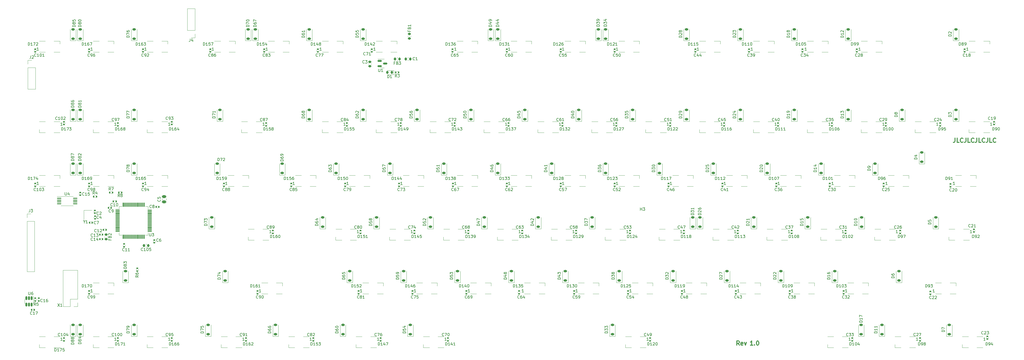
<source format=gto>
%TF.GenerationSoftware,KiCad,Pcbnew,(7.0.0)*%
%TF.CreationDate,2023-06-19T20:50:28+08:00*%
%TF.ProjectId,87keyboard,38376b65-7962-46f6-9172-642e6b696361,rev?*%
%TF.SameCoordinates,Original*%
%TF.FileFunction,Legend,Top*%
%TF.FilePolarity,Positive*%
%FSLAX46Y46*%
G04 Gerber Fmt 4.6, Leading zero omitted, Abs format (unit mm)*
G04 Created by KiCad (PCBNEW (7.0.0)) date 2023-06-19 20:50:28*
%MOMM*%
%LPD*%
G01*
G04 APERTURE LIST*
G04 Aperture macros list*
%AMRoundRect*
0 Rectangle with rounded corners*
0 $1 Rounding radius*
0 $2 $3 $4 $5 $6 $7 $8 $9 X,Y pos of 4 corners*
0 Add a 4 corners polygon primitive as box body*
4,1,4,$2,$3,$4,$5,$6,$7,$8,$9,$2,$3,0*
0 Add four circle primitives for the rounded corners*
1,1,$1+$1,$2,$3*
1,1,$1+$1,$4,$5*
1,1,$1+$1,$6,$7*
1,1,$1+$1,$8,$9*
0 Add four rect primitives between the rounded corners*
20,1,$1+$1,$2,$3,$4,$5,0*
20,1,$1+$1,$4,$5,$6,$7,0*
20,1,$1+$1,$6,$7,$8,$9,0*
20,1,$1+$1,$8,$9,$2,$3,0*%
%AMHorizOval*
0 Thick line with rounded ends*
0 $1 width*
0 $2 $3 position (X,Y) of the first rounded end (center of the circle)*
0 $4 $5 position (X,Y) of the second rounded end (center of the circle)*
0 Add line between two ends*
20,1,$1,$2,$3,$4,$5,0*
0 Add two circle primitives to create the rounded ends*
1,1,$1,$2,$3*
1,1,$1,$4,$5*%
%AMFreePoly0*
4,1,47,0.715063,0.420106,0.730902,0.420106,0.743715,0.410796,0.758779,0.405902,0.768088,0.393088,0.780902,0.383779,0.785796,0.368715,0.795106,0.355902,0.795106,0.340063,0.800000,0.325000,0.800000,-0.325000,0.795106,-0.340063,0.795106,-0.355902,0.785796,-0.368715,0.780902,-0.383779,0.768088,-0.393088,0.758779,-0.405902,0.743715,-0.410796,0.730902,-0.420106,0.715063,-0.420106,
0.700000,-0.425000,-0.300000,-0.425000,-0.310000,-0.425000,-0.338831,-0.415632,-0.367787,-0.406613,-0.368169,-0.406100,-0.368779,-0.405902,-0.386612,-0.381355,-0.404722,-0.357060,-0.512619,-0.038273,-0.669717,0.280832,-0.670770,0.288130,-0.675106,0.294098,-0.675106,0.318173,-0.678545,0.342002,-0.675106,0.348528,-0.675106,0.355902,-0.660955,0.375379,-0.649731,0.396677,-0.643114,0.399934,
-0.638779,0.405902,-0.615879,0.413342,-0.594282,0.423975,-0.587013,0.422721,-0.580000,0.425000,0.700000,0.425000,0.715063,0.420106,0.715063,0.420106,$1*%
%AMFreePoly1*
4,1,47,0.715063,0.420106,0.730902,0.420106,0.743715,0.410796,0.758779,0.405902,0.768088,0.393088,0.780902,0.383779,0.785796,0.368715,0.795106,0.355902,0.795106,0.340063,0.800000,0.325000,0.800000,-0.325000,0.795106,-0.340063,0.795106,-0.355902,0.785796,-0.368715,0.780902,-0.383779,0.768088,-0.393088,0.758779,-0.405902,0.743715,-0.410796,0.730902,-0.420106,0.715063,-0.420106,
0.700000,-0.425000,-0.300000,-0.425000,-0.580000,-0.425000,-0.587013,-0.422721,-0.594282,-0.423975,-0.615879,-0.413342,-0.638779,-0.405902,-0.643114,-0.399934,-0.649731,-0.396677,-0.660955,-0.375379,-0.675106,-0.355902,-0.675106,-0.348528,-0.678545,-0.342002,-0.675106,-0.318173,-0.675106,-0.294098,-0.670770,-0.288130,-0.669717,-0.280832,-0.512619,0.038273,-0.404722,0.357060,-0.386612,0.381355,
-0.368779,0.405902,-0.368169,0.406100,-0.367787,0.406613,-0.338831,0.415632,-0.310000,0.425000,0.700000,0.425000,0.715063,0.420106,0.715063,0.420106,$1*%
%AMFreePoly2*
4,1,47,0.338831,0.415632,0.367787,0.406613,0.368169,0.406100,0.368779,0.405902,0.386612,0.381355,0.404722,0.357060,0.512618,0.038275,0.669717,-0.280832,0.670770,-0.288130,0.675106,-0.294098,0.675106,-0.318173,0.678545,-0.342002,0.675106,-0.348528,0.675106,-0.355902,0.660955,-0.375379,0.649731,-0.396677,0.643114,-0.399934,0.638779,-0.405902,0.615879,-0.413342,0.594282,-0.423975,
0.587013,-0.422721,0.580000,-0.425000,-0.300000,-0.425000,-0.700000,-0.425000,-0.715063,-0.420106,-0.730902,-0.420106,-0.743715,-0.410796,-0.758779,-0.405902,-0.768088,-0.393088,-0.780902,-0.383779,-0.785796,-0.368715,-0.795106,-0.355902,-0.795106,-0.340063,-0.800000,-0.325000,-0.800000,0.325000,-0.795106,0.340063,-0.795106,0.355902,-0.785796,0.368715,-0.780902,0.383779,-0.768088,0.393088,
-0.758779,0.405902,-0.743715,0.410796,-0.730902,0.420106,-0.715063,0.420106,-0.700000,0.425000,0.310000,0.425000,0.338831,0.415632,0.338831,0.415632,$1*%
%AMFreePoly3*
4,1,47,0.587013,0.422721,0.594282,0.423975,0.615879,0.413342,0.638779,0.405902,0.643114,0.399934,0.649731,0.396677,0.660955,0.375379,0.675106,0.355902,0.675106,0.348528,0.678545,0.342002,0.675106,0.318173,0.675106,0.294098,0.670770,0.288130,0.669717,0.280832,0.512618,-0.038275,0.404722,-0.357060,0.386612,-0.381355,0.368779,-0.405902,0.368169,-0.406100,0.367787,-0.406613,
0.338831,-0.415632,0.310000,-0.425000,-0.300000,-0.425000,-0.700000,-0.425000,-0.715063,-0.420106,-0.730902,-0.420106,-0.743715,-0.410796,-0.758779,-0.405902,-0.768088,-0.393088,-0.780902,-0.383779,-0.785796,-0.368715,-0.795106,-0.355902,-0.795106,-0.340063,-0.800000,-0.325000,-0.800000,0.325000,-0.795106,0.340063,-0.795106,0.355902,-0.785796,0.368715,-0.780902,0.383779,-0.768088,0.393088,
-0.758779,0.405902,-0.743715,0.410796,-0.730902,0.420106,-0.715063,0.420106,-0.700000,0.425000,0.580000,0.425000,0.587013,0.422721,0.587013,0.422721,$1*%
G04 Aperture macros list end*
%ADD10C,0.300000*%
%ADD11C,0.150000*%
%ADD12C,0.120000*%
%ADD13FreePoly0,180.000000*%
%ADD14FreePoly1,180.000000*%
%ADD15FreePoly2,180.000000*%
%ADD16FreePoly3,180.000000*%
%ADD17FreePoly0,0.000000*%
%ADD18FreePoly1,0.000000*%
%ADD19FreePoly2,0.000000*%
%ADD20FreePoly3,0.000000*%
%ADD21C,2.000000*%
%ADD22RoundRect,0.100000X-0.637500X-0.100000X0.637500X-0.100000X0.637500X0.100000X-0.637500X0.100000X0*%
%ADD23RoundRect,0.140000X0.170000X-0.140000X0.170000X0.140000X-0.170000X0.140000X-0.170000X-0.140000X0*%
%ADD24RoundRect,0.140000X-0.170000X0.140000X-0.170000X-0.140000X0.170000X-0.140000X0.170000X0.140000X0*%
%ADD25RoundRect,0.225000X0.375000X-0.225000X0.375000X0.225000X-0.375000X0.225000X-0.375000X-0.225000X0*%
%ADD26RoundRect,0.225000X-0.225000X-0.250000X0.225000X-0.250000X0.225000X0.250000X-0.225000X0.250000X0*%
%ADD27C,4.400000*%
%ADD28RoundRect,0.218750X-0.256250X0.218750X-0.256250X-0.218750X0.256250X-0.218750X0.256250X0.218750X0*%
%ADD29RoundRect,0.140000X0.140000X0.170000X-0.140000X0.170000X-0.140000X-0.170000X0.140000X-0.170000X0*%
%ADD30RoundRect,0.135000X-0.185000X0.135000X-0.185000X-0.135000X0.185000X-0.135000X0.185000X0.135000X0*%
%ADD31RoundRect,0.075000X-0.700000X-0.075000X0.700000X-0.075000X0.700000X0.075000X-0.700000X0.075000X0*%
%ADD32RoundRect,0.075000X-0.075000X-0.700000X0.075000X-0.700000X0.075000X0.700000X-0.075000X0.700000X0*%
%ADD33RoundRect,0.150000X-0.150000X0.512500X-0.150000X-0.512500X0.150000X-0.512500X0.150000X0.512500X0*%
%ADD34RoundRect,0.218750X0.218750X0.256250X-0.218750X0.256250X-0.218750X-0.256250X0.218750X-0.256250X0*%
%ADD35R,1.700000X1.700000*%
%ADD36O,1.700000X1.700000*%
%ADD37RoundRect,0.135000X-0.135000X-0.185000X0.135000X-0.185000X0.135000X0.185000X-0.135000X0.185000X0*%
%ADD38RoundRect,0.150000X-0.587500X-0.150000X0.587500X-0.150000X0.587500X0.150000X-0.587500X0.150000X0*%
%ADD39RoundRect,0.135000X0.135000X0.185000X-0.135000X0.185000X-0.135000X-0.185000X0.135000X-0.185000X0*%
%ADD40RoundRect,0.140000X-0.140000X-0.170000X0.140000X-0.170000X0.140000X0.170000X-0.140000X0.170000X0*%
%ADD41RoundRect,0.250000X0.475000X-0.250000X0.475000X0.250000X-0.475000X0.250000X-0.475000X-0.250000X0*%
%ADD42RoundRect,0.135000X0.185000X-0.135000X0.185000X0.135000X-0.185000X0.135000X-0.185000X-0.135000X0*%
%ADD43RoundRect,0.225000X0.250000X-0.225000X0.250000X0.225000X-0.250000X0.225000X-0.250000X-0.225000X0*%
%ADD44R,1.000000X1.150000*%
%ADD45C,1.750000*%
%ADD46C,4.250000*%
%ADD47C,3.987800*%
%ADD48HorizOval,2.250000X-0.655001X0.730000X0.655001X-0.730000X0*%
%ADD49C,2.250000*%
%ADD50HorizOval,2.250000X-0.020000X0.290000X0.020000X-0.290000X0*%
%ADD51C,0.650000*%
%ADD52O,1.000000X1.800000*%
%ADD53O,1.000000X2.100000*%
%ADD54C,3.048000*%
G04 APERTURE END LIST*
D10*
X341621964Y-59133571D02*
X341621964Y-60205000D01*
X341621964Y-60205000D02*
X341550535Y-60419285D01*
X341550535Y-60419285D02*
X341407678Y-60562142D01*
X341407678Y-60562142D02*
X341193392Y-60633571D01*
X341193392Y-60633571D02*
X341050535Y-60633571D01*
X343050535Y-60633571D02*
X342336249Y-60633571D01*
X342336249Y-60633571D02*
X342336249Y-59133571D01*
X344407678Y-60490714D02*
X344336250Y-60562142D01*
X344336250Y-60562142D02*
X344121964Y-60633571D01*
X344121964Y-60633571D02*
X343979107Y-60633571D01*
X343979107Y-60633571D02*
X343764821Y-60562142D01*
X343764821Y-60562142D02*
X343621964Y-60419285D01*
X343621964Y-60419285D02*
X343550535Y-60276428D01*
X343550535Y-60276428D02*
X343479107Y-59990714D01*
X343479107Y-59990714D02*
X343479107Y-59776428D01*
X343479107Y-59776428D02*
X343550535Y-59490714D01*
X343550535Y-59490714D02*
X343621964Y-59347857D01*
X343621964Y-59347857D02*
X343764821Y-59205000D01*
X343764821Y-59205000D02*
X343979107Y-59133571D01*
X343979107Y-59133571D02*
X344121964Y-59133571D01*
X344121964Y-59133571D02*
X344336250Y-59205000D01*
X344336250Y-59205000D02*
X344407678Y-59276428D01*
X345479107Y-59133571D02*
X345479107Y-60205000D01*
X345479107Y-60205000D02*
X345407678Y-60419285D01*
X345407678Y-60419285D02*
X345264821Y-60562142D01*
X345264821Y-60562142D02*
X345050535Y-60633571D01*
X345050535Y-60633571D02*
X344907678Y-60633571D01*
X346907678Y-60633571D02*
X346193392Y-60633571D01*
X346193392Y-60633571D02*
X346193392Y-59133571D01*
X348264821Y-60490714D02*
X348193393Y-60562142D01*
X348193393Y-60562142D02*
X347979107Y-60633571D01*
X347979107Y-60633571D02*
X347836250Y-60633571D01*
X347836250Y-60633571D02*
X347621964Y-60562142D01*
X347621964Y-60562142D02*
X347479107Y-60419285D01*
X347479107Y-60419285D02*
X347407678Y-60276428D01*
X347407678Y-60276428D02*
X347336250Y-59990714D01*
X347336250Y-59990714D02*
X347336250Y-59776428D01*
X347336250Y-59776428D02*
X347407678Y-59490714D01*
X347407678Y-59490714D02*
X347479107Y-59347857D01*
X347479107Y-59347857D02*
X347621964Y-59205000D01*
X347621964Y-59205000D02*
X347836250Y-59133571D01*
X347836250Y-59133571D02*
X347979107Y-59133571D01*
X347979107Y-59133571D02*
X348193393Y-59205000D01*
X348193393Y-59205000D02*
X348264821Y-59276428D01*
X349336250Y-59133571D02*
X349336250Y-60205000D01*
X349336250Y-60205000D02*
X349264821Y-60419285D01*
X349264821Y-60419285D02*
X349121964Y-60562142D01*
X349121964Y-60562142D02*
X348907678Y-60633571D01*
X348907678Y-60633571D02*
X348764821Y-60633571D01*
X350764821Y-60633571D02*
X350050535Y-60633571D01*
X350050535Y-60633571D02*
X350050535Y-59133571D01*
X352121964Y-60490714D02*
X352050536Y-60562142D01*
X352050536Y-60562142D02*
X351836250Y-60633571D01*
X351836250Y-60633571D02*
X351693393Y-60633571D01*
X351693393Y-60633571D02*
X351479107Y-60562142D01*
X351479107Y-60562142D02*
X351336250Y-60419285D01*
X351336250Y-60419285D02*
X351264821Y-60276428D01*
X351264821Y-60276428D02*
X351193393Y-59990714D01*
X351193393Y-59990714D02*
X351193393Y-59776428D01*
X351193393Y-59776428D02*
X351264821Y-59490714D01*
X351264821Y-59490714D02*
X351336250Y-59347857D01*
X351336250Y-59347857D02*
X351479107Y-59205000D01*
X351479107Y-59205000D02*
X351693393Y-59133571D01*
X351693393Y-59133571D02*
X351836250Y-59133571D01*
X351836250Y-59133571D02*
X352050536Y-59205000D01*
X352050536Y-59205000D02*
X352121964Y-59276428D01*
X353193393Y-59133571D02*
X353193393Y-60205000D01*
X353193393Y-60205000D02*
X353121964Y-60419285D01*
X353121964Y-60419285D02*
X352979107Y-60562142D01*
X352979107Y-60562142D02*
X352764821Y-60633571D01*
X352764821Y-60633571D02*
X352621964Y-60633571D01*
X354621964Y-60633571D02*
X353907678Y-60633571D01*
X353907678Y-60633571D02*
X353907678Y-59133571D01*
X355979107Y-60490714D02*
X355907679Y-60562142D01*
X355907679Y-60562142D02*
X355693393Y-60633571D01*
X355693393Y-60633571D02*
X355550536Y-60633571D01*
X355550536Y-60633571D02*
X355336250Y-60562142D01*
X355336250Y-60562142D02*
X355193393Y-60419285D01*
X355193393Y-60419285D02*
X355121964Y-60276428D01*
X355121964Y-60276428D02*
X355050536Y-59990714D01*
X355050536Y-59990714D02*
X355050536Y-59776428D01*
X355050536Y-59776428D02*
X355121964Y-59490714D01*
X355121964Y-59490714D02*
X355193393Y-59347857D01*
X355193393Y-59347857D02*
X355336250Y-59205000D01*
X355336250Y-59205000D02*
X355550536Y-59133571D01*
X355550536Y-59133571D02*
X355693393Y-59133571D01*
X355693393Y-59133571D02*
X355907679Y-59205000D01*
X355907679Y-59205000D02*
X355979107Y-59276428D01*
X265374285Y-132547321D02*
X264874285Y-131833035D01*
X264517142Y-132547321D02*
X264517142Y-131047321D01*
X264517142Y-131047321D02*
X265088571Y-131047321D01*
X265088571Y-131047321D02*
X265231428Y-131118750D01*
X265231428Y-131118750D02*
X265302857Y-131190178D01*
X265302857Y-131190178D02*
X265374285Y-131333035D01*
X265374285Y-131333035D02*
X265374285Y-131547321D01*
X265374285Y-131547321D02*
X265302857Y-131690178D01*
X265302857Y-131690178D02*
X265231428Y-131761607D01*
X265231428Y-131761607D02*
X265088571Y-131833035D01*
X265088571Y-131833035D02*
X264517142Y-131833035D01*
X266588571Y-132475892D02*
X266445714Y-132547321D01*
X266445714Y-132547321D02*
X266160000Y-132547321D01*
X266160000Y-132547321D02*
X266017142Y-132475892D01*
X266017142Y-132475892D02*
X265945714Y-132333035D01*
X265945714Y-132333035D02*
X265945714Y-131761607D01*
X265945714Y-131761607D02*
X266017142Y-131618750D01*
X266017142Y-131618750D02*
X266160000Y-131547321D01*
X266160000Y-131547321D02*
X266445714Y-131547321D01*
X266445714Y-131547321D02*
X266588571Y-131618750D01*
X266588571Y-131618750D02*
X266660000Y-131761607D01*
X266660000Y-131761607D02*
X266660000Y-131904464D01*
X266660000Y-131904464D02*
X265945714Y-132047321D01*
X267159999Y-131547321D02*
X267517142Y-132547321D01*
X267517142Y-132547321D02*
X267874285Y-131547321D01*
X270131428Y-132547321D02*
X269274285Y-132547321D01*
X269702856Y-132547321D02*
X269702856Y-131047321D01*
X269702856Y-131047321D02*
X269559999Y-131261607D01*
X269559999Y-131261607D02*
X269417142Y-131404464D01*
X269417142Y-131404464D02*
X269274285Y-131475892D01*
X270774284Y-132404464D02*
X270845713Y-132475892D01*
X270845713Y-132475892D02*
X270774284Y-132547321D01*
X270774284Y-132547321D02*
X270702856Y-132475892D01*
X270702856Y-132475892D02*
X270774284Y-132404464D01*
X270774284Y-132404464D02*
X270774284Y-132547321D01*
X271774285Y-131047321D02*
X271917142Y-131047321D01*
X271917142Y-131047321D02*
X272059999Y-131118750D01*
X272059999Y-131118750D02*
X272131428Y-131190178D01*
X272131428Y-131190178D02*
X272202856Y-131333035D01*
X272202856Y-131333035D02*
X272274285Y-131618750D01*
X272274285Y-131618750D02*
X272274285Y-131975892D01*
X272274285Y-131975892D02*
X272202856Y-132261607D01*
X272202856Y-132261607D02*
X272131428Y-132404464D01*
X272131428Y-132404464D02*
X272059999Y-132475892D01*
X272059999Y-132475892D02*
X271917142Y-132547321D01*
X271917142Y-132547321D02*
X271774285Y-132547321D01*
X271774285Y-132547321D02*
X271631428Y-132475892D01*
X271631428Y-132475892D02*
X271559999Y-132404464D01*
X271559999Y-132404464D02*
X271488570Y-132261607D01*
X271488570Y-132261607D02*
X271417142Y-131975892D01*
X271417142Y-131975892D02*
X271417142Y-131618750D01*
X271417142Y-131618750D02*
X271488570Y-131333035D01*
X271488570Y-131333035D02*
X271559999Y-131190178D01*
X271559999Y-131190178D02*
X271631428Y-131118750D01*
X271631428Y-131118750D02*
X271774285Y-131047321D01*
D11*
%TO.C,D107*%
X275944224Y-73900380D02*
X275944224Y-72900380D01*
X275944224Y-72900380D02*
X276182319Y-72900380D01*
X276182319Y-72900380D02*
X276325176Y-72948000D01*
X276325176Y-72948000D02*
X276420414Y-73043238D01*
X276420414Y-73043238D02*
X276468033Y-73138476D01*
X276468033Y-73138476D02*
X276515652Y-73328952D01*
X276515652Y-73328952D02*
X276515652Y-73471809D01*
X276515652Y-73471809D02*
X276468033Y-73662285D01*
X276468033Y-73662285D02*
X276420414Y-73757523D01*
X276420414Y-73757523D02*
X276325176Y-73852761D01*
X276325176Y-73852761D02*
X276182319Y-73900380D01*
X276182319Y-73900380D02*
X275944224Y-73900380D01*
X277468033Y-73900380D02*
X276896605Y-73900380D01*
X277182319Y-73900380D02*
X277182319Y-72900380D01*
X277182319Y-72900380D02*
X277087081Y-73043238D01*
X277087081Y-73043238D02*
X276991843Y-73138476D01*
X276991843Y-73138476D02*
X276896605Y-73186095D01*
X278087081Y-72900380D02*
X278182319Y-72900380D01*
X278182319Y-72900380D02*
X278277557Y-72948000D01*
X278277557Y-72948000D02*
X278325176Y-72995619D01*
X278325176Y-72995619D02*
X278372795Y-73090857D01*
X278372795Y-73090857D02*
X278420414Y-73281333D01*
X278420414Y-73281333D02*
X278420414Y-73519428D01*
X278420414Y-73519428D02*
X278372795Y-73709904D01*
X278372795Y-73709904D02*
X278325176Y-73805142D01*
X278325176Y-73805142D02*
X278277557Y-73852761D01*
X278277557Y-73852761D02*
X278182319Y-73900380D01*
X278182319Y-73900380D02*
X278087081Y-73900380D01*
X278087081Y-73900380D02*
X277991843Y-73852761D01*
X277991843Y-73852761D02*
X277944224Y-73805142D01*
X277944224Y-73805142D02*
X277896605Y-73709904D01*
X277896605Y-73709904D02*
X277848986Y-73519428D01*
X277848986Y-73519428D02*
X277848986Y-73281333D01*
X277848986Y-73281333D02*
X277896605Y-73090857D01*
X277896605Y-73090857D02*
X277944224Y-72995619D01*
X277944224Y-72995619D02*
X277991843Y-72948000D01*
X277991843Y-72948000D02*
X278087081Y-72900380D01*
X278753748Y-72900380D02*
X279420414Y-72900380D01*
X279420414Y-72900380D02*
X278991843Y-73900380D01*
X279613214Y-75662380D02*
X279041786Y-75662380D01*
X279327500Y-75662380D02*
X279327500Y-74662380D01*
X279327500Y-74662380D02*
X279232262Y-74805238D01*
X279232262Y-74805238D02*
X279137024Y-74900476D01*
X279137024Y-74900476D02*
X279041786Y-74948095D01*
%TO.C,D169*%
X33056724Y-73900380D02*
X33056724Y-72900380D01*
X33056724Y-72900380D02*
X33294819Y-72900380D01*
X33294819Y-72900380D02*
X33437676Y-72948000D01*
X33437676Y-72948000D02*
X33532914Y-73043238D01*
X33532914Y-73043238D02*
X33580533Y-73138476D01*
X33580533Y-73138476D02*
X33628152Y-73328952D01*
X33628152Y-73328952D02*
X33628152Y-73471809D01*
X33628152Y-73471809D02*
X33580533Y-73662285D01*
X33580533Y-73662285D02*
X33532914Y-73757523D01*
X33532914Y-73757523D02*
X33437676Y-73852761D01*
X33437676Y-73852761D02*
X33294819Y-73900380D01*
X33294819Y-73900380D02*
X33056724Y-73900380D01*
X34580533Y-73900380D02*
X34009105Y-73900380D01*
X34294819Y-73900380D02*
X34294819Y-72900380D01*
X34294819Y-72900380D02*
X34199581Y-73043238D01*
X34199581Y-73043238D02*
X34104343Y-73138476D01*
X34104343Y-73138476D02*
X34009105Y-73186095D01*
X35437676Y-72900380D02*
X35247200Y-72900380D01*
X35247200Y-72900380D02*
X35151962Y-72948000D01*
X35151962Y-72948000D02*
X35104343Y-72995619D01*
X35104343Y-72995619D02*
X35009105Y-73138476D01*
X35009105Y-73138476D02*
X34961486Y-73328952D01*
X34961486Y-73328952D02*
X34961486Y-73709904D01*
X34961486Y-73709904D02*
X35009105Y-73805142D01*
X35009105Y-73805142D02*
X35056724Y-73852761D01*
X35056724Y-73852761D02*
X35151962Y-73900380D01*
X35151962Y-73900380D02*
X35342438Y-73900380D01*
X35342438Y-73900380D02*
X35437676Y-73852761D01*
X35437676Y-73852761D02*
X35485295Y-73805142D01*
X35485295Y-73805142D02*
X35532914Y-73709904D01*
X35532914Y-73709904D02*
X35532914Y-73471809D01*
X35532914Y-73471809D02*
X35485295Y-73376571D01*
X35485295Y-73376571D02*
X35437676Y-73328952D01*
X35437676Y-73328952D02*
X35342438Y-73281333D01*
X35342438Y-73281333D02*
X35151962Y-73281333D01*
X35151962Y-73281333D02*
X35056724Y-73328952D01*
X35056724Y-73328952D02*
X35009105Y-73376571D01*
X35009105Y-73376571D02*
X34961486Y-73471809D01*
X36009105Y-73900380D02*
X36199581Y-73900380D01*
X36199581Y-73900380D02*
X36294819Y-73852761D01*
X36294819Y-73852761D02*
X36342438Y-73805142D01*
X36342438Y-73805142D02*
X36437676Y-73662285D01*
X36437676Y-73662285D02*
X36485295Y-73471809D01*
X36485295Y-73471809D02*
X36485295Y-73090857D01*
X36485295Y-73090857D02*
X36437676Y-72995619D01*
X36437676Y-72995619D02*
X36390057Y-72948000D01*
X36390057Y-72948000D02*
X36294819Y-72900380D01*
X36294819Y-72900380D02*
X36104343Y-72900380D01*
X36104343Y-72900380D02*
X36009105Y-72948000D01*
X36009105Y-72948000D02*
X35961486Y-72995619D01*
X35961486Y-72995619D02*
X35913867Y-73090857D01*
X35913867Y-73090857D02*
X35913867Y-73328952D01*
X35913867Y-73328952D02*
X35961486Y-73424190D01*
X35961486Y-73424190D02*
X36009105Y-73471809D01*
X36009105Y-73471809D02*
X36104343Y-73519428D01*
X36104343Y-73519428D02*
X36294819Y-73519428D01*
X36294819Y-73519428D02*
X36390057Y-73471809D01*
X36390057Y-73471809D02*
X36437676Y-73424190D01*
X36437676Y-73424190D02*
X36485295Y-73328952D01*
X36725714Y-75662380D02*
X36154286Y-75662380D01*
X36440000Y-75662380D02*
X36440000Y-74662380D01*
X36440000Y-74662380D02*
X36344762Y-74805238D01*
X36344762Y-74805238D02*
X36249524Y-74900476D01*
X36249524Y-74900476D02*
X36154286Y-74948095D01*
%TO.C,D106*%
X297254824Y-56374380D02*
X297254824Y-55374380D01*
X297254824Y-55374380D02*
X297492919Y-55374380D01*
X297492919Y-55374380D02*
X297635776Y-55422000D01*
X297635776Y-55422000D02*
X297731014Y-55517238D01*
X297731014Y-55517238D02*
X297778633Y-55612476D01*
X297778633Y-55612476D02*
X297826252Y-55802952D01*
X297826252Y-55802952D02*
X297826252Y-55945809D01*
X297826252Y-55945809D02*
X297778633Y-56136285D01*
X297778633Y-56136285D02*
X297731014Y-56231523D01*
X297731014Y-56231523D02*
X297635776Y-56326761D01*
X297635776Y-56326761D02*
X297492919Y-56374380D01*
X297492919Y-56374380D02*
X297254824Y-56374380D01*
X298778633Y-56374380D02*
X298207205Y-56374380D01*
X298492919Y-56374380D02*
X298492919Y-55374380D01*
X298492919Y-55374380D02*
X298397681Y-55517238D01*
X298397681Y-55517238D02*
X298302443Y-55612476D01*
X298302443Y-55612476D02*
X298207205Y-55660095D01*
X299397681Y-55374380D02*
X299492919Y-55374380D01*
X299492919Y-55374380D02*
X299588157Y-55422000D01*
X299588157Y-55422000D02*
X299635776Y-55469619D01*
X299635776Y-55469619D02*
X299683395Y-55564857D01*
X299683395Y-55564857D02*
X299731014Y-55755333D01*
X299731014Y-55755333D02*
X299731014Y-55993428D01*
X299731014Y-55993428D02*
X299683395Y-56183904D01*
X299683395Y-56183904D02*
X299635776Y-56279142D01*
X299635776Y-56279142D02*
X299588157Y-56326761D01*
X299588157Y-56326761D02*
X299492919Y-56374380D01*
X299492919Y-56374380D02*
X299397681Y-56374380D01*
X299397681Y-56374380D02*
X299302443Y-56326761D01*
X299302443Y-56326761D02*
X299254824Y-56279142D01*
X299254824Y-56279142D02*
X299207205Y-56183904D01*
X299207205Y-56183904D02*
X299159586Y-55993428D01*
X299159586Y-55993428D02*
X299159586Y-55755333D01*
X299159586Y-55755333D02*
X299207205Y-55564857D01*
X299207205Y-55564857D02*
X299254824Y-55469619D01*
X299254824Y-55469619D02*
X299302443Y-55422000D01*
X299302443Y-55422000D02*
X299397681Y-55374380D01*
X300588157Y-55374380D02*
X300397681Y-55374380D01*
X300397681Y-55374380D02*
X300302443Y-55422000D01*
X300302443Y-55422000D02*
X300254824Y-55469619D01*
X300254824Y-55469619D02*
X300159586Y-55612476D01*
X300159586Y-55612476D02*
X300111967Y-55802952D01*
X300111967Y-55802952D02*
X300111967Y-56183904D01*
X300111967Y-56183904D02*
X300159586Y-56279142D01*
X300159586Y-56279142D02*
X300207205Y-56326761D01*
X300207205Y-56326761D02*
X300302443Y-56374380D01*
X300302443Y-56374380D02*
X300492919Y-56374380D01*
X300492919Y-56374380D02*
X300588157Y-56326761D01*
X300588157Y-56326761D02*
X300635776Y-56279142D01*
X300635776Y-56279142D02*
X300683395Y-56183904D01*
X300683395Y-56183904D02*
X300683395Y-55945809D01*
X300683395Y-55945809D02*
X300635776Y-55850571D01*
X300635776Y-55850571D02*
X300588157Y-55802952D01*
X300588157Y-55802952D02*
X300492919Y-55755333D01*
X300492919Y-55755333D02*
X300302443Y-55755333D01*
X300302443Y-55755333D02*
X300207205Y-55802952D01*
X300207205Y-55802952D02*
X300159586Y-55850571D01*
X300159586Y-55850571D02*
X300111967Y-55945809D01*
X297538214Y-54612380D02*
X296966786Y-54612380D01*
X297252500Y-54612380D02*
X297252500Y-53612380D01*
X297252500Y-53612380D02*
X297157262Y-53755238D01*
X297157262Y-53755238D02*
X297062024Y-53850476D01*
X297062024Y-53850476D02*
X296966786Y-53898095D01*
%TO.C,D117*%
X237844224Y-73900380D02*
X237844224Y-72900380D01*
X237844224Y-72900380D02*
X238082319Y-72900380D01*
X238082319Y-72900380D02*
X238225176Y-72948000D01*
X238225176Y-72948000D02*
X238320414Y-73043238D01*
X238320414Y-73043238D02*
X238368033Y-73138476D01*
X238368033Y-73138476D02*
X238415652Y-73328952D01*
X238415652Y-73328952D02*
X238415652Y-73471809D01*
X238415652Y-73471809D02*
X238368033Y-73662285D01*
X238368033Y-73662285D02*
X238320414Y-73757523D01*
X238320414Y-73757523D02*
X238225176Y-73852761D01*
X238225176Y-73852761D02*
X238082319Y-73900380D01*
X238082319Y-73900380D02*
X237844224Y-73900380D01*
X239368033Y-73900380D02*
X238796605Y-73900380D01*
X239082319Y-73900380D02*
X239082319Y-72900380D01*
X239082319Y-72900380D02*
X238987081Y-73043238D01*
X238987081Y-73043238D02*
X238891843Y-73138476D01*
X238891843Y-73138476D02*
X238796605Y-73186095D01*
X240320414Y-73900380D02*
X239748986Y-73900380D01*
X240034700Y-73900380D02*
X240034700Y-72900380D01*
X240034700Y-72900380D02*
X239939462Y-73043238D01*
X239939462Y-73043238D02*
X239844224Y-73138476D01*
X239844224Y-73138476D02*
X239748986Y-73186095D01*
X240653748Y-72900380D02*
X241320414Y-72900380D01*
X241320414Y-72900380D02*
X240891843Y-73900380D01*
X241513214Y-75662380D02*
X240941786Y-75662380D01*
X241227500Y-75662380D02*
X241227500Y-74662380D01*
X241227500Y-74662380D02*
X241132262Y-74805238D01*
X241132262Y-74805238D02*
X241037024Y-74900476D01*
X241037024Y-74900476D02*
X240941786Y-74948095D01*
%TO.C,D124*%
X225817324Y-94474380D02*
X225817324Y-93474380D01*
X225817324Y-93474380D02*
X226055419Y-93474380D01*
X226055419Y-93474380D02*
X226198276Y-93522000D01*
X226198276Y-93522000D02*
X226293514Y-93617238D01*
X226293514Y-93617238D02*
X226341133Y-93712476D01*
X226341133Y-93712476D02*
X226388752Y-93902952D01*
X226388752Y-93902952D02*
X226388752Y-94045809D01*
X226388752Y-94045809D02*
X226341133Y-94236285D01*
X226341133Y-94236285D02*
X226293514Y-94331523D01*
X226293514Y-94331523D02*
X226198276Y-94426761D01*
X226198276Y-94426761D02*
X226055419Y-94474380D01*
X226055419Y-94474380D02*
X225817324Y-94474380D01*
X227341133Y-94474380D02*
X226769705Y-94474380D01*
X227055419Y-94474380D02*
X227055419Y-93474380D01*
X227055419Y-93474380D02*
X226960181Y-93617238D01*
X226960181Y-93617238D02*
X226864943Y-93712476D01*
X226864943Y-93712476D02*
X226769705Y-93760095D01*
X227722086Y-93569619D02*
X227769705Y-93522000D01*
X227769705Y-93522000D02*
X227864943Y-93474380D01*
X227864943Y-93474380D02*
X228103038Y-93474380D01*
X228103038Y-93474380D02*
X228198276Y-93522000D01*
X228198276Y-93522000D02*
X228245895Y-93569619D01*
X228245895Y-93569619D02*
X228293514Y-93664857D01*
X228293514Y-93664857D02*
X228293514Y-93760095D01*
X228293514Y-93760095D02*
X228245895Y-93902952D01*
X228245895Y-93902952D02*
X227674467Y-94474380D01*
X227674467Y-94474380D02*
X228293514Y-94474380D01*
X229150657Y-93807714D02*
X229150657Y-94474380D01*
X228912562Y-93426761D02*
X228674467Y-94141047D01*
X228674467Y-94141047D02*
X229293514Y-94141047D01*
X226100714Y-92712380D02*
X225529286Y-92712380D01*
X225815000Y-92712380D02*
X225815000Y-91712380D01*
X225815000Y-91712380D02*
X225719762Y-91855238D01*
X225719762Y-91855238D02*
X225624524Y-91950476D01*
X225624524Y-91950476D02*
X225529286Y-91998095D01*
%TO.C,D159*%
X80681724Y-73900380D02*
X80681724Y-72900380D01*
X80681724Y-72900380D02*
X80919819Y-72900380D01*
X80919819Y-72900380D02*
X81062676Y-72948000D01*
X81062676Y-72948000D02*
X81157914Y-73043238D01*
X81157914Y-73043238D02*
X81205533Y-73138476D01*
X81205533Y-73138476D02*
X81253152Y-73328952D01*
X81253152Y-73328952D02*
X81253152Y-73471809D01*
X81253152Y-73471809D02*
X81205533Y-73662285D01*
X81205533Y-73662285D02*
X81157914Y-73757523D01*
X81157914Y-73757523D02*
X81062676Y-73852761D01*
X81062676Y-73852761D02*
X80919819Y-73900380D01*
X80919819Y-73900380D02*
X80681724Y-73900380D01*
X82205533Y-73900380D02*
X81634105Y-73900380D01*
X81919819Y-73900380D02*
X81919819Y-72900380D01*
X81919819Y-72900380D02*
X81824581Y-73043238D01*
X81824581Y-73043238D02*
X81729343Y-73138476D01*
X81729343Y-73138476D02*
X81634105Y-73186095D01*
X83110295Y-72900380D02*
X82634105Y-72900380D01*
X82634105Y-72900380D02*
X82586486Y-73376571D01*
X82586486Y-73376571D02*
X82634105Y-73328952D01*
X82634105Y-73328952D02*
X82729343Y-73281333D01*
X82729343Y-73281333D02*
X82967438Y-73281333D01*
X82967438Y-73281333D02*
X83062676Y-73328952D01*
X83062676Y-73328952D02*
X83110295Y-73376571D01*
X83110295Y-73376571D02*
X83157914Y-73471809D01*
X83157914Y-73471809D02*
X83157914Y-73709904D01*
X83157914Y-73709904D02*
X83110295Y-73805142D01*
X83110295Y-73805142D02*
X83062676Y-73852761D01*
X83062676Y-73852761D02*
X82967438Y-73900380D01*
X82967438Y-73900380D02*
X82729343Y-73900380D01*
X82729343Y-73900380D02*
X82634105Y-73852761D01*
X82634105Y-73852761D02*
X82586486Y-73805142D01*
X83634105Y-73900380D02*
X83824581Y-73900380D01*
X83824581Y-73900380D02*
X83919819Y-73852761D01*
X83919819Y-73852761D02*
X83967438Y-73805142D01*
X83967438Y-73805142D02*
X84062676Y-73662285D01*
X84062676Y-73662285D02*
X84110295Y-73471809D01*
X84110295Y-73471809D02*
X84110295Y-73090857D01*
X84110295Y-73090857D02*
X84062676Y-72995619D01*
X84062676Y-72995619D02*
X84015057Y-72948000D01*
X84015057Y-72948000D02*
X83919819Y-72900380D01*
X83919819Y-72900380D02*
X83729343Y-72900380D01*
X83729343Y-72900380D02*
X83634105Y-72948000D01*
X83634105Y-72948000D02*
X83586486Y-72995619D01*
X83586486Y-72995619D02*
X83538867Y-73090857D01*
X83538867Y-73090857D02*
X83538867Y-73328952D01*
X83538867Y-73328952D02*
X83586486Y-73424190D01*
X83586486Y-73424190D02*
X83634105Y-73471809D01*
X83634105Y-73471809D02*
X83729343Y-73519428D01*
X83729343Y-73519428D02*
X83919819Y-73519428D01*
X83919819Y-73519428D02*
X84015057Y-73471809D01*
X84015057Y-73471809D02*
X84062676Y-73424190D01*
X84062676Y-73424190D02*
X84110295Y-73328952D01*
X84350714Y-75662380D02*
X83779286Y-75662380D01*
X84065000Y-75662380D02*
X84065000Y-74662380D01*
X84065000Y-74662380D02*
X83969762Y-74805238D01*
X83969762Y-74805238D02*
X83874524Y-74900476D01*
X83874524Y-74900476D02*
X83779286Y-74948095D01*
%TO.C,D150*%
X123544224Y-73900380D02*
X123544224Y-72900380D01*
X123544224Y-72900380D02*
X123782319Y-72900380D01*
X123782319Y-72900380D02*
X123925176Y-72948000D01*
X123925176Y-72948000D02*
X124020414Y-73043238D01*
X124020414Y-73043238D02*
X124068033Y-73138476D01*
X124068033Y-73138476D02*
X124115652Y-73328952D01*
X124115652Y-73328952D02*
X124115652Y-73471809D01*
X124115652Y-73471809D02*
X124068033Y-73662285D01*
X124068033Y-73662285D02*
X124020414Y-73757523D01*
X124020414Y-73757523D02*
X123925176Y-73852761D01*
X123925176Y-73852761D02*
X123782319Y-73900380D01*
X123782319Y-73900380D02*
X123544224Y-73900380D01*
X125068033Y-73900380D02*
X124496605Y-73900380D01*
X124782319Y-73900380D02*
X124782319Y-72900380D01*
X124782319Y-72900380D02*
X124687081Y-73043238D01*
X124687081Y-73043238D02*
X124591843Y-73138476D01*
X124591843Y-73138476D02*
X124496605Y-73186095D01*
X125972795Y-72900380D02*
X125496605Y-72900380D01*
X125496605Y-72900380D02*
X125448986Y-73376571D01*
X125448986Y-73376571D02*
X125496605Y-73328952D01*
X125496605Y-73328952D02*
X125591843Y-73281333D01*
X125591843Y-73281333D02*
X125829938Y-73281333D01*
X125829938Y-73281333D02*
X125925176Y-73328952D01*
X125925176Y-73328952D02*
X125972795Y-73376571D01*
X125972795Y-73376571D02*
X126020414Y-73471809D01*
X126020414Y-73471809D02*
X126020414Y-73709904D01*
X126020414Y-73709904D02*
X125972795Y-73805142D01*
X125972795Y-73805142D02*
X125925176Y-73852761D01*
X125925176Y-73852761D02*
X125829938Y-73900380D01*
X125829938Y-73900380D02*
X125591843Y-73900380D01*
X125591843Y-73900380D02*
X125496605Y-73852761D01*
X125496605Y-73852761D02*
X125448986Y-73805142D01*
X126639462Y-72900380D02*
X126734700Y-72900380D01*
X126734700Y-72900380D02*
X126829938Y-72948000D01*
X126829938Y-72948000D02*
X126877557Y-72995619D01*
X126877557Y-72995619D02*
X126925176Y-73090857D01*
X126925176Y-73090857D02*
X126972795Y-73281333D01*
X126972795Y-73281333D02*
X126972795Y-73519428D01*
X126972795Y-73519428D02*
X126925176Y-73709904D01*
X126925176Y-73709904D02*
X126877557Y-73805142D01*
X126877557Y-73805142D02*
X126829938Y-73852761D01*
X126829938Y-73852761D02*
X126734700Y-73900380D01*
X126734700Y-73900380D02*
X126639462Y-73900380D01*
X126639462Y-73900380D02*
X126544224Y-73852761D01*
X126544224Y-73852761D02*
X126496605Y-73805142D01*
X126496605Y-73805142D02*
X126448986Y-73709904D01*
X126448986Y-73709904D02*
X126401367Y-73519428D01*
X126401367Y-73519428D02*
X126401367Y-73281333D01*
X126401367Y-73281333D02*
X126448986Y-73090857D01*
X126448986Y-73090857D02*
X126496605Y-72995619D01*
X126496605Y-72995619D02*
X126544224Y-72948000D01*
X126544224Y-72948000D02*
X126639462Y-72900380D01*
X127213214Y-75662380D02*
X126641786Y-75662380D01*
X126927500Y-75662380D02*
X126927500Y-74662380D01*
X126927500Y-74662380D02*
X126832262Y-74805238D01*
X126832262Y-74805238D02*
X126737024Y-74900476D01*
X126737024Y-74900476D02*
X126641786Y-74948095D01*
%TO.C,D97*%
X321543514Y-94474380D02*
X321543514Y-93474380D01*
X321543514Y-93474380D02*
X321781609Y-93474380D01*
X321781609Y-93474380D02*
X321924466Y-93522000D01*
X321924466Y-93522000D02*
X322019704Y-93617238D01*
X322019704Y-93617238D02*
X322067323Y-93712476D01*
X322067323Y-93712476D02*
X322114942Y-93902952D01*
X322114942Y-93902952D02*
X322114942Y-94045809D01*
X322114942Y-94045809D02*
X322067323Y-94236285D01*
X322067323Y-94236285D02*
X322019704Y-94331523D01*
X322019704Y-94331523D02*
X321924466Y-94426761D01*
X321924466Y-94426761D02*
X321781609Y-94474380D01*
X321781609Y-94474380D02*
X321543514Y-94474380D01*
X322591133Y-94474380D02*
X322781609Y-94474380D01*
X322781609Y-94474380D02*
X322876847Y-94426761D01*
X322876847Y-94426761D02*
X322924466Y-94379142D01*
X322924466Y-94379142D02*
X323019704Y-94236285D01*
X323019704Y-94236285D02*
X323067323Y-94045809D01*
X323067323Y-94045809D02*
X323067323Y-93664857D01*
X323067323Y-93664857D02*
X323019704Y-93569619D01*
X323019704Y-93569619D02*
X322972085Y-93522000D01*
X322972085Y-93522000D02*
X322876847Y-93474380D01*
X322876847Y-93474380D02*
X322686371Y-93474380D01*
X322686371Y-93474380D02*
X322591133Y-93522000D01*
X322591133Y-93522000D02*
X322543514Y-93569619D01*
X322543514Y-93569619D02*
X322495895Y-93664857D01*
X322495895Y-93664857D02*
X322495895Y-93902952D01*
X322495895Y-93902952D02*
X322543514Y-93998190D01*
X322543514Y-93998190D02*
X322591133Y-94045809D01*
X322591133Y-94045809D02*
X322686371Y-94093428D01*
X322686371Y-94093428D02*
X322876847Y-94093428D01*
X322876847Y-94093428D02*
X322972085Y-94045809D01*
X322972085Y-94045809D02*
X323019704Y-93998190D01*
X323019704Y-93998190D02*
X323067323Y-93902952D01*
X323400657Y-93474380D02*
X324067323Y-93474380D01*
X324067323Y-93474380D02*
X323638752Y-94474380D01*
X321350714Y-92712380D02*
X320779286Y-92712380D01*
X321065000Y-92712380D02*
X321065000Y-91712380D01*
X321065000Y-91712380D02*
X320969762Y-91855238D01*
X320969762Y-91855238D02*
X320874524Y-91950476D01*
X320874524Y-91950476D02*
X320779286Y-91998095D01*
%TO.C,D126*%
X199744224Y-26275380D02*
X199744224Y-25275380D01*
X199744224Y-25275380D02*
X199982319Y-25275380D01*
X199982319Y-25275380D02*
X200125176Y-25323000D01*
X200125176Y-25323000D02*
X200220414Y-25418238D01*
X200220414Y-25418238D02*
X200268033Y-25513476D01*
X200268033Y-25513476D02*
X200315652Y-25703952D01*
X200315652Y-25703952D02*
X200315652Y-25846809D01*
X200315652Y-25846809D02*
X200268033Y-26037285D01*
X200268033Y-26037285D02*
X200220414Y-26132523D01*
X200220414Y-26132523D02*
X200125176Y-26227761D01*
X200125176Y-26227761D02*
X199982319Y-26275380D01*
X199982319Y-26275380D02*
X199744224Y-26275380D01*
X201268033Y-26275380D02*
X200696605Y-26275380D01*
X200982319Y-26275380D02*
X200982319Y-25275380D01*
X200982319Y-25275380D02*
X200887081Y-25418238D01*
X200887081Y-25418238D02*
X200791843Y-25513476D01*
X200791843Y-25513476D02*
X200696605Y-25561095D01*
X201648986Y-25370619D02*
X201696605Y-25323000D01*
X201696605Y-25323000D02*
X201791843Y-25275380D01*
X201791843Y-25275380D02*
X202029938Y-25275380D01*
X202029938Y-25275380D02*
X202125176Y-25323000D01*
X202125176Y-25323000D02*
X202172795Y-25370619D01*
X202172795Y-25370619D02*
X202220414Y-25465857D01*
X202220414Y-25465857D02*
X202220414Y-25561095D01*
X202220414Y-25561095D02*
X202172795Y-25703952D01*
X202172795Y-25703952D02*
X201601367Y-26275380D01*
X201601367Y-26275380D02*
X202220414Y-26275380D01*
X203077557Y-25275380D02*
X202887081Y-25275380D01*
X202887081Y-25275380D02*
X202791843Y-25323000D01*
X202791843Y-25323000D02*
X202744224Y-25370619D01*
X202744224Y-25370619D02*
X202648986Y-25513476D01*
X202648986Y-25513476D02*
X202601367Y-25703952D01*
X202601367Y-25703952D02*
X202601367Y-26084904D01*
X202601367Y-26084904D02*
X202648986Y-26180142D01*
X202648986Y-26180142D02*
X202696605Y-26227761D01*
X202696605Y-26227761D02*
X202791843Y-26275380D01*
X202791843Y-26275380D02*
X202982319Y-26275380D01*
X202982319Y-26275380D02*
X203077557Y-26227761D01*
X203077557Y-26227761D02*
X203125176Y-26180142D01*
X203125176Y-26180142D02*
X203172795Y-26084904D01*
X203172795Y-26084904D02*
X203172795Y-25846809D01*
X203172795Y-25846809D02*
X203125176Y-25751571D01*
X203125176Y-25751571D02*
X203077557Y-25703952D01*
X203077557Y-25703952D02*
X202982319Y-25656333D01*
X202982319Y-25656333D02*
X202791843Y-25656333D01*
X202791843Y-25656333D02*
X202696605Y-25703952D01*
X202696605Y-25703952D02*
X202648986Y-25751571D01*
X202648986Y-25751571D02*
X202601367Y-25846809D01*
X203413214Y-28037380D02*
X202841786Y-28037380D01*
X203127500Y-28037380D02*
X203127500Y-27037380D01*
X203127500Y-27037380D02*
X203032262Y-27180238D01*
X203032262Y-27180238D02*
X202937024Y-27275476D01*
X202937024Y-27275476D02*
X202841786Y-27323095D01*
%TO.C,D96*%
X314520414Y-73900380D02*
X314520414Y-72900380D01*
X314520414Y-72900380D02*
X314758509Y-72900380D01*
X314758509Y-72900380D02*
X314901366Y-72948000D01*
X314901366Y-72948000D02*
X314996604Y-73043238D01*
X314996604Y-73043238D02*
X315044223Y-73138476D01*
X315044223Y-73138476D02*
X315091842Y-73328952D01*
X315091842Y-73328952D02*
X315091842Y-73471809D01*
X315091842Y-73471809D02*
X315044223Y-73662285D01*
X315044223Y-73662285D02*
X314996604Y-73757523D01*
X314996604Y-73757523D02*
X314901366Y-73852761D01*
X314901366Y-73852761D02*
X314758509Y-73900380D01*
X314758509Y-73900380D02*
X314520414Y-73900380D01*
X315568033Y-73900380D02*
X315758509Y-73900380D01*
X315758509Y-73900380D02*
X315853747Y-73852761D01*
X315853747Y-73852761D02*
X315901366Y-73805142D01*
X315901366Y-73805142D02*
X315996604Y-73662285D01*
X315996604Y-73662285D02*
X316044223Y-73471809D01*
X316044223Y-73471809D02*
X316044223Y-73090857D01*
X316044223Y-73090857D02*
X315996604Y-72995619D01*
X315996604Y-72995619D02*
X315948985Y-72948000D01*
X315948985Y-72948000D02*
X315853747Y-72900380D01*
X315853747Y-72900380D02*
X315663271Y-72900380D01*
X315663271Y-72900380D02*
X315568033Y-72948000D01*
X315568033Y-72948000D02*
X315520414Y-72995619D01*
X315520414Y-72995619D02*
X315472795Y-73090857D01*
X315472795Y-73090857D02*
X315472795Y-73328952D01*
X315472795Y-73328952D02*
X315520414Y-73424190D01*
X315520414Y-73424190D02*
X315568033Y-73471809D01*
X315568033Y-73471809D02*
X315663271Y-73519428D01*
X315663271Y-73519428D02*
X315853747Y-73519428D01*
X315853747Y-73519428D02*
X315948985Y-73471809D01*
X315948985Y-73471809D02*
X315996604Y-73424190D01*
X315996604Y-73424190D02*
X316044223Y-73328952D01*
X316901366Y-72900380D02*
X316710890Y-72900380D01*
X316710890Y-72900380D02*
X316615652Y-72948000D01*
X316615652Y-72948000D02*
X316568033Y-72995619D01*
X316568033Y-72995619D02*
X316472795Y-73138476D01*
X316472795Y-73138476D02*
X316425176Y-73328952D01*
X316425176Y-73328952D02*
X316425176Y-73709904D01*
X316425176Y-73709904D02*
X316472795Y-73805142D01*
X316472795Y-73805142D02*
X316520414Y-73852761D01*
X316520414Y-73852761D02*
X316615652Y-73900380D01*
X316615652Y-73900380D02*
X316806128Y-73900380D01*
X316806128Y-73900380D02*
X316901366Y-73852761D01*
X316901366Y-73852761D02*
X316948985Y-73805142D01*
X316948985Y-73805142D02*
X316996604Y-73709904D01*
X316996604Y-73709904D02*
X316996604Y-73471809D01*
X316996604Y-73471809D02*
X316948985Y-73376571D01*
X316948985Y-73376571D02*
X316901366Y-73328952D01*
X316901366Y-73328952D02*
X316806128Y-73281333D01*
X316806128Y-73281333D02*
X316615652Y-73281333D01*
X316615652Y-73281333D02*
X316520414Y-73328952D01*
X316520414Y-73328952D02*
X316472795Y-73376571D01*
X316472795Y-73376571D02*
X316425176Y-73471809D01*
X317713214Y-75662380D02*
X317141786Y-75662380D01*
X317427500Y-75662380D02*
X317427500Y-74662380D01*
X317427500Y-74662380D02*
X317332262Y-74805238D01*
X317332262Y-74805238D02*
X317237024Y-74900476D01*
X317237024Y-74900476D02*
X317141786Y-74948095D01*
%TO.C,D152*%
X128306724Y-112000380D02*
X128306724Y-111000380D01*
X128306724Y-111000380D02*
X128544819Y-111000380D01*
X128544819Y-111000380D02*
X128687676Y-111048000D01*
X128687676Y-111048000D02*
X128782914Y-111143238D01*
X128782914Y-111143238D02*
X128830533Y-111238476D01*
X128830533Y-111238476D02*
X128878152Y-111428952D01*
X128878152Y-111428952D02*
X128878152Y-111571809D01*
X128878152Y-111571809D02*
X128830533Y-111762285D01*
X128830533Y-111762285D02*
X128782914Y-111857523D01*
X128782914Y-111857523D02*
X128687676Y-111952761D01*
X128687676Y-111952761D02*
X128544819Y-112000380D01*
X128544819Y-112000380D02*
X128306724Y-112000380D01*
X129830533Y-112000380D02*
X129259105Y-112000380D01*
X129544819Y-112000380D02*
X129544819Y-111000380D01*
X129544819Y-111000380D02*
X129449581Y-111143238D01*
X129449581Y-111143238D02*
X129354343Y-111238476D01*
X129354343Y-111238476D02*
X129259105Y-111286095D01*
X130735295Y-111000380D02*
X130259105Y-111000380D01*
X130259105Y-111000380D02*
X130211486Y-111476571D01*
X130211486Y-111476571D02*
X130259105Y-111428952D01*
X130259105Y-111428952D02*
X130354343Y-111381333D01*
X130354343Y-111381333D02*
X130592438Y-111381333D01*
X130592438Y-111381333D02*
X130687676Y-111428952D01*
X130687676Y-111428952D02*
X130735295Y-111476571D01*
X130735295Y-111476571D02*
X130782914Y-111571809D01*
X130782914Y-111571809D02*
X130782914Y-111809904D01*
X130782914Y-111809904D02*
X130735295Y-111905142D01*
X130735295Y-111905142D02*
X130687676Y-111952761D01*
X130687676Y-111952761D02*
X130592438Y-112000380D01*
X130592438Y-112000380D02*
X130354343Y-112000380D01*
X130354343Y-112000380D02*
X130259105Y-111952761D01*
X130259105Y-111952761D02*
X130211486Y-111905142D01*
X131163867Y-111095619D02*
X131211486Y-111048000D01*
X131211486Y-111048000D02*
X131306724Y-111000380D01*
X131306724Y-111000380D02*
X131544819Y-111000380D01*
X131544819Y-111000380D02*
X131640057Y-111048000D01*
X131640057Y-111048000D02*
X131687676Y-111095619D01*
X131687676Y-111095619D02*
X131735295Y-111190857D01*
X131735295Y-111190857D02*
X131735295Y-111286095D01*
X131735295Y-111286095D02*
X131687676Y-111428952D01*
X131687676Y-111428952D02*
X131116248Y-112000380D01*
X131116248Y-112000380D02*
X131735295Y-112000380D01*
X131975714Y-113762380D02*
X131404286Y-113762380D01*
X131690000Y-113762380D02*
X131690000Y-112762380D01*
X131690000Y-112762380D02*
X131594762Y-112905238D01*
X131594762Y-112905238D02*
X131499524Y-113000476D01*
X131499524Y-113000476D02*
X131404286Y-113048095D01*
%TO.C,D135*%
X185456724Y-112000380D02*
X185456724Y-111000380D01*
X185456724Y-111000380D02*
X185694819Y-111000380D01*
X185694819Y-111000380D02*
X185837676Y-111048000D01*
X185837676Y-111048000D02*
X185932914Y-111143238D01*
X185932914Y-111143238D02*
X185980533Y-111238476D01*
X185980533Y-111238476D02*
X186028152Y-111428952D01*
X186028152Y-111428952D02*
X186028152Y-111571809D01*
X186028152Y-111571809D02*
X185980533Y-111762285D01*
X185980533Y-111762285D02*
X185932914Y-111857523D01*
X185932914Y-111857523D02*
X185837676Y-111952761D01*
X185837676Y-111952761D02*
X185694819Y-112000380D01*
X185694819Y-112000380D02*
X185456724Y-112000380D01*
X186980533Y-112000380D02*
X186409105Y-112000380D01*
X186694819Y-112000380D02*
X186694819Y-111000380D01*
X186694819Y-111000380D02*
X186599581Y-111143238D01*
X186599581Y-111143238D02*
X186504343Y-111238476D01*
X186504343Y-111238476D02*
X186409105Y-111286095D01*
X187313867Y-111000380D02*
X187932914Y-111000380D01*
X187932914Y-111000380D02*
X187599581Y-111381333D01*
X187599581Y-111381333D02*
X187742438Y-111381333D01*
X187742438Y-111381333D02*
X187837676Y-111428952D01*
X187837676Y-111428952D02*
X187885295Y-111476571D01*
X187885295Y-111476571D02*
X187932914Y-111571809D01*
X187932914Y-111571809D02*
X187932914Y-111809904D01*
X187932914Y-111809904D02*
X187885295Y-111905142D01*
X187885295Y-111905142D02*
X187837676Y-111952761D01*
X187837676Y-111952761D02*
X187742438Y-112000380D01*
X187742438Y-112000380D02*
X187456724Y-112000380D01*
X187456724Y-112000380D02*
X187361486Y-111952761D01*
X187361486Y-111952761D02*
X187313867Y-111905142D01*
X188837676Y-111000380D02*
X188361486Y-111000380D01*
X188361486Y-111000380D02*
X188313867Y-111476571D01*
X188313867Y-111476571D02*
X188361486Y-111428952D01*
X188361486Y-111428952D02*
X188456724Y-111381333D01*
X188456724Y-111381333D02*
X188694819Y-111381333D01*
X188694819Y-111381333D02*
X188790057Y-111428952D01*
X188790057Y-111428952D02*
X188837676Y-111476571D01*
X188837676Y-111476571D02*
X188885295Y-111571809D01*
X188885295Y-111571809D02*
X188885295Y-111809904D01*
X188885295Y-111809904D02*
X188837676Y-111905142D01*
X188837676Y-111905142D02*
X188790057Y-111952761D01*
X188790057Y-111952761D02*
X188694819Y-112000380D01*
X188694819Y-112000380D02*
X188456724Y-112000380D01*
X188456724Y-112000380D02*
X188361486Y-111952761D01*
X188361486Y-111952761D02*
X188313867Y-111905142D01*
X189125714Y-113762380D02*
X188554286Y-113762380D01*
X188840000Y-113762380D02*
X188840000Y-112762380D01*
X188840000Y-112762380D02*
X188744762Y-112905238D01*
X188744762Y-112905238D02*
X188649524Y-113000476D01*
X188649524Y-113000476D02*
X188554286Y-113048095D01*
%TO.C,D145*%
X149617324Y-94474380D02*
X149617324Y-93474380D01*
X149617324Y-93474380D02*
X149855419Y-93474380D01*
X149855419Y-93474380D02*
X149998276Y-93522000D01*
X149998276Y-93522000D02*
X150093514Y-93617238D01*
X150093514Y-93617238D02*
X150141133Y-93712476D01*
X150141133Y-93712476D02*
X150188752Y-93902952D01*
X150188752Y-93902952D02*
X150188752Y-94045809D01*
X150188752Y-94045809D02*
X150141133Y-94236285D01*
X150141133Y-94236285D02*
X150093514Y-94331523D01*
X150093514Y-94331523D02*
X149998276Y-94426761D01*
X149998276Y-94426761D02*
X149855419Y-94474380D01*
X149855419Y-94474380D02*
X149617324Y-94474380D01*
X151141133Y-94474380D02*
X150569705Y-94474380D01*
X150855419Y-94474380D02*
X150855419Y-93474380D01*
X150855419Y-93474380D02*
X150760181Y-93617238D01*
X150760181Y-93617238D02*
X150664943Y-93712476D01*
X150664943Y-93712476D02*
X150569705Y-93760095D01*
X151998276Y-93807714D02*
X151998276Y-94474380D01*
X151760181Y-93426761D02*
X151522086Y-94141047D01*
X151522086Y-94141047D02*
X152141133Y-94141047D01*
X152998276Y-93474380D02*
X152522086Y-93474380D01*
X152522086Y-93474380D02*
X152474467Y-93950571D01*
X152474467Y-93950571D02*
X152522086Y-93902952D01*
X152522086Y-93902952D02*
X152617324Y-93855333D01*
X152617324Y-93855333D02*
X152855419Y-93855333D01*
X152855419Y-93855333D02*
X152950657Y-93902952D01*
X152950657Y-93902952D02*
X152998276Y-93950571D01*
X152998276Y-93950571D02*
X153045895Y-94045809D01*
X153045895Y-94045809D02*
X153045895Y-94283904D01*
X153045895Y-94283904D02*
X152998276Y-94379142D01*
X152998276Y-94379142D02*
X152950657Y-94426761D01*
X152950657Y-94426761D02*
X152855419Y-94474380D01*
X152855419Y-94474380D02*
X152617324Y-94474380D01*
X152617324Y-94474380D02*
X152522086Y-94426761D01*
X152522086Y-94426761D02*
X152474467Y-94379142D01*
X149900714Y-92712380D02*
X149329286Y-92712380D01*
X149615000Y-92712380D02*
X149615000Y-91712380D01*
X149615000Y-91712380D02*
X149519762Y-91855238D01*
X149519762Y-91855238D02*
X149424524Y-91950476D01*
X149424524Y-91950476D02*
X149329286Y-91998095D01*
%TO.C,D133*%
X180694224Y-73900380D02*
X180694224Y-72900380D01*
X180694224Y-72900380D02*
X180932319Y-72900380D01*
X180932319Y-72900380D02*
X181075176Y-72948000D01*
X181075176Y-72948000D02*
X181170414Y-73043238D01*
X181170414Y-73043238D02*
X181218033Y-73138476D01*
X181218033Y-73138476D02*
X181265652Y-73328952D01*
X181265652Y-73328952D02*
X181265652Y-73471809D01*
X181265652Y-73471809D02*
X181218033Y-73662285D01*
X181218033Y-73662285D02*
X181170414Y-73757523D01*
X181170414Y-73757523D02*
X181075176Y-73852761D01*
X181075176Y-73852761D02*
X180932319Y-73900380D01*
X180932319Y-73900380D02*
X180694224Y-73900380D01*
X182218033Y-73900380D02*
X181646605Y-73900380D01*
X181932319Y-73900380D02*
X181932319Y-72900380D01*
X181932319Y-72900380D02*
X181837081Y-73043238D01*
X181837081Y-73043238D02*
X181741843Y-73138476D01*
X181741843Y-73138476D02*
X181646605Y-73186095D01*
X182551367Y-72900380D02*
X183170414Y-72900380D01*
X183170414Y-72900380D02*
X182837081Y-73281333D01*
X182837081Y-73281333D02*
X182979938Y-73281333D01*
X182979938Y-73281333D02*
X183075176Y-73328952D01*
X183075176Y-73328952D02*
X183122795Y-73376571D01*
X183122795Y-73376571D02*
X183170414Y-73471809D01*
X183170414Y-73471809D02*
X183170414Y-73709904D01*
X183170414Y-73709904D02*
X183122795Y-73805142D01*
X183122795Y-73805142D02*
X183075176Y-73852761D01*
X183075176Y-73852761D02*
X182979938Y-73900380D01*
X182979938Y-73900380D02*
X182694224Y-73900380D01*
X182694224Y-73900380D02*
X182598986Y-73852761D01*
X182598986Y-73852761D02*
X182551367Y-73805142D01*
X183503748Y-72900380D02*
X184122795Y-72900380D01*
X184122795Y-72900380D02*
X183789462Y-73281333D01*
X183789462Y-73281333D02*
X183932319Y-73281333D01*
X183932319Y-73281333D02*
X184027557Y-73328952D01*
X184027557Y-73328952D02*
X184075176Y-73376571D01*
X184075176Y-73376571D02*
X184122795Y-73471809D01*
X184122795Y-73471809D02*
X184122795Y-73709904D01*
X184122795Y-73709904D02*
X184075176Y-73805142D01*
X184075176Y-73805142D02*
X184027557Y-73852761D01*
X184027557Y-73852761D02*
X183932319Y-73900380D01*
X183932319Y-73900380D02*
X183646605Y-73900380D01*
X183646605Y-73900380D02*
X183551367Y-73852761D01*
X183551367Y-73852761D02*
X183503748Y-73805142D01*
X184363214Y-75662380D02*
X183791786Y-75662380D01*
X184077500Y-75662380D02*
X184077500Y-74662380D01*
X184077500Y-74662380D02*
X183982262Y-74805238D01*
X183982262Y-74805238D02*
X183887024Y-74900476D01*
X183887024Y-74900476D02*
X183791786Y-74948095D01*
%TO.C,D104*%
X304398574Y-132574380D02*
X304398574Y-131574380D01*
X304398574Y-131574380D02*
X304636669Y-131574380D01*
X304636669Y-131574380D02*
X304779526Y-131622000D01*
X304779526Y-131622000D02*
X304874764Y-131717238D01*
X304874764Y-131717238D02*
X304922383Y-131812476D01*
X304922383Y-131812476D02*
X304970002Y-132002952D01*
X304970002Y-132002952D02*
X304970002Y-132145809D01*
X304970002Y-132145809D02*
X304922383Y-132336285D01*
X304922383Y-132336285D02*
X304874764Y-132431523D01*
X304874764Y-132431523D02*
X304779526Y-132526761D01*
X304779526Y-132526761D02*
X304636669Y-132574380D01*
X304636669Y-132574380D02*
X304398574Y-132574380D01*
X305922383Y-132574380D02*
X305350955Y-132574380D01*
X305636669Y-132574380D02*
X305636669Y-131574380D01*
X305636669Y-131574380D02*
X305541431Y-131717238D01*
X305541431Y-131717238D02*
X305446193Y-131812476D01*
X305446193Y-131812476D02*
X305350955Y-131860095D01*
X306541431Y-131574380D02*
X306636669Y-131574380D01*
X306636669Y-131574380D02*
X306731907Y-131622000D01*
X306731907Y-131622000D02*
X306779526Y-131669619D01*
X306779526Y-131669619D02*
X306827145Y-131764857D01*
X306827145Y-131764857D02*
X306874764Y-131955333D01*
X306874764Y-131955333D02*
X306874764Y-132193428D01*
X306874764Y-132193428D02*
X306827145Y-132383904D01*
X306827145Y-132383904D02*
X306779526Y-132479142D01*
X306779526Y-132479142D02*
X306731907Y-132526761D01*
X306731907Y-132526761D02*
X306636669Y-132574380D01*
X306636669Y-132574380D02*
X306541431Y-132574380D01*
X306541431Y-132574380D02*
X306446193Y-132526761D01*
X306446193Y-132526761D02*
X306398574Y-132479142D01*
X306398574Y-132479142D02*
X306350955Y-132383904D01*
X306350955Y-132383904D02*
X306303336Y-132193428D01*
X306303336Y-132193428D02*
X306303336Y-131955333D01*
X306303336Y-131955333D02*
X306350955Y-131764857D01*
X306350955Y-131764857D02*
X306398574Y-131669619D01*
X306398574Y-131669619D02*
X306446193Y-131622000D01*
X306446193Y-131622000D02*
X306541431Y-131574380D01*
X307731907Y-131907714D02*
X307731907Y-132574380D01*
X307493812Y-131526761D02*
X307255717Y-132241047D01*
X307255717Y-132241047D02*
X307874764Y-132241047D01*
X304681964Y-130812380D02*
X304110536Y-130812380D01*
X304396250Y-130812380D02*
X304396250Y-129812380D01*
X304396250Y-129812380D02*
X304301012Y-129955238D01*
X304301012Y-129955238D02*
X304205774Y-130050476D01*
X304205774Y-130050476D02*
X304110536Y-130098095D01*
%TO.C,D175*%
X23392024Y-134669880D02*
X23392024Y-133669880D01*
X23392024Y-133669880D02*
X23630119Y-133669880D01*
X23630119Y-133669880D02*
X23772976Y-133717500D01*
X23772976Y-133717500D02*
X23868214Y-133812738D01*
X23868214Y-133812738D02*
X23915833Y-133907976D01*
X23915833Y-133907976D02*
X23963452Y-134098452D01*
X23963452Y-134098452D02*
X23963452Y-134241309D01*
X23963452Y-134241309D02*
X23915833Y-134431785D01*
X23915833Y-134431785D02*
X23868214Y-134527023D01*
X23868214Y-134527023D02*
X23772976Y-134622261D01*
X23772976Y-134622261D02*
X23630119Y-134669880D01*
X23630119Y-134669880D02*
X23392024Y-134669880D01*
X24915833Y-134669880D02*
X24344405Y-134669880D01*
X24630119Y-134669880D02*
X24630119Y-133669880D01*
X24630119Y-133669880D02*
X24534881Y-133812738D01*
X24534881Y-133812738D02*
X24439643Y-133907976D01*
X24439643Y-133907976D02*
X24344405Y-133955595D01*
X25249167Y-133669880D02*
X25915833Y-133669880D01*
X25915833Y-133669880D02*
X25487262Y-134669880D01*
X26772976Y-133669880D02*
X26296786Y-133669880D01*
X26296786Y-133669880D02*
X26249167Y-134146071D01*
X26249167Y-134146071D02*
X26296786Y-134098452D01*
X26296786Y-134098452D02*
X26392024Y-134050833D01*
X26392024Y-134050833D02*
X26630119Y-134050833D01*
X26630119Y-134050833D02*
X26725357Y-134098452D01*
X26725357Y-134098452D02*
X26772976Y-134146071D01*
X26772976Y-134146071D02*
X26820595Y-134241309D01*
X26820595Y-134241309D02*
X26820595Y-134479404D01*
X26820595Y-134479404D02*
X26772976Y-134574642D01*
X26772976Y-134574642D02*
X26725357Y-134622261D01*
X26725357Y-134622261D02*
X26630119Y-134669880D01*
X26630119Y-134669880D02*
X26392024Y-134669880D01*
X26392024Y-134669880D02*
X26296786Y-134622261D01*
X26296786Y-134622261D02*
X26249167Y-134574642D01*
X26075714Y-130812380D02*
X25504286Y-130812380D01*
X25790000Y-130812380D02*
X25790000Y-129812380D01*
X25790000Y-129812380D02*
X25694762Y-129955238D01*
X25694762Y-129955238D02*
X25599524Y-130050476D01*
X25599524Y-130050476D02*
X25504286Y-130098095D01*
%TO.C,D151*%
X130567324Y-94474380D02*
X130567324Y-93474380D01*
X130567324Y-93474380D02*
X130805419Y-93474380D01*
X130805419Y-93474380D02*
X130948276Y-93522000D01*
X130948276Y-93522000D02*
X131043514Y-93617238D01*
X131043514Y-93617238D02*
X131091133Y-93712476D01*
X131091133Y-93712476D02*
X131138752Y-93902952D01*
X131138752Y-93902952D02*
X131138752Y-94045809D01*
X131138752Y-94045809D02*
X131091133Y-94236285D01*
X131091133Y-94236285D02*
X131043514Y-94331523D01*
X131043514Y-94331523D02*
X130948276Y-94426761D01*
X130948276Y-94426761D02*
X130805419Y-94474380D01*
X130805419Y-94474380D02*
X130567324Y-94474380D01*
X132091133Y-94474380D02*
X131519705Y-94474380D01*
X131805419Y-94474380D02*
X131805419Y-93474380D01*
X131805419Y-93474380D02*
X131710181Y-93617238D01*
X131710181Y-93617238D02*
X131614943Y-93712476D01*
X131614943Y-93712476D02*
X131519705Y-93760095D01*
X132995895Y-93474380D02*
X132519705Y-93474380D01*
X132519705Y-93474380D02*
X132472086Y-93950571D01*
X132472086Y-93950571D02*
X132519705Y-93902952D01*
X132519705Y-93902952D02*
X132614943Y-93855333D01*
X132614943Y-93855333D02*
X132853038Y-93855333D01*
X132853038Y-93855333D02*
X132948276Y-93902952D01*
X132948276Y-93902952D02*
X132995895Y-93950571D01*
X132995895Y-93950571D02*
X133043514Y-94045809D01*
X133043514Y-94045809D02*
X133043514Y-94283904D01*
X133043514Y-94283904D02*
X132995895Y-94379142D01*
X132995895Y-94379142D02*
X132948276Y-94426761D01*
X132948276Y-94426761D02*
X132853038Y-94474380D01*
X132853038Y-94474380D02*
X132614943Y-94474380D01*
X132614943Y-94474380D02*
X132519705Y-94426761D01*
X132519705Y-94426761D02*
X132472086Y-94379142D01*
X133995895Y-94474380D02*
X133424467Y-94474380D01*
X133710181Y-94474380D02*
X133710181Y-93474380D01*
X133710181Y-93474380D02*
X133614943Y-93617238D01*
X133614943Y-93617238D02*
X133519705Y-93712476D01*
X133519705Y-93712476D02*
X133424467Y-93760095D01*
X130850714Y-92712380D02*
X130279286Y-92712380D01*
X130565000Y-92712380D02*
X130565000Y-91712380D01*
X130565000Y-91712380D02*
X130469762Y-91855238D01*
X130469762Y-91855238D02*
X130374524Y-91950476D01*
X130374524Y-91950476D02*
X130279286Y-91998095D01*
%TO.C,D170*%
X33056724Y-112000380D02*
X33056724Y-111000380D01*
X33056724Y-111000380D02*
X33294819Y-111000380D01*
X33294819Y-111000380D02*
X33437676Y-111048000D01*
X33437676Y-111048000D02*
X33532914Y-111143238D01*
X33532914Y-111143238D02*
X33580533Y-111238476D01*
X33580533Y-111238476D02*
X33628152Y-111428952D01*
X33628152Y-111428952D02*
X33628152Y-111571809D01*
X33628152Y-111571809D02*
X33580533Y-111762285D01*
X33580533Y-111762285D02*
X33532914Y-111857523D01*
X33532914Y-111857523D02*
X33437676Y-111952761D01*
X33437676Y-111952761D02*
X33294819Y-112000380D01*
X33294819Y-112000380D02*
X33056724Y-112000380D01*
X34580533Y-112000380D02*
X34009105Y-112000380D01*
X34294819Y-112000380D02*
X34294819Y-111000380D01*
X34294819Y-111000380D02*
X34199581Y-111143238D01*
X34199581Y-111143238D02*
X34104343Y-111238476D01*
X34104343Y-111238476D02*
X34009105Y-111286095D01*
X34913867Y-111000380D02*
X35580533Y-111000380D01*
X35580533Y-111000380D02*
X35151962Y-112000380D01*
X36151962Y-111000380D02*
X36247200Y-111000380D01*
X36247200Y-111000380D02*
X36342438Y-111048000D01*
X36342438Y-111048000D02*
X36390057Y-111095619D01*
X36390057Y-111095619D02*
X36437676Y-111190857D01*
X36437676Y-111190857D02*
X36485295Y-111381333D01*
X36485295Y-111381333D02*
X36485295Y-111619428D01*
X36485295Y-111619428D02*
X36437676Y-111809904D01*
X36437676Y-111809904D02*
X36390057Y-111905142D01*
X36390057Y-111905142D02*
X36342438Y-111952761D01*
X36342438Y-111952761D02*
X36247200Y-112000380D01*
X36247200Y-112000380D02*
X36151962Y-112000380D01*
X36151962Y-112000380D02*
X36056724Y-111952761D01*
X36056724Y-111952761D02*
X36009105Y-111905142D01*
X36009105Y-111905142D02*
X35961486Y-111809904D01*
X35961486Y-111809904D02*
X35913867Y-111619428D01*
X35913867Y-111619428D02*
X35913867Y-111381333D01*
X35913867Y-111381333D02*
X35961486Y-111190857D01*
X35961486Y-111190857D02*
X36009105Y-111095619D01*
X36009105Y-111095619D02*
X36056724Y-111048000D01*
X36056724Y-111048000D02*
X36151962Y-111000380D01*
X36725714Y-113762380D02*
X36154286Y-113762380D01*
X36440000Y-113762380D02*
X36440000Y-112762380D01*
X36440000Y-112762380D02*
X36344762Y-112905238D01*
X36344762Y-112905238D02*
X36249524Y-113000476D01*
X36249524Y-113000476D02*
X36154286Y-113048095D01*
%TO.C,D116*%
X259154824Y-56374380D02*
X259154824Y-55374380D01*
X259154824Y-55374380D02*
X259392919Y-55374380D01*
X259392919Y-55374380D02*
X259535776Y-55422000D01*
X259535776Y-55422000D02*
X259631014Y-55517238D01*
X259631014Y-55517238D02*
X259678633Y-55612476D01*
X259678633Y-55612476D02*
X259726252Y-55802952D01*
X259726252Y-55802952D02*
X259726252Y-55945809D01*
X259726252Y-55945809D02*
X259678633Y-56136285D01*
X259678633Y-56136285D02*
X259631014Y-56231523D01*
X259631014Y-56231523D02*
X259535776Y-56326761D01*
X259535776Y-56326761D02*
X259392919Y-56374380D01*
X259392919Y-56374380D02*
X259154824Y-56374380D01*
X260678633Y-56374380D02*
X260107205Y-56374380D01*
X260392919Y-56374380D02*
X260392919Y-55374380D01*
X260392919Y-55374380D02*
X260297681Y-55517238D01*
X260297681Y-55517238D02*
X260202443Y-55612476D01*
X260202443Y-55612476D02*
X260107205Y-55660095D01*
X261631014Y-56374380D02*
X261059586Y-56374380D01*
X261345300Y-56374380D02*
X261345300Y-55374380D01*
X261345300Y-55374380D02*
X261250062Y-55517238D01*
X261250062Y-55517238D02*
X261154824Y-55612476D01*
X261154824Y-55612476D02*
X261059586Y-55660095D01*
X262488157Y-55374380D02*
X262297681Y-55374380D01*
X262297681Y-55374380D02*
X262202443Y-55422000D01*
X262202443Y-55422000D02*
X262154824Y-55469619D01*
X262154824Y-55469619D02*
X262059586Y-55612476D01*
X262059586Y-55612476D02*
X262011967Y-55802952D01*
X262011967Y-55802952D02*
X262011967Y-56183904D01*
X262011967Y-56183904D02*
X262059586Y-56279142D01*
X262059586Y-56279142D02*
X262107205Y-56326761D01*
X262107205Y-56326761D02*
X262202443Y-56374380D01*
X262202443Y-56374380D02*
X262392919Y-56374380D01*
X262392919Y-56374380D02*
X262488157Y-56326761D01*
X262488157Y-56326761D02*
X262535776Y-56279142D01*
X262535776Y-56279142D02*
X262583395Y-56183904D01*
X262583395Y-56183904D02*
X262583395Y-55945809D01*
X262583395Y-55945809D02*
X262535776Y-55850571D01*
X262535776Y-55850571D02*
X262488157Y-55802952D01*
X262488157Y-55802952D02*
X262392919Y-55755333D01*
X262392919Y-55755333D02*
X262202443Y-55755333D01*
X262202443Y-55755333D02*
X262107205Y-55802952D01*
X262107205Y-55802952D02*
X262059586Y-55850571D01*
X262059586Y-55850571D02*
X262011967Y-55945809D01*
X259438214Y-54612380D02*
X258866786Y-54612380D01*
X259152500Y-54612380D02*
X259152500Y-53612380D01*
X259152500Y-53612380D02*
X259057262Y-53755238D01*
X259057262Y-53755238D02*
X258962024Y-53850476D01*
X258962024Y-53850476D02*
X258866786Y-53898095D01*
%TO.C,D166*%
X63892324Y-132574380D02*
X63892324Y-131574380D01*
X63892324Y-131574380D02*
X64130419Y-131574380D01*
X64130419Y-131574380D02*
X64273276Y-131622000D01*
X64273276Y-131622000D02*
X64368514Y-131717238D01*
X64368514Y-131717238D02*
X64416133Y-131812476D01*
X64416133Y-131812476D02*
X64463752Y-132002952D01*
X64463752Y-132002952D02*
X64463752Y-132145809D01*
X64463752Y-132145809D02*
X64416133Y-132336285D01*
X64416133Y-132336285D02*
X64368514Y-132431523D01*
X64368514Y-132431523D02*
X64273276Y-132526761D01*
X64273276Y-132526761D02*
X64130419Y-132574380D01*
X64130419Y-132574380D02*
X63892324Y-132574380D01*
X65416133Y-132574380D02*
X64844705Y-132574380D01*
X65130419Y-132574380D02*
X65130419Y-131574380D01*
X65130419Y-131574380D02*
X65035181Y-131717238D01*
X65035181Y-131717238D02*
X64939943Y-131812476D01*
X64939943Y-131812476D02*
X64844705Y-131860095D01*
X66273276Y-131574380D02*
X66082800Y-131574380D01*
X66082800Y-131574380D02*
X65987562Y-131622000D01*
X65987562Y-131622000D02*
X65939943Y-131669619D01*
X65939943Y-131669619D02*
X65844705Y-131812476D01*
X65844705Y-131812476D02*
X65797086Y-132002952D01*
X65797086Y-132002952D02*
X65797086Y-132383904D01*
X65797086Y-132383904D02*
X65844705Y-132479142D01*
X65844705Y-132479142D02*
X65892324Y-132526761D01*
X65892324Y-132526761D02*
X65987562Y-132574380D01*
X65987562Y-132574380D02*
X66178038Y-132574380D01*
X66178038Y-132574380D02*
X66273276Y-132526761D01*
X66273276Y-132526761D02*
X66320895Y-132479142D01*
X66320895Y-132479142D02*
X66368514Y-132383904D01*
X66368514Y-132383904D02*
X66368514Y-132145809D01*
X66368514Y-132145809D02*
X66320895Y-132050571D01*
X66320895Y-132050571D02*
X66273276Y-132002952D01*
X66273276Y-132002952D02*
X66178038Y-131955333D01*
X66178038Y-131955333D02*
X65987562Y-131955333D01*
X65987562Y-131955333D02*
X65892324Y-132002952D01*
X65892324Y-132002952D02*
X65844705Y-132050571D01*
X65844705Y-132050571D02*
X65797086Y-132145809D01*
X67225657Y-131574380D02*
X67035181Y-131574380D01*
X67035181Y-131574380D02*
X66939943Y-131622000D01*
X66939943Y-131622000D02*
X66892324Y-131669619D01*
X66892324Y-131669619D02*
X66797086Y-131812476D01*
X66797086Y-131812476D02*
X66749467Y-132002952D01*
X66749467Y-132002952D02*
X66749467Y-132383904D01*
X66749467Y-132383904D02*
X66797086Y-132479142D01*
X66797086Y-132479142D02*
X66844705Y-132526761D01*
X66844705Y-132526761D02*
X66939943Y-132574380D01*
X66939943Y-132574380D02*
X67130419Y-132574380D01*
X67130419Y-132574380D02*
X67225657Y-132526761D01*
X67225657Y-132526761D02*
X67273276Y-132479142D01*
X67273276Y-132479142D02*
X67320895Y-132383904D01*
X67320895Y-132383904D02*
X67320895Y-132145809D01*
X67320895Y-132145809D02*
X67273276Y-132050571D01*
X67273276Y-132050571D02*
X67225657Y-132002952D01*
X67225657Y-132002952D02*
X67130419Y-131955333D01*
X67130419Y-131955333D02*
X66939943Y-131955333D01*
X66939943Y-131955333D02*
X66844705Y-132002952D01*
X66844705Y-132002952D02*
X66797086Y-132050571D01*
X66797086Y-132050571D02*
X66749467Y-132145809D01*
X64175714Y-130812380D02*
X63604286Y-130812380D01*
X63890000Y-130812380D02*
X63890000Y-129812380D01*
X63890000Y-129812380D02*
X63794762Y-129955238D01*
X63794762Y-129955238D02*
X63699524Y-130050476D01*
X63699524Y-130050476D02*
X63604286Y-130098095D01*
%TO.C,D154*%
X94969224Y-26275380D02*
X94969224Y-25275380D01*
X94969224Y-25275380D02*
X95207319Y-25275380D01*
X95207319Y-25275380D02*
X95350176Y-25323000D01*
X95350176Y-25323000D02*
X95445414Y-25418238D01*
X95445414Y-25418238D02*
X95493033Y-25513476D01*
X95493033Y-25513476D02*
X95540652Y-25703952D01*
X95540652Y-25703952D02*
X95540652Y-25846809D01*
X95540652Y-25846809D02*
X95493033Y-26037285D01*
X95493033Y-26037285D02*
X95445414Y-26132523D01*
X95445414Y-26132523D02*
X95350176Y-26227761D01*
X95350176Y-26227761D02*
X95207319Y-26275380D01*
X95207319Y-26275380D02*
X94969224Y-26275380D01*
X96493033Y-26275380D02*
X95921605Y-26275380D01*
X96207319Y-26275380D02*
X96207319Y-25275380D01*
X96207319Y-25275380D02*
X96112081Y-25418238D01*
X96112081Y-25418238D02*
X96016843Y-25513476D01*
X96016843Y-25513476D02*
X95921605Y-25561095D01*
X97397795Y-25275380D02*
X96921605Y-25275380D01*
X96921605Y-25275380D02*
X96873986Y-25751571D01*
X96873986Y-25751571D02*
X96921605Y-25703952D01*
X96921605Y-25703952D02*
X97016843Y-25656333D01*
X97016843Y-25656333D02*
X97254938Y-25656333D01*
X97254938Y-25656333D02*
X97350176Y-25703952D01*
X97350176Y-25703952D02*
X97397795Y-25751571D01*
X97397795Y-25751571D02*
X97445414Y-25846809D01*
X97445414Y-25846809D02*
X97445414Y-26084904D01*
X97445414Y-26084904D02*
X97397795Y-26180142D01*
X97397795Y-26180142D02*
X97350176Y-26227761D01*
X97350176Y-26227761D02*
X97254938Y-26275380D01*
X97254938Y-26275380D02*
X97016843Y-26275380D01*
X97016843Y-26275380D02*
X96921605Y-26227761D01*
X96921605Y-26227761D02*
X96873986Y-26180142D01*
X98302557Y-25608714D02*
X98302557Y-26275380D01*
X98064462Y-25227761D02*
X97826367Y-25942047D01*
X97826367Y-25942047D02*
X98445414Y-25942047D01*
X98638214Y-28037380D02*
X98066786Y-28037380D01*
X98352500Y-28037380D02*
X98352500Y-27037380D01*
X98352500Y-27037380D02*
X98257262Y-27180238D01*
X98257262Y-27180238D02*
X98162024Y-27275476D01*
X98162024Y-27275476D02*
X98066786Y-27323095D01*
%TO.C,D113*%
X263917324Y-94474380D02*
X263917324Y-93474380D01*
X263917324Y-93474380D02*
X264155419Y-93474380D01*
X264155419Y-93474380D02*
X264298276Y-93522000D01*
X264298276Y-93522000D02*
X264393514Y-93617238D01*
X264393514Y-93617238D02*
X264441133Y-93712476D01*
X264441133Y-93712476D02*
X264488752Y-93902952D01*
X264488752Y-93902952D02*
X264488752Y-94045809D01*
X264488752Y-94045809D02*
X264441133Y-94236285D01*
X264441133Y-94236285D02*
X264393514Y-94331523D01*
X264393514Y-94331523D02*
X264298276Y-94426761D01*
X264298276Y-94426761D02*
X264155419Y-94474380D01*
X264155419Y-94474380D02*
X263917324Y-94474380D01*
X265441133Y-94474380D02*
X264869705Y-94474380D01*
X265155419Y-94474380D02*
X265155419Y-93474380D01*
X265155419Y-93474380D02*
X265060181Y-93617238D01*
X265060181Y-93617238D02*
X264964943Y-93712476D01*
X264964943Y-93712476D02*
X264869705Y-93760095D01*
X266393514Y-94474380D02*
X265822086Y-94474380D01*
X266107800Y-94474380D02*
X266107800Y-93474380D01*
X266107800Y-93474380D02*
X266012562Y-93617238D01*
X266012562Y-93617238D02*
X265917324Y-93712476D01*
X265917324Y-93712476D02*
X265822086Y-93760095D01*
X266726848Y-93474380D02*
X267345895Y-93474380D01*
X267345895Y-93474380D02*
X267012562Y-93855333D01*
X267012562Y-93855333D02*
X267155419Y-93855333D01*
X267155419Y-93855333D02*
X267250657Y-93902952D01*
X267250657Y-93902952D02*
X267298276Y-93950571D01*
X267298276Y-93950571D02*
X267345895Y-94045809D01*
X267345895Y-94045809D02*
X267345895Y-94283904D01*
X267345895Y-94283904D02*
X267298276Y-94379142D01*
X267298276Y-94379142D02*
X267250657Y-94426761D01*
X267250657Y-94426761D02*
X267155419Y-94474380D01*
X267155419Y-94474380D02*
X266869705Y-94474380D01*
X266869705Y-94474380D02*
X266774467Y-94426761D01*
X266774467Y-94426761D02*
X266726848Y-94379142D01*
X264200714Y-92712380D02*
X263629286Y-92712380D01*
X263915000Y-92712380D02*
X263915000Y-91712380D01*
X263915000Y-91712380D02*
X263819762Y-91855238D01*
X263819762Y-91855238D02*
X263724524Y-91950476D01*
X263724524Y-91950476D02*
X263629286Y-91998095D01*
%TO.C,D130*%
X204506724Y-112000380D02*
X204506724Y-111000380D01*
X204506724Y-111000380D02*
X204744819Y-111000380D01*
X204744819Y-111000380D02*
X204887676Y-111048000D01*
X204887676Y-111048000D02*
X204982914Y-111143238D01*
X204982914Y-111143238D02*
X205030533Y-111238476D01*
X205030533Y-111238476D02*
X205078152Y-111428952D01*
X205078152Y-111428952D02*
X205078152Y-111571809D01*
X205078152Y-111571809D02*
X205030533Y-111762285D01*
X205030533Y-111762285D02*
X204982914Y-111857523D01*
X204982914Y-111857523D02*
X204887676Y-111952761D01*
X204887676Y-111952761D02*
X204744819Y-112000380D01*
X204744819Y-112000380D02*
X204506724Y-112000380D01*
X206030533Y-112000380D02*
X205459105Y-112000380D01*
X205744819Y-112000380D02*
X205744819Y-111000380D01*
X205744819Y-111000380D02*
X205649581Y-111143238D01*
X205649581Y-111143238D02*
X205554343Y-111238476D01*
X205554343Y-111238476D02*
X205459105Y-111286095D01*
X206363867Y-111000380D02*
X206982914Y-111000380D01*
X206982914Y-111000380D02*
X206649581Y-111381333D01*
X206649581Y-111381333D02*
X206792438Y-111381333D01*
X206792438Y-111381333D02*
X206887676Y-111428952D01*
X206887676Y-111428952D02*
X206935295Y-111476571D01*
X206935295Y-111476571D02*
X206982914Y-111571809D01*
X206982914Y-111571809D02*
X206982914Y-111809904D01*
X206982914Y-111809904D02*
X206935295Y-111905142D01*
X206935295Y-111905142D02*
X206887676Y-111952761D01*
X206887676Y-111952761D02*
X206792438Y-112000380D01*
X206792438Y-112000380D02*
X206506724Y-112000380D01*
X206506724Y-112000380D02*
X206411486Y-111952761D01*
X206411486Y-111952761D02*
X206363867Y-111905142D01*
X207601962Y-111000380D02*
X207697200Y-111000380D01*
X207697200Y-111000380D02*
X207792438Y-111048000D01*
X207792438Y-111048000D02*
X207840057Y-111095619D01*
X207840057Y-111095619D02*
X207887676Y-111190857D01*
X207887676Y-111190857D02*
X207935295Y-111381333D01*
X207935295Y-111381333D02*
X207935295Y-111619428D01*
X207935295Y-111619428D02*
X207887676Y-111809904D01*
X207887676Y-111809904D02*
X207840057Y-111905142D01*
X207840057Y-111905142D02*
X207792438Y-111952761D01*
X207792438Y-111952761D02*
X207697200Y-112000380D01*
X207697200Y-112000380D02*
X207601962Y-112000380D01*
X207601962Y-112000380D02*
X207506724Y-111952761D01*
X207506724Y-111952761D02*
X207459105Y-111905142D01*
X207459105Y-111905142D02*
X207411486Y-111809904D01*
X207411486Y-111809904D02*
X207363867Y-111619428D01*
X207363867Y-111619428D02*
X207363867Y-111381333D01*
X207363867Y-111381333D02*
X207411486Y-111190857D01*
X207411486Y-111190857D02*
X207459105Y-111095619D01*
X207459105Y-111095619D02*
X207506724Y-111048000D01*
X207506724Y-111048000D02*
X207601962Y-111000380D01*
X208175714Y-113762380D02*
X207604286Y-113762380D01*
X207890000Y-113762380D02*
X207890000Y-112762380D01*
X207890000Y-112762380D02*
X207794762Y-112905238D01*
X207794762Y-112905238D02*
X207699524Y-113000476D01*
X207699524Y-113000476D02*
X207604286Y-113048095D01*
%TO.C,D139*%
X168667324Y-94474380D02*
X168667324Y-93474380D01*
X168667324Y-93474380D02*
X168905419Y-93474380D01*
X168905419Y-93474380D02*
X169048276Y-93522000D01*
X169048276Y-93522000D02*
X169143514Y-93617238D01*
X169143514Y-93617238D02*
X169191133Y-93712476D01*
X169191133Y-93712476D02*
X169238752Y-93902952D01*
X169238752Y-93902952D02*
X169238752Y-94045809D01*
X169238752Y-94045809D02*
X169191133Y-94236285D01*
X169191133Y-94236285D02*
X169143514Y-94331523D01*
X169143514Y-94331523D02*
X169048276Y-94426761D01*
X169048276Y-94426761D02*
X168905419Y-94474380D01*
X168905419Y-94474380D02*
X168667324Y-94474380D01*
X170191133Y-94474380D02*
X169619705Y-94474380D01*
X169905419Y-94474380D02*
X169905419Y-93474380D01*
X169905419Y-93474380D02*
X169810181Y-93617238D01*
X169810181Y-93617238D02*
X169714943Y-93712476D01*
X169714943Y-93712476D02*
X169619705Y-93760095D01*
X170524467Y-93474380D02*
X171143514Y-93474380D01*
X171143514Y-93474380D02*
X170810181Y-93855333D01*
X170810181Y-93855333D02*
X170953038Y-93855333D01*
X170953038Y-93855333D02*
X171048276Y-93902952D01*
X171048276Y-93902952D02*
X171095895Y-93950571D01*
X171095895Y-93950571D02*
X171143514Y-94045809D01*
X171143514Y-94045809D02*
X171143514Y-94283904D01*
X171143514Y-94283904D02*
X171095895Y-94379142D01*
X171095895Y-94379142D02*
X171048276Y-94426761D01*
X171048276Y-94426761D02*
X170953038Y-94474380D01*
X170953038Y-94474380D02*
X170667324Y-94474380D01*
X170667324Y-94474380D02*
X170572086Y-94426761D01*
X170572086Y-94426761D02*
X170524467Y-94379142D01*
X171619705Y-94474380D02*
X171810181Y-94474380D01*
X171810181Y-94474380D02*
X171905419Y-94426761D01*
X171905419Y-94426761D02*
X171953038Y-94379142D01*
X171953038Y-94379142D02*
X172048276Y-94236285D01*
X172048276Y-94236285D02*
X172095895Y-94045809D01*
X172095895Y-94045809D02*
X172095895Y-93664857D01*
X172095895Y-93664857D02*
X172048276Y-93569619D01*
X172048276Y-93569619D02*
X172000657Y-93522000D01*
X172000657Y-93522000D02*
X171905419Y-93474380D01*
X171905419Y-93474380D02*
X171714943Y-93474380D01*
X171714943Y-93474380D02*
X171619705Y-93522000D01*
X171619705Y-93522000D02*
X171572086Y-93569619D01*
X171572086Y-93569619D02*
X171524467Y-93664857D01*
X171524467Y-93664857D02*
X171524467Y-93902952D01*
X171524467Y-93902952D02*
X171572086Y-93998190D01*
X171572086Y-93998190D02*
X171619705Y-94045809D01*
X171619705Y-94045809D02*
X171714943Y-94093428D01*
X171714943Y-94093428D02*
X171905419Y-94093428D01*
X171905419Y-94093428D02*
X172000657Y-94045809D01*
X172000657Y-94045809D02*
X172048276Y-93998190D01*
X172048276Y-93998190D02*
X172095895Y-93902952D01*
X168950714Y-92712380D02*
X168379286Y-92712380D01*
X168665000Y-92712380D02*
X168665000Y-91712380D01*
X168665000Y-91712380D02*
X168569762Y-91855238D01*
X168569762Y-91855238D02*
X168474524Y-91950476D01*
X168474524Y-91950476D02*
X168379286Y-91998095D01*
%TO.C,D109*%
X280706724Y-112000380D02*
X280706724Y-111000380D01*
X280706724Y-111000380D02*
X280944819Y-111000380D01*
X280944819Y-111000380D02*
X281087676Y-111048000D01*
X281087676Y-111048000D02*
X281182914Y-111143238D01*
X281182914Y-111143238D02*
X281230533Y-111238476D01*
X281230533Y-111238476D02*
X281278152Y-111428952D01*
X281278152Y-111428952D02*
X281278152Y-111571809D01*
X281278152Y-111571809D02*
X281230533Y-111762285D01*
X281230533Y-111762285D02*
X281182914Y-111857523D01*
X281182914Y-111857523D02*
X281087676Y-111952761D01*
X281087676Y-111952761D02*
X280944819Y-112000380D01*
X280944819Y-112000380D02*
X280706724Y-112000380D01*
X282230533Y-112000380D02*
X281659105Y-112000380D01*
X281944819Y-112000380D02*
X281944819Y-111000380D01*
X281944819Y-111000380D02*
X281849581Y-111143238D01*
X281849581Y-111143238D02*
X281754343Y-111238476D01*
X281754343Y-111238476D02*
X281659105Y-111286095D01*
X282849581Y-111000380D02*
X282944819Y-111000380D01*
X282944819Y-111000380D02*
X283040057Y-111048000D01*
X283040057Y-111048000D02*
X283087676Y-111095619D01*
X283087676Y-111095619D02*
X283135295Y-111190857D01*
X283135295Y-111190857D02*
X283182914Y-111381333D01*
X283182914Y-111381333D02*
X283182914Y-111619428D01*
X283182914Y-111619428D02*
X283135295Y-111809904D01*
X283135295Y-111809904D02*
X283087676Y-111905142D01*
X283087676Y-111905142D02*
X283040057Y-111952761D01*
X283040057Y-111952761D02*
X282944819Y-112000380D01*
X282944819Y-112000380D02*
X282849581Y-112000380D01*
X282849581Y-112000380D02*
X282754343Y-111952761D01*
X282754343Y-111952761D02*
X282706724Y-111905142D01*
X282706724Y-111905142D02*
X282659105Y-111809904D01*
X282659105Y-111809904D02*
X282611486Y-111619428D01*
X282611486Y-111619428D02*
X282611486Y-111381333D01*
X282611486Y-111381333D02*
X282659105Y-111190857D01*
X282659105Y-111190857D02*
X282706724Y-111095619D01*
X282706724Y-111095619D02*
X282754343Y-111048000D01*
X282754343Y-111048000D02*
X282849581Y-111000380D01*
X283659105Y-112000380D02*
X283849581Y-112000380D01*
X283849581Y-112000380D02*
X283944819Y-111952761D01*
X283944819Y-111952761D02*
X283992438Y-111905142D01*
X283992438Y-111905142D02*
X284087676Y-111762285D01*
X284087676Y-111762285D02*
X284135295Y-111571809D01*
X284135295Y-111571809D02*
X284135295Y-111190857D01*
X284135295Y-111190857D02*
X284087676Y-111095619D01*
X284087676Y-111095619D02*
X284040057Y-111048000D01*
X284040057Y-111048000D02*
X283944819Y-111000380D01*
X283944819Y-111000380D02*
X283754343Y-111000380D01*
X283754343Y-111000380D02*
X283659105Y-111048000D01*
X283659105Y-111048000D02*
X283611486Y-111095619D01*
X283611486Y-111095619D02*
X283563867Y-111190857D01*
X283563867Y-111190857D02*
X283563867Y-111428952D01*
X283563867Y-111428952D02*
X283611486Y-111524190D01*
X283611486Y-111524190D02*
X283659105Y-111571809D01*
X283659105Y-111571809D02*
X283754343Y-111619428D01*
X283754343Y-111619428D02*
X283944819Y-111619428D01*
X283944819Y-111619428D02*
X284040057Y-111571809D01*
X284040057Y-111571809D02*
X284087676Y-111524190D01*
X284087676Y-111524190D02*
X284135295Y-111428952D01*
X284375714Y-113762380D02*
X283804286Y-113762380D01*
X284090000Y-113762380D02*
X284090000Y-112762380D01*
X284090000Y-112762380D02*
X283994762Y-112905238D01*
X283994762Y-112905238D02*
X283899524Y-113000476D01*
X283899524Y-113000476D02*
X283804286Y-113048095D01*
%TO.C,D138*%
X161644224Y-73900380D02*
X161644224Y-72900380D01*
X161644224Y-72900380D02*
X161882319Y-72900380D01*
X161882319Y-72900380D02*
X162025176Y-72948000D01*
X162025176Y-72948000D02*
X162120414Y-73043238D01*
X162120414Y-73043238D02*
X162168033Y-73138476D01*
X162168033Y-73138476D02*
X162215652Y-73328952D01*
X162215652Y-73328952D02*
X162215652Y-73471809D01*
X162215652Y-73471809D02*
X162168033Y-73662285D01*
X162168033Y-73662285D02*
X162120414Y-73757523D01*
X162120414Y-73757523D02*
X162025176Y-73852761D01*
X162025176Y-73852761D02*
X161882319Y-73900380D01*
X161882319Y-73900380D02*
X161644224Y-73900380D01*
X163168033Y-73900380D02*
X162596605Y-73900380D01*
X162882319Y-73900380D02*
X162882319Y-72900380D01*
X162882319Y-72900380D02*
X162787081Y-73043238D01*
X162787081Y-73043238D02*
X162691843Y-73138476D01*
X162691843Y-73138476D02*
X162596605Y-73186095D01*
X163501367Y-72900380D02*
X164120414Y-72900380D01*
X164120414Y-72900380D02*
X163787081Y-73281333D01*
X163787081Y-73281333D02*
X163929938Y-73281333D01*
X163929938Y-73281333D02*
X164025176Y-73328952D01*
X164025176Y-73328952D02*
X164072795Y-73376571D01*
X164072795Y-73376571D02*
X164120414Y-73471809D01*
X164120414Y-73471809D02*
X164120414Y-73709904D01*
X164120414Y-73709904D02*
X164072795Y-73805142D01*
X164072795Y-73805142D02*
X164025176Y-73852761D01*
X164025176Y-73852761D02*
X163929938Y-73900380D01*
X163929938Y-73900380D02*
X163644224Y-73900380D01*
X163644224Y-73900380D02*
X163548986Y-73852761D01*
X163548986Y-73852761D02*
X163501367Y-73805142D01*
X164691843Y-73328952D02*
X164596605Y-73281333D01*
X164596605Y-73281333D02*
X164548986Y-73233714D01*
X164548986Y-73233714D02*
X164501367Y-73138476D01*
X164501367Y-73138476D02*
X164501367Y-73090857D01*
X164501367Y-73090857D02*
X164548986Y-72995619D01*
X164548986Y-72995619D02*
X164596605Y-72948000D01*
X164596605Y-72948000D02*
X164691843Y-72900380D01*
X164691843Y-72900380D02*
X164882319Y-72900380D01*
X164882319Y-72900380D02*
X164977557Y-72948000D01*
X164977557Y-72948000D02*
X165025176Y-72995619D01*
X165025176Y-72995619D02*
X165072795Y-73090857D01*
X165072795Y-73090857D02*
X165072795Y-73138476D01*
X165072795Y-73138476D02*
X165025176Y-73233714D01*
X165025176Y-73233714D02*
X164977557Y-73281333D01*
X164977557Y-73281333D02*
X164882319Y-73328952D01*
X164882319Y-73328952D02*
X164691843Y-73328952D01*
X164691843Y-73328952D02*
X164596605Y-73376571D01*
X164596605Y-73376571D02*
X164548986Y-73424190D01*
X164548986Y-73424190D02*
X164501367Y-73519428D01*
X164501367Y-73519428D02*
X164501367Y-73709904D01*
X164501367Y-73709904D02*
X164548986Y-73805142D01*
X164548986Y-73805142D02*
X164596605Y-73852761D01*
X164596605Y-73852761D02*
X164691843Y-73900380D01*
X164691843Y-73900380D02*
X164882319Y-73900380D01*
X164882319Y-73900380D02*
X164977557Y-73852761D01*
X164977557Y-73852761D02*
X165025176Y-73805142D01*
X165025176Y-73805142D02*
X165072795Y-73709904D01*
X165072795Y-73709904D02*
X165072795Y-73519428D01*
X165072795Y-73519428D02*
X165025176Y-73424190D01*
X165025176Y-73424190D02*
X164977557Y-73376571D01*
X164977557Y-73376571D02*
X164882319Y-73328952D01*
X165313214Y-75662380D02*
X164741786Y-75662380D01*
X165027500Y-75662380D02*
X165027500Y-74662380D01*
X165027500Y-74662380D02*
X164932262Y-74805238D01*
X164932262Y-74805238D02*
X164837024Y-74900476D01*
X164837024Y-74900476D02*
X164741786Y-74948095D01*
%TO.C,D142*%
X133069224Y-26275380D02*
X133069224Y-25275380D01*
X133069224Y-25275380D02*
X133307319Y-25275380D01*
X133307319Y-25275380D02*
X133450176Y-25323000D01*
X133450176Y-25323000D02*
X133545414Y-25418238D01*
X133545414Y-25418238D02*
X133593033Y-25513476D01*
X133593033Y-25513476D02*
X133640652Y-25703952D01*
X133640652Y-25703952D02*
X133640652Y-25846809D01*
X133640652Y-25846809D02*
X133593033Y-26037285D01*
X133593033Y-26037285D02*
X133545414Y-26132523D01*
X133545414Y-26132523D02*
X133450176Y-26227761D01*
X133450176Y-26227761D02*
X133307319Y-26275380D01*
X133307319Y-26275380D02*
X133069224Y-26275380D01*
X134593033Y-26275380D02*
X134021605Y-26275380D01*
X134307319Y-26275380D02*
X134307319Y-25275380D01*
X134307319Y-25275380D02*
X134212081Y-25418238D01*
X134212081Y-25418238D02*
X134116843Y-25513476D01*
X134116843Y-25513476D02*
X134021605Y-25561095D01*
X135450176Y-25608714D02*
X135450176Y-26275380D01*
X135212081Y-25227761D02*
X134973986Y-25942047D01*
X134973986Y-25942047D02*
X135593033Y-25942047D01*
X135926367Y-25370619D02*
X135973986Y-25323000D01*
X135973986Y-25323000D02*
X136069224Y-25275380D01*
X136069224Y-25275380D02*
X136307319Y-25275380D01*
X136307319Y-25275380D02*
X136402557Y-25323000D01*
X136402557Y-25323000D02*
X136450176Y-25370619D01*
X136450176Y-25370619D02*
X136497795Y-25465857D01*
X136497795Y-25465857D02*
X136497795Y-25561095D01*
X136497795Y-25561095D02*
X136450176Y-25703952D01*
X136450176Y-25703952D02*
X135878748Y-26275380D01*
X135878748Y-26275380D02*
X136497795Y-26275380D01*
X136738214Y-28037380D02*
X136166786Y-28037380D01*
X136452500Y-28037380D02*
X136452500Y-27037380D01*
X136452500Y-27037380D02*
X136357262Y-27180238D01*
X136357262Y-27180238D02*
X136262024Y-27275476D01*
X136262024Y-27275476D02*
X136166786Y-27323095D01*
%TO.C,D100*%
X316304824Y-56374380D02*
X316304824Y-55374380D01*
X316304824Y-55374380D02*
X316542919Y-55374380D01*
X316542919Y-55374380D02*
X316685776Y-55422000D01*
X316685776Y-55422000D02*
X316781014Y-55517238D01*
X316781014Y-55517238D02*
X316828633Y-55612476D01*
X316828633Y-55612476D02*
X316876252Y-55802952D01*
X316876252Y-55802952D02*
X316876252Y-55945809D01*
X316876252Y-55945809D02*
X316828633Y-56136285D01*
X316828633Y-56136285D02*
X316781014Y-56231523D01*
X316781014Y-56231523D02*
X316685776Y-56326761D01*
X316685776Y-56326761D02*
X316542919Y-56374380D01*
X316542919Y-56374380D02*
X316304824Y-56374380D01*
X317828633Y-56374380D02*
X317257205Y-56374380D01*
X317542919Y-56374380D02*
X317542919Y-55374380D01*
X317542919Y-55374380D02*
X317447681Y-55517238D01*
X317447681Y-55517238D02*
X317352443Y-55612476D01*
X317352443Y-55612476D02*
X317257205Y-55660095D01*
X318447681Y-55374380D02*
X318542919Y-55374380D01*
X318542919Y-55374380D02*
X318638157Y-55422000D01*
X318638157Y-55422000D02*
X318685776Y-55469619D01*
X318685776Y-55469619D02*
X318733395Y-55564857D01*
X318733395Y-55564857D02*
X318781014Y-55755333D01*
X318781014Y-55755333D02*
X318781014Y-55993428D01*
X318781014Y-55993428D02*
X318733395Y-56183904D01*
X318733395Y-56183904D02*
X318685776Y-56279142D01*
X318685776Y-56279142D02*
X318638157Y-56326761D01*
X318638157Y-56326761D02*
X318542919Y-56374380D01*
X318542919Y-56374380D02*
X318447681Y-56374380D01*
X318447681Y-56374380D02*
X318352443Y-56326761D01*
X318352443Y-56326761D02*
X318304824Y-56279142D01*
X318304824Y-56279142D02*
X318257205Y-56183904D01*
X318257205Y-56183904D02*
X318209586Y-55993428D01*
X318209586Y-55993428D02*
X318209586Y-55755333D01*
X318209586Y-55755333D02*
X318257205Y-55564857D01*
X318257205Y-55564857D02*
X318304824Y-55469619D01*
X318304824Y-55469619D02*
X318352443Y-55422000D01*
X318352443Y-55422000D02*
X318447681Y-55374380D01*
X319400062Y-55374380D02*
X319495300Y-55374380D01*
X319495300Y-55374380D02*
X319590538Y-55422000D01*
X319590538Y-55422000D02*
X319638157Y-55469619D01*
X319638157Y-55469619D02*
X319685776Y-55564857D01*
X319685776Y-55564857D02*
X319733395Y-55755333D01*
X319733395Y-55755333D02*
X319733395Y-55993428D01*
X319733395Y-55993428D02*
X319685776Y-56183904D01*
X319685776Y-56183904D02*
X319638157Y-56279142D01*
X319638157Y-56279142D02*
X319590538Y-56326761D01*
X319590538Y-56326761D02*
X319495300Y-56374380D01*
X319495300Y-56374380D02*
X319400062Y-56374380D01*
X319400062Y-56374380D02*
X319304824Y-56326761D01*
X319304824Y-56326761D02*
X319257205Y-56279142D01*
X319257205Y-56279142D02*
X319209586Y-56183904D01*
X319209586Y-56183904D02*
X319161967Y-55993428D01*
X319161967Y-55993428D02*
X319161967Y-55755333D01*
X319161967Y-55755333D02*
X319209586Y-55564857D01*
X319209586Y-55564857D02*
X319257205Y-55469619D01*
X319257205Y-55469619D02*
X319304824Y-55422000D01*
X319304824Y-55422000D02*
X319400062Y-55374380D01*
X316588214Y-54612380D02*
X316016786Y-54612380D01*
X316302500Y-54612380D02*
X316302500Y-53612380D01*
X316302500Y-53612380D02*
X316207262Y-53755238D01*
X316207262Y-53755238D02*
X316112024Y-53850476D01*
X316112024Y-53850476D02*
X316016786Y-53898095D01*
%TO.C,D140*%
X166406724Y-112000380D02*
X166406724Y-111000380D01*
X166406724Y-111000380D02*
X166644819Y-111000380D01*
X166644819Y-111000380D02*
X166787676Y-111048000D01*
X166787676Y-111048000D02*
X166882914Y-111143238D01*
X166882914Y-111143238D02*
X166930533Y-111238476D01*
X166930533Y-111238476D02*
X166978152Y-111428952D01*
X166978152Y-111428952D02*
X166978152Y-111571809D01*
X166978152Y-111571809D02*
X166930533Y-111762285D01*
X166930533Y-111762285D02*
X166882914Y-111857523D01*
X166882914Y-111857523D02*
X166787676Y-111952761D01*
X166787676Y-111952761D02*
X166644819Y-112000380D01*
X166644819Y-112000380D02*
X166406724Y-112000380D01*
X167930533Y-112000380D02*
X167359105Y-112000380D01*
X167644819Y-112000380D02*
X167644819Y-111000380D01*
X167644819Y-111000380D02*
X167549581Y-111143238D01*
X167549581Y-111143238D02*
X167454343Y-111238476D01*
X167454343Y-111238476D02*
X167359105Y-111286095D01*
X168787676Y-111333714D02*
X168787676Y-112000380D01*
X168549581Y-110952761D02*
X168311486Y-111667047D01*
X168311486Y-111667047D02*
X168930533Y-111667047D01*
X169501962Y-111000380D02*
X169597200Y-111000380D01*
X169597200Y-111000380D02*
X169692438Y-111048000D01*
X169692438Y-111048000D02*
X169740057Y-111095619D01*
X169740057Y-111095619D02*
X169787676Y-111190857D01*
X169787676Y-111190857D02*
X169835295Y-111381333D01*
X169835295Y-111381333D02*
X169835295Y-111619428D01*
X169835295Y-111619428D02*
X169787676Y-111809904D01*
X169787676Y-111809904D02*
X169740057Y-111905142D01*
X169740057Y-111905142D02*
X169692438Y-111952761D01*
X169692438Y-111952761D02*
X169597200Y-112000380D01*
X169597200Y-112000380D02*
X169501962Y-112000380D01*
X169501962Y-112000380D02*
X169406724Y-111952761D01*
X169406724Y-111952761D02*
X169359105Y-111905142D01*
X169359105Y-111905142D02*
X169311486Y-111809904D01*
X169311486Y-111809904D02*
X169263867Y-111619428D01*
X169263867Y-111619428D02*
X169263867Y-111381333D01*
X169263867Y-111381333D02*
X169311486Y-111190857D01*
X169311486Y-111190857D02*
X169359105Y-111095619D01*
X169359105Y-111095619D02*
X169406724Y-111048000D01*
X169406724Y-111048000D02*
X169501962Y-111000380D01*
X170075714Y-113762380D02*
X169504286Y-113762380D01*
X169790000Y-113762380D02*
X169790000Y-112762380D01*
X169790000Y-112762380D02*
X169694762Y-112905238D01*
X169694762Y-112905238D02*
X169599524Y-113000476D01*
X169599524Y-113000476D02*
X169504286Y-113048095D01*
%TO.C,D94*%
X352499764Y-132574380D02*
X352499764Y-131574380D01*
X352499764Y-131574380D02*
X352737859Y-131574380D01*
X352737859Y-131574380D02*
X352880716Y-131622000D01*
X352880716Y-131622000D02*
X352975954Y-131717238D01*
X352975954Y-131717238D02*
X353023573Y-131812476D01*
X353023573Y-131812476D02*
X353071192Y-132002952D01*
X353071192Y-132002952D02*
X353071192Y-132145809D01*
X353071192Y-132145809D02*
X353023573Y-132336285D01*
X353023573Y-132336285D02*
X352975954Y-132431523D01*
X352975954Y-132431523D02*
X352880716Y-132526761D01*
X352880716Y-132526761D02*
X352737859Y-132574380D01*
X352737859Y-132574380D02*
X352499764Y-132574380D01*
X353547383Y-132574380D02*
X353737859Y-132574380D01*
X353737859Y-132574380D02*
X353833097Y-132526761D01*
X353833097Y-132526761D02*
X353880716Y-132479142D01*
X353880716Y-132479142D02*
X353975954Y-132336285D01*
X353975954Y-132336285D02*
X354023573Y-132145809D01*
X354023573Y-132145809D02*
X354023573Y-131764857D01*
X354023573Y-131764857D02*
X353975954Y-131669619D01*
X353975954Y-131669619D02*
X353928335Y-131622000D01*
X353928335Y-131622000D02*
X353833097Y-131574380D01*
X353833097Y-131574380D02*
X353642621Y-131574380D01*
X353642621Y-131574380D02*
X353547383Y-131622000D01*
X353547383Y-131622000D02*
X353499764Y-131669619D01*
X353499764Y-131669619D02*
X353452145Y-131764857D01*
X353452145Y-131764857D02*
X353452145Y-132002952D01*
X353452145Y-132002952D02*
X353499764Y-132098190D01*
X353499764Y-132098190D02*
X353547383Y-132145809D01*
X353547383Y-132145809D02*
X353642621Y-132193428D01*
X353642621Y-132193428D02*
X353833097Y-132193428D01*
X353833097Y-132193428D02*
X353928335Y-132145809D01*
X353928335Y-132145809D02*
X353975954Y-132098190D01*
X353975954Y-132098190D02*
X354023573Y-132002952D01*
X354880716Y-131907714D02*
X354880716Y-132574380D01*
X354642621Y-131526761D02*
X354404526Y-132241047D01*
X354404526Y-132241047D02*
X355023573Y-132241047D01*
X352306964Y-130812380D02*
X351735536Y-130812380D01*
X352021250Y-130812380D02*
X352021250Y-129812380D01*
X352021250Y-129812380D02*
X351926012Y-129955238D01*
X351926012Y-129955238D02*
X351830774Y-130050476D01*
X351830774Y-130050476D02*
X351735536Y-130098095D01*
%TO.C,D123*%
X218794224Y-73900380D02*
X218794224Y-72900380D01*
X218794224Y-72900380D02*
X219032319Y-72900380D01*
X219032319Y-72900380D02*
X219175176Y-72948000D01*
X219175176Y-72948000D02*
X219270414Y-73043238D01*
X219270414Y-73043238D02*
X219318033Y-73138476D01*
X219318033Y-73138476D02*
X219365652Y-73328952D01*
X219365652Y-73328952D02*
X219365652Y-73471809D01*
X219365652Y-73471809D02*
X219318033Y-73662285D01*
X219318033Y-73662285D02*
X219270414Y-73757523D01*
X219270414Y-73757523D02*
X219175176Y-73852761D01*
X219175176Y-73852761D02*
X219032319Y-73900380D01*
X219032319Y-73900380D02*
X218794224Y-73900380D01*
X220318033Y-73900380D02*
X219746605Y-73900380D01*
X220032319Y-73900380D02*
X220032319Y-72900380D01*
X220032319Y-72900380D02*
X219937081Y-73043238D01*
X219937081Y-73043238D02*
X219841843Y-73138476D01*
X219841843Y-73138476D02*
X219746605Y-73186095D01*
X220698986Y-72995619D02*
X220746605Y-72948000D01*
X220746605Y-72948000D02*
X220841843Y-72900380D01*
X220841843Y-72900380D02*
X221079938Y-72900380D01*
X221079938Y-72900380D02*
X221175176Y-72948000D01*
X221175176Y-72948000D02*
X221222795Y-72995619D01*
X221222795Y-72995619D02*
X221270414Y-73090857D01*
X221270414Y-73090857D02*
X221270414Y-73186095D01*
X221270414Y-73186095D02*
X221222795Y-73328952D01*
X221222795Y-73328952D02*
X220651367Y-73900380D01*
X220651367Y-73900380D02*
X221270414Y-73900380D01*
X221603748Y-72900380D02*
X222222795Y-72900380D01*
X222222795Y-72900380D02*
X221889462Y-73281333D01*
X221889462Y-73281333D02*
X222032319Y-73281333D01*
X222032319Y-73281333D02*
X222127557Y-73328952D01*
X222127557Y-73328952D02*
X222175176Y-73376571D01*
X222175176Y-73376571D02*
X222222795Y-73471809D01*
X222222795Y-73471809D02*
X222222795Y-73709904D01*
X222222795Y-73709904D02*
X222175176Y-73805142D01*
X222175176Y-73805142D02*
X222127557Y-73852761D01*
X222127557Y-73852761D02*
X222032319Y-73900380D01*
X222032319Y-73900380D02*
X221746605Y-73900380D01*
X221746605Y-73900380D02*
X221651367Y-73852761D01*
X221651367Y-73852761D02*
X221603748Y-73805142D01*
X222463214Y-75662380D02*
X221891786Y-75662380D01*
X222177500Y-75662380D02*
X222177500Y-74662380D01*
X222177500Y-74662380D02*
X222082262Y-74805238D01*
X222082262Y-74805238D02*
X221987024Y-74900476D01*
X221987024Y-74900476D02*
X221891786Y-74948095D01*
%TO.C,D127*%
X221054824Y-56374380D02*
X221054824Y-55374380D01*
X221054824Y-55374380D02*
X221292919Y-55374380D01*
X221292919Y-55374380D02*
X221435776Y-55422000D01*
X221435776Y-55422000D02*
X221531014Y-55517238D01*
X221531014Y-55517238D02*
X221578633Y-55612476D01*
X221578633Y-55612476D02*
X221626252Y-55802952D01*
X221626252Y-55802952D02*
X221626252Y-55945809D01*
X221626252Y-55945809D02*
X221578633Y-56136285D01*
X221578633Y-56136285D02*
X221531014Y-56231523D01*
X221531014Y-56231523D02*
X221435776Y-56326761D01*
X221435776Y-56326761D02*
X221292919Y-56374380D01*
X221292919Y-56374380D02*
X221054824Y-56374380D01*
X222578633Y-56374380D02*
X222007205Y-56374380D01*
X222292919Y-56374380D02*
X222292919Y-55374380D01*
X222292919Y-55374380D02*
X222197681Y-55517238D01*
X222197681Y-55517238D02*
X222102443Y-55612476D01*
X222102443Y-55612476D02*
X222007205Y-55660095D01*
X222959586Y-55469619D02*
X223007205Y-55422000D01*
X223007205Y-55422000D02*
X223102443Y-55374380D01*
X223102443Y-55374380D02*
X223340538Y-55374380D01*
X223340538Y-55374380D02*
X223435776Y-55422000D01*
X223435776Y-55422000D02*
X223483395Y-55469619D01*
X223483395Y-55469619D02*
X223531014Y-55564857D01*
X223531014Y-55564857D02*
X223531014Y-55660095D01*
X223531014Y-55660095D02*
X223483395Y-55802952D01*
X223483395Y-55802952D02*
X222911967Y-56374380D01*
X222911967Y-56374380D02*
X223531014Y-56374380D01*
X223864348Y-55374380D02*
X224531014Y-55374380D01*
X224531014Y-55374380D02*
X224102443Y-56374380D01*
X221338214Y-54612380D02*
X220766786Y-54612380D01*
X221052500Y-54612380D02*
X221052500Y-53612380D01*
X221052500Y-53612380D02*
X220957262Y-53755238D01*
X220957262Y-53755238D02*
X220862024Y-53850476D01*
X220862024Y-53850476D02*
X220766786Y-53898095D01*
%TO.C,D98*%
X328687264Y-132574380D02*
X328687264Y-131574380D01*
X328687264Y-131574380D02*
X328925359Y-131574380D01*
X328925359Y-131574380D02*
X329068216Y-131622000D01*
X329068216Y-131622000D02*
X329163454Y-131717238D01*
X329163454Y-131717238D02*
X329211073Y-131812476D01*
X329211073Y-131812476D02*
X329258692Y-132002952D01*
X329258692Y-132002952D02*
X329258692Y-132145809D01*
X329258692Y-132145809D02*
X329211073Y-132336285D01*
X329211073Y-132336285D02*
X329163454Y-132431523D01*
X329163454Y-132431523D02*
X329068216Y-132526761D01*
X329068216Y-132526761D02*
X328925359Y-132574380D01*
X328925359Y-132574380D02*
X328687264Y-132574380D01*
X329734883Y-132574380D02*
X329925359Y-132574380D01*
X329925359Y-132574380D02*
X330020597Y-132526761D01*
X330020597Y-132526761D02*
X330068216Y-132479142D01*
X330068216Y-132479142D02*
X330163454Y-132336285D01*
X330163454Y-132336285D02*
X330211073Y-132145809D01*
X330211073Y-132145809D02*
X330211073Y-131764857D01*
X330211073Y-131764857D02*
X330163454Y-131669619D01*
X330163454Y-131669619D02*
X330115835Y-131622000D01*
X330115835Y-131622000D02*
X330020597Y-131574380D01*
X330020597Y-131574380D02*
X329830121Y-131574380D01*
X329830121Y-131574380D02*
X329734883Y-131622000D01*
X329734883Y-131622000D02*
X329687264Y-131669619D01*
X329687264Y-131669619D02*
X329639645Y-131764857D01*
X329639645Y-131764857D02*
X329639645Y-132002952D01*
X329639645Y-132002952D02*
X329687264Y-132098190D01*
X329687264Y-132098190D02*
X329734883Y-132145809D01*
X329734883Y-132145809D02*
X329830121Y-132193428D01*
X329830121Y-132193428D02*
X330020597Y-132193428D01*
X330020597Y-132193428D02*
X330115835Y-132145809D01*
X330115835Y-132145809D02*
X330163454Y-132098190D01*
X330163454Y-132098190D02*
X330211073Y-132002952D01*
X330782502Y-132002952D02*
X330687264Y-131955333D01*
X330687264Y-131955333D02*
X330639645Y-131907714D01*
X330639645Y-131907714D02*
X330592026Y-131812476D01*
X330592026Y-131812476D02*
X330592026Y-131764857D01*
X330592026Y-131764857D02*
X330639645Y-131669619D01*
X330639645Y-131669619D02*
X330687264Y-131622000D01*
X330687264Y-131622000D02*
X330782502Y-131574380D01*
X330782502Y-131574380D02*
X330972978Y-131574380D01*
X330972978Y-131574380D02*
X331068216Y-131622000D01*
X331068216Y-131622000D02*
X331115835Y-131669619D01*
X331115835Y-131669619D02*
X331163454Y-131764857D01*
X331163454Y-131764857D02*
X331163454Y-131812476D01*
X331163454Y-131812476D02*
X331115835Y-131907714D01*
X331115835Y-131907714D02*
X331068216Y-131955333D01*
X331068216Y-131955333D02*
X330972978Y-132002952D01*
X330972978Y-132002952D02*
X330782502Y-132002952D01*
X330782502Y-132002952D02*
X330687264Y-132050571D01*
X330687264Y-132050571D02*
X330639645Y-132098190D01*
X330639645Y-132098190D02*
X330592026Y-132193428D01*
X330592026Y-132193428D02*
X330592026Y-132383904D01*
X330592026Y-132383904D02*
X330639645Y-132479142D01*
X330639645Y-132479142D02*
X330687264Y-132526761D01*
X330687264Y-132526761D02*
X330782502Y-132574380D01*
X330782502Y-132574380D02*
X330972978Y-132574380D01*
X330972978Y-132574380D02*
X331068216Y-132526761D01*
X331068216Y-132526761D02*
X331115835Y-132479142D01*
X331115835Y-132479142D02*
X331163454Y-132383904D01*
X331163454Y-132383904D02*
X331163454Y-132193428D01*
X331163454Y-132193428D02*
X331115835Y-132098190D01*
X331115835Y-132098190D02*
X331068216Y-132050571D01*
X331068216Y-132050571D02*
X330972978Y-132002952D01*
X328494464Y-130812380D02*
X327923036Y-130812380D01*
X328208750Y-130812380D02*
X328208750Y-129812380D01*
X328208750Y-129812380D02*
X328113512Y-129955238D01*
X328113512Y-129955238D02*
X328018274Y-130050476D01*
X328018274Y-130050476D02*
X327923036Y-130098095D01*
%TO.C,D137*%
X182954824Y-56374380D02*
X182954824Y-55374380D01*
X182954824Y-55374380D02*
X183192919Y-55374380D01*
X183192919Y-55374380D02*
X183335776Y-55422000D01*
X183335776Y-55422000D02*
X183431014Y-55517238D01*
X183431014Y-55517238D02*
X183478633Y-55612476D01*
X183478633Y-55612476D02*
X183526252Y-55802952D01*
X183526252Y-55802952D02*
X183526252Y-55945809D01*
X183526252Y-55945809D02*
X183478633Y-56136285D01*
X183478633Y-56136285D02*
X183431014Y-56231523D01*
X183431014Y-56231523D02*
X183335776Y-56326761D01*
X183335776Y-56326761D02*
X183192919Y-56374380D01*
X183192919Y-56374380D02*
X182954824Y-56374380D01*
X184478633Y-56374380D02*
X183907205Y-56374380D01*
X184192919Y-56374380D02*
X184192919Y-55374380D01*
X184192919Y-55374380D02*
X184097681Y-55517238D01*
X184097681Y-55517238D02*
X184002443Y-55612476D01*
X184002443Y-55612476D02*
X183907205Y-55660095D01*
X184811967Y-55374380D02*
X185431014Y-55374380D01*
X185431014Y-55374380D02*
X185097681Y-55755333D01*
X185097681Y-55755333D02*
X185240538Y-55755333D01*
X185240538Y-55755333D02*
X185335776Y-55802952D01*
X185335776Y-55802952D02*
X185383395Y-55850571D01*
X185383395Y-55850571D02*
X185431014Y-55945809D01*
X185431014Y-55945809D02*
X185431014Y-56183904D01*
X185431014Y-56183904D02*
X185383395Y-56279142D01*
X185383395Y-56279142D02*
X185335776Y-56326761D01*
X185335776Y-56326761D02*
X185240538Y-56374380D01*
X185240538Y-56374380D02*
X184954824Y-56374380D01*
X184954824Y-56374380D02*
X184859586Y-56326761D01*
X184859586Y-56326761D02*
X184811967Y-56279142D01*
X185764348Y-55374380D02*
X186431014Y-55374380D01*
X186431014Y-55374380D02*
X186002443Y-56374380D01*
X183238214Y-54612380D02*
X182666786Y-54612380D01*
X182952500Y-54612380D02*
X182952500Y-53612380D01*
X182952500Y-53612380D02*
X182857262Y-53755238D01*
X182857262Y-53755238D02*
X182762024Y-53850476D01*
X182762024Y-53850476D02*
X182666786Y-53898095D01*
%TO.C,D92*%
X347737264Y-94474380D02*
X347737264Y-93474380D01*
X347737264Y-93474380D02*
X347975359Y-93474380D01*
X347975359Y-93474380D02*
X348118216Y-93522000D01*
X348118216Y-93522000D02*
X348213454Y-93617238D01*
X348213454Y-93617238D02*
X348261073Y-93712476D01*
X348261073Y-93712476D02*
X348308692Y-93902952D01*
X348308692Y-93902952D02*
X348308692Y-94045809D01*
X348308692Y-94045809D02*
X348261073Y-94236285D01*
X348261073Y-94236285D02*
X348213454Y-94331523D01*
X348213454Y-94331523D02*
X348118216Y-94426761D01*
X348118216Y-94426761D02*
X347975359Y-94474380D01*
X347975359Y-94474380D02*
X347737264Y-94474380D01*
X348784883Y-94474380D02*
X348975359Y-94474380D01*
X348975359Y-94474380D02*
X349070597Y-94426761D01*
X349070597Y-94426761D02*
X349118216Y-94379142D01*
X349118216Y-94379142D02*
X349213454Y-94236285D01*
X349213454Y-94236285D02*
X349261073Y-94045809D01*
X349261073Y-94045809D02*
X349261073Y-93664857D01*
X349261073Y-93664857D02*
X349213454Y-93569619D01*
X349213454Y-93569619D02*
X349165835Y-93522000D01*
X349165835Y-93522000D02*
X349070597Y-93474380D01*
X349070597Y-93474380D02*
X348880121Y-93474380D01*
X348880121Y-93474380D02*
X348784883Y-93522000D01*
X348784883Y-93522000D02*
X348737264Y-93569619D01*
X348737264Y-93569619D02*
X348689645Y-93664857D01*
X348689645Y-93664857D02*
X348689645Y-93902952D01*
X348689645Y-93902952D02*
X348737264Y-93998190D01*
X348737264Y-93998190D02*
X348784883Y-94045809D01*
X348784883Y-94045809D02*
X348880121Y-94093428D01*
X348880121Y-94093428D02*
X349070597Y-94093428D01*
X349070597Y-94093428D02*
X349165835Y-94045809D01*
X349165835Y-94045809D02*
X349213454Y-93998190D01*
X349213454Y-93998190D02*
X349261073Y-93902952D01*
X349642026Y-93569619D02*
X349689645Y-93522000D01*
X349689645Y-93522000D02*
X349784883Y-93474380D01*
X349784883Y-93474380D02*
X350022978Y-93474380D01*
X350022978Y-93474380D02*
X350118216Y-93522000D01*
X350118216Y-93522000D02*
X350165835Y-93569619D01*
X350165835Y-93569619D02*
X350213454Y-93664857D01*
X350213454Y-93664857D02*
X350213454Y-93760095D01*
X350213454Y-93760095D02*
X350165835Y-93902952D01*
X350165835Y-93902952D02*
X349594407Y-94474380D01*
X349594407Y-94474380D02*
X350213454Y-94474380D01*
X347544464Y-92712380D02*
X346973036Y-92712380D01*
X347258750Y-92712380D02*
X347258750Y-91712380D01*
X347258750Y-91712380D02*
X347163512Y-91855238D01*
X347163512Y-91855238D02*
X347068274Y-91950476D01*
X347068274Y-91950476D02*
X346973036Y-91998095D01*
%TO.C,D89*%
X343095414Y-26275380D02*
X343095414Y-25275380D01*
X343095414Y-25275380D02*
X343333509Y-25275380D01*
X343333509Y-25275380D02*
X343476366Y-25323000D01*
X343476366Y-25323000D02*
X343571604Y-25418238D01*
X343571604Y-25418238D02*
X343619223Y-25513476D01*
X343619223Y-25513476D02*
X343666842Y-25703952D01*
X343666842Y-25703952D02*
X343666842Y-25846809D01*
X343666842Y-25846809D02*
X343619223Y-26037285D01*
X343619223Y-26037285D02*
X343571604Y-26132523D01*
X343571604Y-26132523D02*
X343476366Y-26227761D01*
X343476366Y-26227761D02*
X343333509Y-26275380D01*
X343333509Y-26275380D02*
X343095414Y-26275380D01*
X344238271Y-25703952D02*
X344143033Y-25656333D01*
X344143033Y-25656333D02*
X344095414Y-25608714D01*
X344095414Y-25608714D02*
X344047795Y-25513476D01*
X344047795Y-25513476D02*
X344047795Y-25465857D01*
X344047795Y-25465857D02*
X344095414Y-25370619D01*
X344095414Y-25370619D02*
X344143033Y-25323000D01*
X344143033Y-25323000D02*
X344238271Y-25275380D01*
X344238271Y-25275380D02*
X344428747Y-25275380D01*
X344428747Y-25275380D02*
X344523985Y-25323000D01*
X344523985Y-25323000D02*
X344571604Y-25370619D01*
X344571604Y-25370619D02*
X344619223Y-25465857D01*
X344619223Y-25465857D02*
X344619223Y-25513476D01*
X344619223Y-25513476D02*
X344571604Y-25608714D01*
X344571604Y-25608714D02*
X344523985Y-25656333D01*
X344523985Y-25656333D02*
X344428747Y-25703952D01*
X344428747Y-25703952D02*
X344238271Y-25703952D01*
X344238271Y-25703952D02*
X344143033Y-25751571D01*
X344143033Y-25751571D02*
X344095414Y-25799190D01*
X344095414Y-25799190D02*
X344047795Y-25894428D01*
X344047795Y-25894428D02*
X344047795Y-26084904D01*
X344047795Y-26084904D02*
X344095414Y-26180142D01*
X344095414Y-26180142D02*
X344143033Y-26227761D01*
X344143033Y-26227761D02*
X344238271Y-26275380D01*
X344238271Y-26275380D02*
X344428747Y-26275380D01*
X344428747Y-26275380D02*
X344523985Y-26227761D01*
X344523985Y-26227761D02*
X344571604Y-26180142D01*
X344571604Y-26180142D02*
X344619223Y-26084904D01*
X344619223Y-26084904D02*
X344619223Y-25894428D01*
X344619223Y-25894428D02*
X344571604Y-25799190D01*
X344571604Y-25799190D02*
X344523985Y-25751571D01*
X344523985Y-25751571D02*
X344428747Y-25703952D01*
X345095414Y-26275380D02*
X345285890Y-26275380D01*
X345285890Y-26275380D02*
X345381128Y-26227761D01*
X345381128Y-26227761D02*
X345428747Y-26180142D01*
X345428747Y-26180142D02*
X345523985Y-26037285D01*
X345523985Y-26037285D02*
X345571604Y-25846809D01*
X345571604Y-25846809D02*
X345571604Y-25465857D01*
X345571604Y-25465857D02*
X345523985Y-25370619D01*
X345523985Y-25370619D02*
X345476366Y-25323000D01*
X345476366Y-25323000D02*
X345381128Y-25275380D01*
X345381128Y-25275380D02*
X345190652Y-25275380D01*
X345190652Y-25275380D02*
X345095414Y-25323000D01*
X345095414Y-25323000D02*
X345047795Y-25370619D01*
X345047795Y-25370619D02*
X345000176Y-25465857D01*
X345000176Y-25465857D02*
X345000176Y-25703952D01*
X345000176Y-25703952D02*
X345047795Y-25799190D01*
X345047795Y-25799190D02*
X345095414Y-25846809D01*
X345095414Y-25846809D02*
X345190652Y-25894428D01*
X345190652Y-25894428D02*
X345381128Y-25894428D01*
X345381128Y-25894428D02*
X345476366Y-25846809D01*
X345476366Y-25846809D02*
X345523985Y-25799190D01*
X345523985Y-25799190D02*
X345571604Y-25703952D01*
X346288214Y-28037380D02*
X345716786Y-28037380D01*
X346002500Y-28037380D02*
X346002500Y-27037380D01*
X346002500Y-27037380D02*
X345907262Y-27180238D01*
X345907262Y-27180238D02*
X345812024Y-27275476D01*
X345812024Y-27275476D02*
X345716786Y-27323095D01*
%TO.C,D148*%
X114019224Y-26275380D02*
X114019224Y-25275380D01*
X114019224Y-25275380D02*
X114257319Y-25275380D01*
X114257319Y-25275380D02*
X114400176Y-25323000D01*
X114400176Y-25323000D02*
X114495414Y-25418238D01*
X114495414Y-25418238D02*
X114543033Y-25513476D01*
X114543033Y-25513476D02*
X114590652Y-25703952D01*
X114590652Y-25703952D02*
X114590652Y-25846809D01*
X114590652Y-25846809D02*
X114543033Y-26037285D01*
X114543033Y-26037285D02*
X114495414Y-26132523D01*
X114495414Y-26132523D02*
X114400176Y-26227761D01*
X114400176Y-26227761D02*
X114257319Y-26275380D01*
X114257319Y-26275380D02*
X114019224Y-26275380D01*
X115543033Y-26275380D02*
X114971605Y-26275380D01*
X115257319Y-26275380D02*
X115257319Y-25275380D01*
X115257319Y-25275380D02*
X115162081Y-25418238D01*
X115162081Y-25418238D02*
X115066843Y-25513476D01*
X115066843Y-25513476D02*
X114971605Y-25561095D01*
X116400176Y-25608714D02*
X116400176Y-26275380D01*
X116162081Y-25227761D02*
X115923986Y-25942047D01*
X115923986Y-25942047D02*
X116543033Y-25942047D01*
X117066843Y-25703952D02*
X116971605Y-25656333D01*
X116971605Y-25656333D02*
X116923986Y-25608714D01*
X116923986Y-25608714D02*
X116876367Y-25513476D01*
X116876367Y-25513476D02*
X116876367Y-25465857D01*
X116876367Y-25465857D02*
X116923986Y-25370619D01*
X116923986Y-25370619D02*
X116971605Y-25323000D01*
X116971605Y-25323000D02*
X117066843Y-25275380D01*
X117066843Y-25275380D02*
X117257319Y-25275380D01*
X117257319Y-25275380D02*
X117352557Y-25323000D01*
X117352557Y-25323000D02*
X117400176Y-25370619D01*
X117400176Y-25370619D02*
X117447795Y-25465857D01*
X117447795Y-25465857D02*
X117447795Y-25513476D01*
X117447795Y-25513476D02*
X117400176Y-25608714D01*
X117400176Y-25608714D02*
X117352557Y-25656333D01*
X117352557Y-25656333D02*
X117257319Y-25703952D01*
X117257319Y-25703952D02*
X117066843Y-25703952D01*
X117066843Y-25703952D02*
X116971605Y-25751571D01*
X116971605Y-25751571D02*
X116923986Y-25799190D01*
X116923986Y-25799190D02*
X116876367Y-25894428D01*
X116876367Y-25894428D02*
X116876367Y-26084904D01*
X116876367Y-26084904D02*
X116923986Y-26180142D01*
X116923986Y-26180142D02*
X116971605Y-26227761D01*
X116971605Y-26227761D02*
X117066843Y-26275380D01*
X117066843Y-26275380D02*
X117257319Y-26275380D01*
X117257319Y-26275380D02*
X117352557Y-26227761D01*
X117352557Y-26227761D02*
X117400176Y-26180142D01*
X117400176Y-26180142D02*
X117447795Y-26084904D01*
X117447795Y-26084904D02*
X117447795Y-25894428D01*
X117447795Y-25894428D02*
X117400176Y-25799190D01*
X117400176Y-25799190D02*
X117352557Y-25751571D01*
X117352557Y-25751571D02*
X117257319Y-25703952D01*
X117688214Y-28037380D02*
X117116786Y-28037380D01*
X117402500Y-28037380D02*
X117402500Y-27037380D01*
X117402500Y-27037380D02*
X117307262Y-27180238D01*
X117307262Y-27180238D02*
X117212024Y-27275476D01*
X117212024Y-27275476D02*
X117116786Y-27323095D01*
%TO.C,D120*%
X232961074Y-132574380D02*
X232961074Y-131574380D01*
X232961074Y-131574380D02*
X233199169Y-131574380D01*
X233199169Y-131574380D02*
X233342026Y-131622000D01*
X233342026Y-131622000D02*
X233437264Y-131717238D01*
X233437264Y-131717238D02*
X233484883Y-131812476D01*
X233484883Y-131812476D02*
X233532502Y-132002952D01*
X233532502Y-132002952D02*
X233532502Y-132145809D01*
X233532502Y-132145809D02*
X233484883Y-132336285D01*
X233484883Y-132336285D02*
X233437264Y-132431523D01*
X233437264Y-132431523D02*
X233342026Y-132526761D01*
X233342026Y-132526761D02*
X233199169Y-132574380D01*
X233199169Y-132574380D02*
X232961074Y-132574380D01*
X234484883Y-132574380D02*
X233913455Y-132574380D01*
X234199169Y-132574380D02*
X234199169Y-131574380D01*
X234199169Y-131574380D02*
X234103931Y-131717238D01*
X234103931Y-131717238D02*
X234008693Y-131812476D01*
X234008693Y-131812476D02*
X233913455Y-131860095D01*
X234865836Y-131669619D02*
X234913455Y-131622000D01*
X234913455Y-131622000D02*
X235008693Y-131574380D01*
X235008693Y-131574380D02*
X235246788Y-131574380D01*
X235246788Y-131574380D02*
X235342026Y-131622000D01*
X235342026Y-131622000D02*
X235389645Y-131669619D01*
X235389645Y-131669619D02*
X235437264Y-131764857D01*
X235437264Y-131764857D02*
X235437264Y-131860095D01*
X235437264Y-131860095D02*
X235389645Y-132002952D01*
X235389645Y-132002952D02*
X234818217Y-132574380D01*
X234818217Y-132574380D02*
X235437264Y-132574380D01*
X236056312Y-131574380D02*
X236151550Y-131574380D01*
X236151550Y-131574380D02*
X236246788Y-131622000D01*
X236246788Y-131622000D02*
X236294407Y-131669619D01*
X236294407Y-131669619D02*
X236342026Y-131764857D01*
X236342026Y-131764857D02*
X236389645Y-131955333D01*
X236389645Y-131955333D02*
X236389645Y-132193428D01*
X236389645Y-132193428D02*
X236342026Y-132383904D01*
X236342026Y-132383904D02*
X236294407Y-132479142D01*
X236294407Y-132479142D02*
X236246788Y-132526761D01*
X236246788Y-132526761D02*
X236151550Y-132574380D01*
X236151550Y-132574380D02*
X236056312Y-132574380D01*
X236056312Y-132574380D02*
X235961074Y-132526761D01*
X235961074Y-132526761D02*
X235913455Y-132479142D01*
X235913455Y-132479142D02*
X235865836Y-132383904D01*
X235865836Y-132383904D02*
X235818217Y-132193428D01*
X235818217Y-132193428D02*
X235818217Y-131955333D01*
X235818217Y-131955333D02*
X235865836Y-131764857D01*
X235865836Y-131764857D02*
X235913455Y-131669619D01*
X235913455Y-131669619D02*
X235961074Y-131622000D01*
X235961074Y-131622000D02*
X236056312Y-131574380D01*
X233244464Y-130812380D02*
X232673036Y-130812380D01*
X232958750Y-130812380D02*
X232958750Y-129812380D01*
X232958750Y-129812380D02*
X232863512Y-129955238D01*
X232863512Y-129955238D02*
X232768274Y-130050476D01*
X232768274Y-130050476D02*
X232673036Y-130098095D01*
%TO.C,D128*%
X199744224Y-73900380D02*
X199744224Y-72900380D01*
X199744224Y-72900380D02*
X199982319Y-72900380D01*
X199982319Y-72900380D02*
X200125176Y-72948000D01*
X200125176Y-72948000D02*
X200220414Y-73043238D01*
X200220414Y-73043238D02*
X200268033Y-73138476D01*
X200268033Y-73138476D02*
X200315652Y-73328952D01*
X200315652Y-73328952D02*
X200315652Y-73471809D01*
X200315652Y-73471809D02*
X200268033Y-73662285D01*
X200268033Y-73662285D02*
X200220414Y-73757523D01*
X200220414Y-73757523D02*
X200125176Y-73852761D01*
X200125176Y-73852761D02*
X199982319Y-73900380D01*
X199982319Y-73900380D02*
X199744224Y-73900380D01*
X201268033Y-73900380D02*
X200696605Y-73900380D01*
X200982319Y-73900380D02*
X200982319Y-72900380D01*
X200982319Y-72900380D02*
X200887081Y-73043238D01*
X200887081Y-73043238D02*
X200791843Y-73138476D01*
X200791843Y-73138476D02*
X200696605Y-73186095D01*
X201648986Y-72995619D02*
X201696605Y-72948000D01*
X201696605Y-72948000D02*
X201791843Y-72900380D01*
X201791843Y-72900380D02*
X202029938Y-72900380D01*
X202029938Y-72900380D02*
X202125176Y-72948000D01*
X202125176Y-72948000D02*
X202172795Y-72995619D01*
X202172795Y-72995619D02*
X202220414Y-73090857D01*
X202220414Y-73090857D02*
X202220414Y-73186095D01*
X202220414Y-73186095D02*
X202172795Y-73328952D01*
X202172795Y-73328952D02*
X201601367Y-73900380D01*
X201601367Y-73900380D02*
X202220414Y-73900380D01*
X202791843Y-73328952D02*
X202696605Y-73281333D01*
X202696605Y-73281333D02*
X202648986Y-73233714D01*
X202648986Y-73233714D02*
X202601367Y-73138476D01*
X202601367Y-73138476D02*
X202601367Y-73090857D01*
X202601367Y-73090857D02*
X202648986Y-72995619D01*
X202648986Y-72995619D02*
X202696605Y-72948000D01*
X202696605Y-72948000D02*
X202791843Y-72900380D01*
X202791843Y-72900380D02*
X202982319Y-72900380D01*
X202982319Y-72900380D02*
X203077557Y-72948000D01*
X203077557Y-72948000D02*
X203125176Y-72995619D01*
X203125176Y-72995619D02*
X203172795Y-73090857D01*
X203172795Y-73090857D02*
X203172795Y-73138476D01*
X203172795Y-73138476D02*
X203125176Y-73233714D01*
X203125176Y-73233714D02*
X203077557Y-73281333D01*
X203077557Y-73281333D02*
X202982319Y-73328952D01*
X202982319Y-73328952D02*
X202791843Y-73328952D01*
X202791843Y-73328952D02*
X202696605Y-73376571D01*
X202696605Y-73376571D02*
X202648986Y-73424190D01*
X202648986Y-73424190D02*
X202601367Y-73519428D01*
X202601367Y-73519428D02*
X202601367Y-73709904D01*
X202601367Y-73709904D02*
X202648986Y-73805142D01*
X202648986Y-73805142D02*
X202696605Y-73852761D01*
X202696605Y-73852761D02*
X202791843Y-73900380D01*
X202791843Y-73900380D02*
X202982319Y-73900380D01*
X202982319Y-73900380D02*
X203077557Y-73852761D01*
X203077557Y-73852761D02*
X203125176Y-73805142D01*
X203125176Y-73805142D02*
X203172795Y-73709904D01*
X203172795Y-73709904D02*
X203172795Y-73519428D01*
X203172795Y-73519428D02*
X203125176Y-73424190D01*
X203125176Y-73424190D02*
X203077557Y-73376571D01*
X203077557Y-73376571D02*
X202982319Y-73328952D01*
X203413214Y-75662380D02*
X202841786Y-75662380D01*
X203127500Y-75662380D02*
X203127500Y-74662380D01*
X203127500Y-74662380D02*
X203032262Y-74805238D01*
X203032262Y-74805238D02*
X202937024Y-74900476D01*
X202937024Y-74900476D02*
X202841786Y-74948095D01*
%TO.C,D108*%
X282967324Y-94474380D02*
X282967324Y-93474380D01*
X282967324Y-93474380D02*
X283205419Y-93474380D01*
X283205419Y-93474380D02*
X283348276Y-93522000D01*
X283348276Y-93522000D02*
X283443514Y-93617238D01*
X283443514Y-93617238D02*
X283491133Y-93712476D01*
X283491133Y-93712476D02*
X283538752Y-93902952D01*
X283538752Y-93902952D02*
X283538752Y-94045809D01*
X283538752Y-94045809D02*
X283491133Y-94236285D01*
X283491133Y-94236285D02*
X283443514Y-94331523D01*
X283443514Y-94331523D02*
X283348276Y-94426761D01*
X283348276Y-94426761D02*
X283205419Y-94474380D01*
X283205419Y-94474380D02*
X282967324Y-94474380D01*
X284491133Y-94474380D02*
X283919705Y-94474380D01*
X284205419Y-94474380D02*
X284205419Y-93474380D01*
X284205419Y-93474380D02*
X284110181Y-93617238D01*
X284110181Y-93617238D02*
X284014943Y-93712476D01*
X284014943Y-93712476D02*
X283919705Y-93760095D01*
X285110181Y-93474380D02*
X285205419Y-93474380D01*
X285205419Y-93474380D02*
X285300657Y-93522000D01*
X285300657Y-93522000D02*
X285348276Y-93569619D01*
X285348276Y-93569619D02*
X285395895Y-93664857D01*
X285395895Y-93664857D02*
X285443514Y-93855333D01*
X285443514Y-93855333D02*
X285443514Y-94093428D01*
X285443514Y-94093428D02*
X285395895Y-94283904D01*
X285395895Y-94283904D02*
X285348276Y-94379142D01*
X285348276Y-94379142D02*
X285300657Y-94426761D01*
X285300657Y-94426761D02*
X285205419Y-94474380D01*
X285205419Y-94474380D02*
X285110181Y-94474380D01*
X285110181Y-94474380D02*
X285014943Y-94426761D01*
X285014943Y-94426761D02*
X284967324Y-94379142D01*
X284967324Y-94379142D02*
X284919705Y-94283904D01*
X284919705Y-94283904D02*
X284872086Y-94093428D01*
X284872086Y-94093428D02*
X284872086Y-93855333D01*
X284872086Y-93855333D02*
X284919705Y-93664857D01*
X284919705Y-93664857D02*
X284967324Y-93569619D01*
X284967324Y-93569619D02*
X285014943Y-93522000D01*
X285014943Y-93522000D02*
X285110181Y-93474380D01*
X286014943Y-93902952D02*
X285919705Y-93855333D01*
X285919705Y-93855333D02*
X285872086Y-93807714D01*
X285872086Y-93807714D02*
X285824467Y-93712476D01*
X285824467Y-93712476D02*
X285824467Y-93664857D01*
X285824467Y-93664857D02*
X285872086Y-93569619D01*
X285872086Y-93569619D02*
X285919705Y-93522000D01*
X285919705Y-93522000D02*
X286014943Y-93474380D01*
X286014943Y-93474380D02*
X286205419Y-93474380D01*
X286205419Y-93474380D02*
X286300657Y-93522000D01*
X286300657Y-93522000D02*
X286348276Y-93569619D01*
X286348276Y-93569619D02*
X286395895Y-93664857D01*
X286395895Y-93664857D02*
X286395895Y-93712476D01*
X286395895Y-93712476D02*
X286348276Y-93807714D01*
X286348276Y-93807714D02*
X286300657Y-93855333D01*
X286300657Y-93855333D02*
X286205419Y-93902952D01*
X286205419Y-93902952D02*
X286014943Y-93902952D01*
X286014943Y-93902952D02*
X285919705Y-93950571D01*
X285919705Y-93950571D02*
X285872086Y-93998190D01*
X285872086Y-93998190D02*
X285824467Y-94093428D01*
X285824467Y-94093428D02*
X285824467Y-94283904D01*
X285824467Y-94283904D02*
X285872086Y-94379142D01*
X285872086Y-94379142D02*
X285919705Y-94426761D01*
X285919705Y-94426761D02*
X286014943Y-94474380D01*
X286014943Y-94474380D02*
X286205419Y-94474380D01*
X286205419Y-94474380D02*
X286300657Y-94426761D01*
X286300657Y-94426761D02*
X286348276Y-94379142D01*
X286348276Y-94379142D02*
X286395895Y-94283904D01*
X286395895Y-94283904D02*
X286395895Y-94093428D01*
X286395895Y-94093428D02*
X286348276Y-93998190D01*
X286348276Y-93998190D02*
X286300657Y-93950571D01*
X286300657Y-93950571D02*
X286205419Y-93902952D01*
X283250714Y-92712380D02*
X282679286Y-92712380D01*
X282965000Y-92712380D02*
X282965000Y-91712380D01*
X282965000Y-91712380D02*
X282869762Y-91855238D01*
X282869762Y-91855238D02*
X282774524Y-91950476D01*
X282774524Y-91950476D02*
X282679286Y-91998095D01*
%TO.C,D160*%
X99611074Y-94474380D02*
X99611074Y-93474380D01*
X99611074Y-93474380D02*
X99849169Y-93474380D01*
X99849169Y-93474380D02*
X99992026Y-93522000D01*
X99992026Y-93522000D02*
X100087264Y-93617238D01*
X100087264Y-93617238D02*
X100134883Y-93712476D01*
X100134883Y-93712476D02*
X100182502Y-93902952D01*
X100182502Y-93902952D02*
X100182502Y-94045809D01*
X100182502Y-94045809D02*
X100134883Y-94236285D01*
X100134883Y-94236285D02*
X100087264Y-94331523D01*
X100087264Y-94331523D02*
X99992026Y-94426761D01*
X99992026Y-94426761D02*
X99849169Y-94474380D01*
X99849169Y-94474380D02*
X99611074Y-94474380D01*
X101134883Y-94474380D02*
X100563455Y-94474380D01*
X100849169Y-94474380D02*
X100849169Y-93474380D01*
X100849169Y-93474380D02*
X100753931Y-93617238D01*
X100753931Y-93617238D02*
X100658693Y-93712476D01*
X100658693Y-93712476D02*
X100563455Y-93760095D01*
X101992026Y-93474380D02*
X101801550Y-93474380D01*
X101801550Y-93474380D02*
X101706312Y-93522000D01*
X101706312Y-93522000D02*
X101658693Y-93569619D01*
X101658693Y-93569619D02*
X101563455Y-93712476D01*
X101563455Y-93712476D02*
X101515836Y-93902952D01*
X101515836Y-93902952D02*
X101515836Y-94283904D01*
X101515836Y-94283904D02*
X101563455Y-94379142D01*
X101563455Y-94379142D02*
X101611074Y-94426761D01*
X101611074Y-94426761D02*
X101706312Y-94474380D01*
X101706312Y-94474380D02*
X101896788Y-94474380D01*
X101896788Y-94474380D02*
X101992026Y-94426761D01*
X101992026Y-94426761D02*
X102039645Y-94379142D01*
X102039645Y-94379142D02*
X102087264Y-94283904D01*
X102087264Y-94283904D02*
X102087264Y-94045809D01*
X102087264Y-94045809D02*
X102039645Y-93950571D01*
X102039645Y-93950571D02*
X101992026Y-93902952D01*
X101992026Y-93902952D02*
X101896788Y-93855333D01*
X101896788Y-93855333D02*
X101706312Y-93855333D01*
X101706312Y-93855333D02*
X101611074Y-93902952D01*
X101611074Y-93902952D02*
X101563455Y-93950571D01*
X101563455Y-93950571D02*
X101515836Y-94045809D01*
X102706312Y-93474380D02*
X102801550Y-93474380D01*
X102801550Y-93474380D02*
X102896788Y-93522000D01*
X102896788Y-93522000D02*
X102944407Y-93569619D01*
X102944407Y-93569619D02*
X102992026Y-93664857D01*
X102992026Y-93664857D02*
X103039645Y-93855333D01*
X103039645Y-93855333D02*
X103039645Y-94093428D01*
X103039645Y-94093428D02*
X102992026Y-94283904D01*
X102992026Y-94283904D02*
X102944407Y-94379142D01*
X102944407Y-94379142D02*
X102896788Y-94426761D01*
X102896788Y-94426761D02*
X102801550Y-94474380D01*
X102801550Y-94474380D02*
X102706312Y-94474380D01*
X102706312Y-94474380D02*
X102611074Y-94426761D01*
X102611074Y-94426761D02*
X102563455Y-94379142D01*
X102563455Y-94379142D02*
X102515836Y-94283904D01*
X102515836Y-94283904D02*
X102468217Y-94093428D01*
X102468217Y-94093428D02*
X102468217Y-93855333D01*
X102468217Y-93855333D02*
X102515836Y-93664857D01*
X102515836Y-93664857D02*
X102563455Y-93569619D01*
X102563455Y-93569619D02*
X102611074Y-93522000D01*
X102611074Y-93522000D02*
X102706312Y-93474380D01*
X99894464Y-92712380D02*
X99323036Y-92712380D01*
X99608750Y-92712380D02*
X99608750Y-91712380D01*
X99608750Y-91712380D02*
X99513512Y-91855238D01*
X99513512Y-91855238D02*
X99418274Y-91950476D01*
X99418274Y-91950476D02*
X99323036Y-91998095D01*
%TO.C,D147*%
X137711074Y-132574380D02*
X137711074Y-131574380D01*
X137711074Y-131574380D02*
X137949169Y-131574380D01*
X137949169Y-131574380D02*
X138092026Y-131622000D01*
X138092026Y-131622000D02*
X138187264Y-131717238D01*
X138187264Y-131717238D02*
X138234883Y-131812476D01*
X138234883Y-131812476D02*
X138282502Y-132002952D01*
X138282502Y-132002952D02*
X138282502Y-132145809D01*
X138282502Y-132145809D02*
X138234883Y-132336285D01*
X138234883Y-132336285D02*
X138187264Y-132431523D01*
X138187264Y-132431523D02*
X138092026Y-132526761D01*
X138092026Y-132526761D02*
X137949169Y-132574380D01*
X137949169Y-132574380D02*
X137711074Y-132574380D01*
X139234883Y-132574380D02*
X138663455Y-132574380D01*
X138949169Y-132574380D02*
X138949169Y-131574380D01*
X138949169Y-131574380D02*
X138853931Y-131717238D01*
X138853931Y-131717238D02*
X138758693Y-131812476D01*
X138758693Y-131812476D02*
X138663455Y-131860095D01*
X140092026Y-131907714D02*
X140092026Y-132574380D01*
X139853931Y-131526761D02*
X139615836Y-132241047D01*
X139615836Y-132241047D02*
X140234883Y-132241047D01*
X140520598Y-131574380D02*
X141187264Y-131574380D01*
X141187264Y-131574380D02*
X140758693Y-132574380D01*
X137994464Y-130812380D02*
X137423036Y-130812380D01*
X137708750Y-130812380D02*
X137708750Y-129812380D01*
X137708750Y-129812380D02*
X137613512Y-129955238D01*
X137613512Y-129955238D02*
X137518274Y-130050476D01*
X137518274Y-130050476D02*
X137423036Y-130098095D01*
%TO.C,D93*%
X331189164Y-112000380D02*
X331189164Y-111000380D01*
X331189164Y-111000380D02*
X331427259Y-111000380D01*
X331427259Y-111000380D02*
X331570116Y-111048000D01*
X331570116Y-111048000D02*
X331665354Y-111143238D01*
X331665354Y-111143238D02*
X331712973Y-111238476D01*
X331712973Y-111238476D02*
X331760592Y-111428952D01*
X331760592Y-111428952D02*
X331760592Y-111571809D01*
X331760592Y-111571809D02*
X331712973Y-111762285D01*
X331712973Y-111762285D02*
X331665354Y-111857523D01*
X331665354Y-111857523D02*
X331570116Y-111952761D01*
X331570116Y-111952761D02*
X331427259Y-112000380D01*
X331427259Y-112000380D02*
X331189164Y-112000380D01*
X332236783Y-112000380D02*
X332427259Y-112000380D01*
X332427259Y-112000380D02*
X332522497Y-111952761D01*
X332522497Y-111952761D02*
X332570116Y-111905142D01*
X332570116Y-111905142D02*
X332665354Y-111762285D01*
X332665354Y-111762285D02*
X332712973Y-111571809D01*
X332712973Y-111571809D02*
X332712973Y-111190857D01*
X332712973Y-111190857D02*
X332665354Y-111095619D01*
X332665354Y-111095619D02*
X332617735Y-111048000D01*
X332617735Y-111048000D02*
X332522497Y-111000380D01*
X332522497Y-111000380D02*
X332332021Y-111000380D01*
X332332021Y-111000380D02*
X332236783Y-111048000D01*
X332236783Y-111048000D02*
X332189164Y-111095619D01*
X332189164Y-111095619D02*
X332141545Y-111190857D01*
X332141545Y-111190857D02*
X332141545Y-111428952D01*
X332141545Y-111428952D02*
X332189164Y-111524190D01*
X332189164Y-111524190D02*
X332236783Y-111571809D01*
X332236783Y-111571809D02*
X332332021Y-111619428D01*
X332332021Y-111619428D02*
X332522497Y-111619428D01*
X332522497Y-111619428D02*
X332617735Y-111571809D01*
X332617735Y-111571809D02*
X332665354Y-111524190D01*
X332665354Y-111524190D02*
X332712973Y-111428952D01*
X333046307Y-111000380D02*
X333665354Y-111000380D01*
X333665354Y-111000380D02*
X333332021Y-111381333D01*
X333332021Y-111381333D02*
X333474878Y-111381333D01*
X333474878Y-111381333D02*
X333570116Y-111428952D01*
X333570116Y-111428952D02*
X333617735Y-111476571D01*
X333617735Y-111476571D02*
X333665354Y-111571809D01*
X333665354Y-111571809D02*
X333665354Y-111809904D01*
X333665354Y-111809904D02*
X333617735Y-111905142D01*
X333617735Y-111905142D02*
X333570116Y-111952761D01*
X333570116Y-111952761D02*
X333474878Y-112000380D01*
X333474878Y-112000380D02*
X333189164Y-112000380D01*
X333189164Y-112000380D02*
X333093926Y-111952761D01*
X333093926Y-111952761D02*
X333046307Y-111905142D01*
X334381964Y-113762380D02*
X333810536Y-113762380D01*
X334096250Y-113762380D02*
X334096250Y-112762380D01*
X334096250Y-112762380D02*
X334001012Y-112905238D01*
X334001012Y-112905238D02*
X333905774Y-113000476D01*
X333905774Y-113000476D02*
X333810536Y-113048095D01*
%TO.C,D167*%
X33056724Y-26275380D02*
X33056724Y-25275380D01*
X33056724Y-25275380D02*
X33294819Y-25275380D01*
X33294819Y-25275380D02*
X33437676Y-25323000D01*
X33437676Y-25323000D02*
X33532914Y-25418238D01*
X33532914Y-25418238D02*
X33580533Y-25513476D01*
X33580533Y-25513476D02*
X33628152Y-25703952D01*
X33628152Y-25703952D02*
X33628152Y-25846809D01*
X33628152Y-25846809D02*
X33580533Y-26037285D01*
X33580533Y-26037285D02*
X33532914Y-26132523D01*
X33532914Y-26132523D02*
X33437676Y-26227761D01*
X33437676Y-26227761D02*
X33294819Y-26275380D01*
X33294819Y-26275380D02*
X33056724Y-26275380D01*
X34580533Y-26275380D02*
X34009105Y-26275380D01*
X34294819Y-26275380D02*
X34294819Y-25275380D01*
X34294819Y-25275380D02*
X34199581Y-25418238D01*
X34199581Y-25418238D02*
X34104343Y-25513476D01*
X34104343Y-25513476D02*
X34009105Y-25561095D01*
X35437676Y-25275380D02*
X35247200Y-25275380D01*
X35247200Y-25275380D02*
X35151962Y-25323000D01*
X35151962Y-25323000D02*
X35104343Y-25370619D01*
X35104343Y-25370619D02*
X35009105Y-25513476D01*
X35009105Y-25513476D02*
X34961486Y-25703952D01*
X34961486Y-25703952D02*
X34961486Y-26084904D01*
X34961486Y-26084904D02*
X35009105Y-26180142D01*
X35009105Y-26180142D02*
X35056724Y-26227761D01*
X35056724Y-26227761D02*
X35151962Y-26275380D01*
X35151962Y-26275380D02*
X35342438Y-26275380D01*
X35342438Y-26275380D02*
X35437676Y-26227761D01*
X35437676Y-26227761D02*
X35485295Y-26180142D01*
X35485295Y-26180142D02*
X35532914Y-26084904D01*
X35532914Y-26084904D02*
X35532914Y-25846809D01*
X35532914Y-25846809D02*
X35485295Y-25751571D01*
X35485295Y-25751571D02*
X35437676Y-25703952D01*
X35437676Y-25703952D02*
X35342438Y-25656333D01*
X35342438Y-25656333D02*
X35151962Y-25656333D01*
X35151962Y-25656333D02*
X35056724Y-25703952D01*
X35056724Y-25703952D02*
X35009105Y-25751571D01*
X35009105Y-25751571D02*
X34961486Y-25846809D01*
X35866248Y-25275380D02*
X36532914Y-25275380D01*
X36532914Y-25275380D02*
X36104343Y-26275380D01*
X36725714Y-28037380D02*
X36154286Y-28037380D01*
X36440000Y-28037380D02*
X36440000Y-27037380D01*
X36440000Y-27037380D02*
X36344762Y-27180238D01*
X36344762Y-27180238D02*
X36249524Y-27275476D01*
X36249524Y-27275476D02*
X36154286Y-27323095D01*
%TO.C,D111*%
X278204824Y-56374380D02*
X278204824Y-55374380D01*
X278204824Y-55374380D02*
X278442919Y-55374380D01*
X278442919Y-55374380D02*
X278585776Y-55422000D01*
X278585776Y-55422000D02*
X278681014Y-55517238D01*
X278681014Y-55517238D02*
X278728633Y-55612476D01*
X278728633Y-55612476D02*
X278776252Y-55802952D01*
X278776252Y-55802952D02*
X278776252Y-55945809D01*
X278776252Y-55945809D02*
X278728633Y-56136285D01*
X278728633Y-56136285D02*
X278681014Y-56231523D01*
X278681014Y-56231523D02*
X278585776Y-56326761D01*
X278585776Y-56326761D02*
X278442919Y-56374380D01*
X278442919Y-56374380D02*
X278204824Y-56374380D01*
X279728633Y-56374380D02*
X279157205Y-56374380D01*
X279442919Y-56374380D02*
X279442919Y-55374380D01*
X279442919Y-55374380D02*
X279347681Y-55517238D01*
X279347681Y-55517238D02*
X279252443Y-55612476D01*
X279252443Y-55612476D02*
X279157205Y-55660095D01*
X280681014Y-56374380D02*
X280109586Y-56374380D01*
X280395300Y-56374380D02*
X280395300Y-55374380D01*
X280395300Y-55374380D02*
X280300062Y-55517238D01*
X280300062Y-55517238D02*
X280204824Y-55612476D01*
X280204824Y-55612476D02*
X280109586Y-55660095D01*
X281633395Y-56374380D02*
X281061967Y-56374380D01*
X281347681Y-56374380D02*
X281347681Y-55374380D01*
X281347681Y-55374380D02*
X281252443Y-55517238D01*
X281252443Y-55517238D02*
X281157205Y-55612476D01*
X281157205Y-55612476D02*
X281061967Y-55660095D01*
X278488214Y-54612380D02*
X277916786Y-54612380D01*
X278202500Y-54612380D02*
X278202500Y-53612380D01*
X278202500Y-53612380D02*
X278107262Y-53755238D01*
X278107262Y-53755238D02*
X278012024Y-53850476D01*
X278012024Y-53850476D02*
X277916786Y-53898095D01*
%TO.C,D134*%
X187717324Y-94474380D02*
X187717324Y-93474380D01*
X187717324Y-93474380D02*
X187955419Y-93474380D01*
X187955419Y-93474380D02*
X188098276Y-93522000D01*
X188098276Y-93522000D02*
X188193514Y-93617238D01*
X188193514Y-93617238D02*
X188241133Y-93712476D01*
X188241133Y-93712476D02*
X188288752Y-93902952D01*
X188288752Y-93902952D02*
X188288752Y-94045809D01*
X188288752Y-94045809D02*
X188241133Y-94236285D01*
X188241133Y-94236285D02*
X188193514Y-94331523D01*
X188193514Y-94331523D02*
X188098276Y-94426761D01*
X188098276Y-94426761D02*
X187955419Y-94474380D01*
X187955419Y-94474380D02*
X187717324Y-94474380D01*
X189241133Y-94474380D02*
X188669705Y-94474380D01*
X188955419Y-94474380D02*
X188955419Y-93474380D01*
X188955419Y-93474380D02*
X188860181Y-93617238D01*
X188860181Y-93617238D02*
X188764943Y-93712476D01*
X188764943Y-93712476D02*
X188669705Y-93760095D01*
X189574467Y-93474380D02*
X190193514Y-93474380D01*
X190193514Y-93474380D02*
X189860181Y-93855333D01*
X189860181Y-93855333D02*
X190003038Y-93855333D01*
X190003038Y-93855333D02*
X190098276Y-93902952D01*
X190098276Y-93902952D02*
X190145895Y-93950571D01*
X190145895Y-93950571D02*
X190193514Y-94045809D01*
X190193514Y-94045809D02*
X190193514Y-94283904D01*
X190193514Y-94283904D02*
X190145895Y-94379142D01*
X190145895Y-94379142D02*
X190098276Y-94426761D01*
X190098276Y-94426761D02*
X190003038Y-94474380D01*
X190003038Y-94474380D02*
X189717324Y-94474380D01*
X189717324Y-94474380D02*
X189622086Y-94426761D01*
X189622086Y-94426761D02*
X189574467Y-94379142D01*
X191050657Y-93807714D02*
X191050657Y-94474380D01*
X190812562Y-93426761D02*
X190574467Y-94141047D01*
X190574467Y-94141047D02*
X191193514Y-94141047D01*
X188000714Y-92712380D02*
X187429286Y-92712380D01*
X187715000Y-92712380D02*
X187715000Y-91712380D01*
X187715000Y-91712380D02*
X187619762Y-91855238D01*
X187619762Y-91855238D02*
X187524524Y-91950476D01*
X187524524Y-91950476D02*
X187429286Y-91998095D01*
%TO.C,D144*%
X142594224Y-73900380D02*
X142594224Y-72900380D01*
X142594224Y-72900380D02*
X142832319Y-72900380D01*
X142832319Y-72900380D02*
X142975176Y-72948000D01*
X142975176Y-72948000D02*
X143070414Y-73043238D01*
X143070414Y-73043238D02*
X143118033Y-73138476D01*
X143118033Y-73138476D02*
X143165652Y-73328952D01*
X143165652Y-73328952D02*
X143165652Y-73471809D01*
X143165652Y-73471809D02*
X143118033Y-73662285D01*
X143118033Y-73662285D02*
X143070414Y-73757523D01*
X143070414Y-73757523D02*
X142975176Y-73852761D01*
X142975176Y-73852761D02*
X142832319Y-73900380D01*
X142832319Y-73900380D02*
X142594224Y-73900380D01*
X144118033Y-73900380D02*
X143546605Y-73900380D01*
X143832319Y-73900380D02*
X143832319Y-72900380D01*
X143832319Y-72900380D02*
X143737081Y-73043238D01*
X143737081Y-73043238D02*
X143641843Y-73138476D01*
X143641843Y-73138476D02*
X143546605Y-73186095D01*
X144975176Y-73233714D02*
X144975176Y-73900380D01*
X144737081Y-72852761D02*
X144498986Y-73567047D01*
X144498986Y-73567047D02*
X145118033Y-73567047D01*
X145927557Y-73233714D02*
X145927557Y-73900380D01*
X145689462Y-72852761D02*
X145451367Y-73567047D01*
X145451367Y-73567047D02*
X146070414Y-73567047D01*
X146263214Y-75662380D02*
X145691786Y-75662380D01*
X145977500Y-75662380D02*
X145977500Y-74662380D01*
X145977500Y-74662380D02*
X145882262Y-74805238D01*
X145882262Y-74805238D02*
X145787024Y-74900476D01*
X145787024Y-74900476D02*
X145691786Y-74948095D01*
%TO.C,D168*%
X44842324Y-56374380D02*
X44842324Y-55374380D01*
X44842324Y-55374380D02*
X45080419Y-55374380D01*
X45080419Y-55374380D02*
X45223276Y-55422000D01*
X45223276Y-55422000D02*
X45318514Y-55517238D01*
X45318514Y-55517238D02*
X45366133Y-55612476D01*
X45366133Y-55612476D02*
X45413752Y-55802952D01*
X45413752Y-55802952D02*
X45413752Y-55945809D01*
X45413752Y-55945809D02*
X45366133Y-56136285D01*
X45366133Y-56136285D02*
X45318514Y-56231523D01*
X45318514Y-56231523D02*
X45223276Y-56326761D01*
X45223276Y-56326761D02*
X45080419Y-56374380D01*
X45080419Y-56374380D02*
X44842324Y-56374380D01*
X46366133Y-56374380D02*
X45794705Y-56374380D01*
X46080419Y-56374380D02*
X46080419Y-55374380D01*
X46080419Y-55374380D02*
X45985181Y-55517238D01*
X45985181Y-55517238D02*
X45889943Y-55612476D01*
X45889943Y-55612476D02*
X45794705Y-55660095D01*
X47223276Y-55374380D02*
X47032800Y-55374380D01*
X47032800Y-55374380D02*
X46937562Y-55422000D01*
X46937562Y-55422000D02*
X46889943Y-55469619D01*
X46889943Y-55469619D02*
X46794705Y-55612476D01*
X46794705Y-55612476D02*
X46747086Y-55802952D01*
X46747086Y-55802952D02*
X46747086Y-56183904D01*
X46747086Y-56183904D02*
X46794705Y-56279142D01*
X46794705Y-56279142D02*
X46842324Y-56326761D01*
X46842324Y-56326761D02*
X46937562Y-56374380D01*
X46937562Y-56374380D02*
X47128038Y-56374380D01*
X47128038Y-56374380D02*
X47223276Y-56326761D01*
X47223276Y-56326761D02*
X47270895Y-56279142D01*
X47270895Y-56279142D02*
X47318514Y-56183904D01*
X47318514Y-56183904D02*
X47318514Y-55945809D01*
X47318514Y-55945809D02*
X47270895Y-55850571D01*
X47270895Y-55850571D02*
X47223276Y-55802952D01*
X47223276Y-55802952D02*
X47128038Y-55755333D01*
X47128038Y-55755333D02*
X46937562Y-55755333D01*
X46937562Y-55755333D02*
X46842324Y-55802952D01*
X46842324Y-55802952D02*
X46794705Y-55850571D01*
X46794705Y-55850571D02*
X46747086Y-55945809D01*
X47889943Y-55802952D02*
X47794705Y-55755333D01*
X47794705Y-55755333D02*
X47747086Y-55707714D01*
X47747086Y-55707714D02*
X47699467Y-55612476D01*
X47699467Y-55612476D02*
X47699467Y-55564857D01*
X47699467Y-55564857D02*
X47747086Y-55469619D01*
X47747086Y-55469619D02*
X47794705Y-55422000D01*
X47794705Y-55422000D02*
X47889943Y-55374380D01*
X47889943Y-55374380D02*
X48080419Y-55374380D01*
X48080419Y-55374380D02*
X48175657Y-55422000D01*
X48175657Y-55422000D02*
X48223276Y-55469619D01*
X48223276Y-55469619D02*
X48270895Y-55564857D01*
X48270895Y-55564857D02*
X48270895Y-55612476D01*
X48270895Y-55612476D02*
X48223276Y-55707714D01*
X48223276Y-55707714D02*
X48175657Y-55755333D01*
X48175657Y-55755333D02*
X48080419Y-55802952D01*
X48080419Y-55802952D02*
X47889943Y-55802952D01*
X47889943Y-55802952D02*
X47794705Y-55850571D01*
X47794705Y-55850571D02*
X47747086Y-55898190D01*
X47747086Y-55898190D02*
X47699467Y-55993428D01*
X47699467Y-55993428D02*
X47699467Y-56183904D01*
X47699467Y-56183904D02*
X47747086Y-56279142D01*
X47747086Y-56279142D02*
X47794705Y-56326761D01*
X47794705Y-56326761D02*
X47889943Y-56374380D01*
X47889943Y-56374380D02*
X48080419Y-56374380D01*
X48080419Y-56374380D02*
X48175657Y-56326761D01*
X48175657Y-56326761D02*
X48223276Y-56279142D01*
X48223276Y-56279142D02*
X48270895Y-56183904D01*
X48270895Y-56183904D02*
X48270895Y-55993428D01*
X48270895Y-55993428D02*
X48223276Y-55898190D01*
X48223276Y-55898190D02*
X48175657Y-55850571D01*
X48175657Y-55850571D02*
X48080419Y-55802952D01*
X45125714Y-54612380D02*
X44554286Y-54612380D01*
X44840000Y-54612380D02*
X44840000Y-53612380D01*
X44840000Y-53612380D02*
X44744762Y-53755238D01*
X44744762Y-53755238D02*
X44649524Y-53850476D01*
X44649524Y-53850476D02*
X44554286Y-53898095D01*
%TO.C,D161*%
X92587974Y-112000380D02*
X92587974Y-111000380D01*
X92587974Y-111000380D02*
X92826069Y-111000380D01*
X92826069Y-111000380D02*
X92968926Y-111048000D01*
X92968926Y-111048000D02*
X93064164Y-111143238D01*
X93064164Y-111143238D02*
X93111783Y-111238476D01*
X93111783Y-111238476D02*
X93159402Y-111428952D01*
X93159402Y-111428952D02*
X93159402Y-111571809D01*
X93159402Y-111571809D02*
X93111783Y-111762285D01*
X93111783Y-111762285D02*
X93064164Y-111857523D01*
X93064164Y-111857523D02*
X92968926Y-111952761D01*
X92968926Y-111952761D02*
X92826069Y-112000380D01*
X92826069Y-112000380D02*
X92587974Y-112000380D01*
X94111783Y-112000380D02*
X93540355Y-112000380D01*
X93826069Y-112000380D02*
X93826069Y-111000380D01*
X93826069Y-111000380D02*
X93730831Y-111143238D01*
X93730831Y-111143238D02*
X93635593Y-111238476D01*
X93635593Y-111238476D02*
X93540355Y-111286095D01*
X94968926Y-111000380D02*
X94778450Y-111000380D01*
X94778450Y-111000380D02*
X94683212Y-111048000D01*
X94683212Y-111048000D02*
X94635593Y-111095619D01*
X94635593Y-111095619D02*
X94540355Y-111238476D01*
X94540355Y-111238476D02*
X94492736Y-111428952D01*
X94492736Y-111428952D02*
X94492736Y-111809904D01*
X94492736Y-111809904D02*
X94540355Y-111905142D01*
X94540355Y-111905142D02*
X94587974Y-111952761D01*
X94587974Y-111952761D02*
X94683212Y-112000380D01*
X94683212Y-112000380D02*
X94873688Y-112000380D01*
X94873688Y-112000380D02*
X94968926Y-111952761D01*
X94968926Y-111952761D02*
X95016545Y-111905142D01*
X95016545Y-111905142D02*
X95064164Y-111809904D01*
X95064164Y-111809904D02*
X95064164Y-111571809D01*
X95064164Y-111571809D02*
X95016545Y-111476571D01*
X95016545Y-111476571D02*
X94968926Y-111428952D01*
X94968926Y-111428952D02*
X94873688Y-111381333D01*
X94873688Y-111381333D02*
X94683212Y-111381333D01*
X94683212Y-111381333D02*
X94587974Y-111428952D01*
X94587974Y-111428952D02*
X94540355Y-111476571D01*
X94540355Y-111476571D02*
X94492736Y-111571809D01*
X96016545Y-112000380D02*
X95445117Y-112000380D01*
X95730831Y-112000380D02*
X95730831Y-111000380D01*
X95730831Y-111000380D02*
X95635593Y-111143238D01*
X95635593Y-111143238D02*
X95540355Y-111238476D01*
X95540355Y-111238476D02*
X95445117Y-111286095D01*
X96256964Y-113762380D02*
X95685536Y-113762380D01*
X95971250Y-113762380D02*
X95971250Y-112762380D01*
X95971250Y-112762380D02*
X95876012Y-112905238D01*
X95876012Y-112905238D02*
X95780774Y-113000476D01*
X95780774Y-113000476D02*
X95685536Y-113048095D01*
%TO.C,D149*%
X144854824Y-56374380D02*
X144854824Y-55374380D01*
X144854824Y-55374380D02*
X145092919Y-55374380D01*
X145092919Y-55374380D02*
X145235776Y-55422000D01*
X145235776Y-55422000D02*
X145331014Y-55517238D01*
X145331014Y-55517238D02*
X145378633Y-55612476D01*
X145378633Y-55612476D02*
X145426252Y-55802952D01*
X145426252Y-55802952D02*
X145426252Y-55945809D01*
X145426252Y-55945809D02*
X145378633Y-56136285D01*
X145378633Y-56136285D02*
X145331014Y-56231523D01*
X145331014Y-56231523D02*
X145235776Y-56326761D01*
X145235776Y-56326761D02*
X145092919Y-56374380D01*
X145092919Y-56374380D02*
X144854824Y-56374380D01*
X146378633Y-56374380D02*
X145807205Y-56374380D01*
X146092919Y-56374380D02*
X146092919Y-55374380D01*
X146092919Y-55374380D02*
X145997681Y-55517238D01*
X145997681Y-55517238D02*
X145902443Y-55612476D01*
X145902443Y-55612476D02*
X145807205Y-55660095D01*
X147235776Y-55707714D02*
X147235776Y-56374380D01*
X146997681Y-55326761D02*
X146759586Y-56041047D01*
X146759586Y-56041047D02*
X147378633Y-56041047D01*
X147807205Y-56374380D02*
X147997681Y-56374380D01*
X147997681Y-56374380D02*
X148092919Y-56326761D01*
X148092919Y-56326761D02*
X148140538Y-56279142D01*
X148140538Y-56279142D02*
X148235776Y-56136285D01*
X148235776Y-56136285D02*
X148283395Y-55945809D01*
X148283395Y-55945809D02*
X148283395Y-55564857D01*
X148283395Y-55564857D02*
X148235776Y-55469619D01*
X148235776Y-55469619D02*
X148188157Y-55422000D01*
X148188157Y-55422000D02*
X148092919Y-55374380D01*
X148092919Y-55374380D02*
X147902443Y-55374380D01*
X147902443Y-55374380D02*
X147807205Y-55422000D01*
X147807205Y-55422000D02*
X147759586Y-55469619D01*
X147759586Y-55469619D02*
X147711967Y-55564857D01*
X147711967Y-55564857D02*
X147711967Y-55802952D01*
X147711967Y-55802952D02*
X147759586Y-55898190D01*
X147759586Y-55898190D02*
X147807205Y-55945809D01*
X147807205Y-55945809D02*
X147902443Y-55993428D01*
X147902443Y-55993428D02*
X148092919Y-55993428D01*
X148092919Y-55993428D02*
X148188157Y-55945809D01*
X148188157Y-55945809D02*
X148235776Y-55898190D01*
X148235776Y-55898190D02*
X148283395Y-55802952D01*
X145138214Y-54612380D02*
X144566786Y-54612380D01*
X144852500Y-54612380D02*
X144852500Y-53612380D01*
X144852500Y-53612380D02*
X144757262Y-53755238D01*
X144757262Y-53755238D02*
X144662024Y-53850476D01*
X144662024Y-53850476D02*
X144566786Y-53898095D01*
%TO.C,D102*%
X302017324Y-94474380D02*
X302017324Y-93474380D01*
X302017324Y-93474380D02*
X302255419Y-93474380D01*
X302255419Y-93474380D02*
X302398276Y-93522000D01*
X302398276Y-93522000D02*
X302493514Y-93617238D01*
X302493514Y-93617238D02*
X302541133Y-93712476D01*
X302541133Y-93712476D02*
X302588752Y-93902952D01*
X302588752Y-93902952D02*
X302588752Y-94045809D01*
X302588752Y-94045809D02*
X302541133Y-94236285D01*
X302541133Y-94236285D02*
X302493514Y-94331523D01*
X302493514Y-94331523D02*
X302398276Y-94426761D01*
X302398276Y-94426761D02*
X302255419Y-94474380D01*
X302255419Y-94474380D02*
X302017324Y-94474380D01*
X303541133Y-94474380D02*
X302969705Y-94474380D01*
X303255419Y-94474380D02*
X303255419Y-93474380D01*
X303255419Y-93474380D02*
X303160181Y-93617238D01*
X303160181Y-93617238D02*
X303064943Y-93712476D01*
X303064943Y-93712476D02*
X302969705Y-93760095D01*
X304160181Y-93474380D02*
X304255419Y-93474380D01*
X304255419Y-93474380D02*
X304350657Y-93522000D01*
X304350657Y-93522000D02*
X304398276Y-93569619D01*
X304398276Y-93569619D02*
X304445895Y-93664857D01*
X304445895Y-93664857D02*
X304493514Y-93855333D01*
X304493514Y-93855333D02*
X304493514Y-94093428D01*
X304493514Y-94093428D02*
X304445895Y-94283904D01*
X304445895Y-94283904D02*
X304398276Y-94379142D01*
X304398276Y-94379142D02*
X304350657Y-94426761D01*
X304350657Y-94426761D02*
X304255419Y-94474380D01*
X304255419Y-94474380D02*
X304160181Y-94474380D01*
X304160181Y-94474380D02*
X304064943Y-94426761D01*
X304064943Y-94426761D02*
X304017324Y-94379142D01*
X304017324Y-94379142D02*
X303969705Y-94283904D01*
X303969705Y-94283904D02*
X303922086Y-94093428D01*
X303922086Y-94093428D02*
X303922086Y-93855333D01*
X303922086Y-93855333D02*
X303969705Y-93664857D01*
X303969705Y-93664857D02*
X304017324Y-93569619D01*
X304017324Y-93569619D02*
X304064943Y-93522000D01*
X304064943Y-93522000D02*
X304160181Y-93474380D01*
X304874467Y-93569619D02*
X304922086Y-93522000D01*
X304922086Y-93522000D02*
X305017324Y-93474380D01*
X305017324Y-93474380D02*
X305255419Y-93474380D01*
X305255419Y-93474380D02*
X305350657Y-93522000D01*
X305350657Y-93522000D02*
X305398276Y-93569619D01*
X305398276Y-93569619D02*
X305445895Y-93664857D01*
X305445895Y-93664857D02*
X305445895Y-93760095D01*
X305445895Y-93760095D02*
X305398276Y-93902952D01*
X305398276Y-93902952D02*
X304826848Y-94474380D01*
X304826848Y-94474380D02*
X305445895Y-94474380D01*
X302300714Y-92712380D02*
X301729286Y-92712380D01*
X302015000Y-92712380D02*
X302015000Y-91712380D01*
X302015000Y-91712380D02*
X301919762Y-91855238D01*
X301919762Y-91855238D02*
X301824524Y-91950476D01*
X301824524Y-91950476D02*
X301729286Y-91998095D01*
%TO.C,D146*%
X147356724Y-112000380D02*
X147356724Y-111000380D01*
X147356724Y-111000380D02*
X147594819Y-111000380D01*
X147594819Y-111000380D02*
X147737676Y-111048000D01*
X147737676Y-111048000D02*
X147832914Y-111143238D01*
X147832914Y-111143238D02*
X147880533Y-111238476D01*
X147880533Y-111238476D02*
X147928152Y-111428952D01*
X147928152Y-111428952D02*
X147928152Y-111571809D01*
X147928152Y-111571809D02*
X147880533Y-111762285D01*
X147880533Y-111762285D02*
X147832914Y-111857523D01*
X147832914Y-111857523D02*
X147737676Y-111952761D01*
X147737676Y-111952761D02*
X147594819Y-112000380D01*
X147594819Y-112000380D02*
X147356724Y-112000380D01*
X148880533Y-112000380D02*
X148309105Y-112000380D01*
X148594819Y-112000380D02*
X148594819Y-111000380D01*
X148594819Y-111000380D02*
X148499581Y-111143238D01*
X148499581Y-111143238D02*
X148404343Y-111238476D01*
X148404343Y-111238476D02*
X148309105Y-111286095D01*
X149737676Y-111333714D02*
X149737676Y-112000380D01*
X149499581Y-110952761D02*
X149261486Y-111667047D01*
X149261486Y-111667047D02*
X149880533Y-111667047D01*
X150690057Y-111000380D02*
X150499581Y-111000380D01*
X150499581Y-111000380D02*
X150404343Y-111048000D01*
X150404343Y-111048000D02*
X150356724Y-111095619D01*
X150356724Y-111095619D02*
X150261486Y-111238476D01*
X150261486Y-111238476D02*
X150213867Y-111428952D01*
X150213867Y-111428952D02*
X150213867Y-111809904D01*
X150213867Y-111809904D02*
X150261486Y-111905142D01*
X150261486Y-111905142D02*
X150309105Y-111952761D01*
X150309105Y-111952761D02*
X150404343Y-112000380D01*
X150404343Y-112000380D02*
X150594819Y-112000380D01*
X150594819Y-112000380D02*
X150690057Y-111952761D01*
X150690057Y-111952761D02*
X150737676Y-111905142D01*
X150737676Y-111905142D02*
X150785295Y-111809904D01*
X150785295Y-111809904D02*
X150785295Y-111571809D01*
X150785295Y-111571809D02*
X150737676Y-111476571D01*
X150737676Y-111476571D02*
X150690057Y-111428952D01*
X150690057Y-111428952D02*
X150594819Y-111381333D01*
X150594819Y-111381333D02*
X150404343Y-111381333D01*
X150404343Y-111381333D02*
X150309105Y-111428952D01*
X150309105Y-111428952D02*
X150261486Y-111476571D01*
X150261486Y-111476571D02*
X150213867Y-111571809D01*
X151025714Y-113762380D02*
X150454286Y-113762380D01*
X150740000Y-113762380D02*
X150740000Y-112762380D01*
X150740000Y-112762380D02*
X150644762Y-112905238D01*
X150644762Y-112905238D02*
X150549524Y-113000476D01*
X150549524Y-113000476D02*
X150454286Y-113048095D01*
%TO.C,D162*%
X90086074Y-132574380D02*
X90086074Y-131574380D01*
X90086074Y-131574380D02*
X90324169Y-131574380D01*
X90324169Y-131574380D02*
X90467026Y-131622000D01*
X90467026Y-131622000D02*
X90562264Y-131717238D01*
X90562264Y-131717238D02*
X90609883Y-131812476D01*
X90609883Y-131812476D02*
X90657502Y-132002952D01*
X90657502Y-132002952D02*
X90657502Y-132145809D01*
X90657502Y-132145809D02*
X90609883Y-132336285D01*
X90609883Y-132336285D02*
X90562264Y-132431523D01*
X90562264Y-132431523D02*
X90467026Y-132526761D01*
X90467026Y-132526761D02*
X90324169Y-132574380D01*
X90324169Y-132574380D02*
X90086074Y-132574380D01*
X91609883Y-132574380D02*
X91038455Y-132574380D01*
X91324169Y-132574380D02*
X91324169Y-131574380D01*
X91324169Y-131574380D02*
X91228931Y-131717238D01*
X91228931Y-131717238D02*
X91133693Y-131812476D01*
X91133693Y-131812476D02*
X91038455Y-131860095D01*
X92467026Y-131574380D02*
X92276550Y-131574380D01*
X92276550Y-131574380D02*
X92181312Y-131622000D01*
X92181312Y-131622000D02*
X92133693Y-131669619D01*
X92133693Y-131669619D02*
X92038455Y-131812476D01*
X92038455Y-131812476D02*
X91990836Y-132002952D01*
X91990836Y-132002952D02*
X91990836Y-132383904D01*
X91990836Y-132383904D02*
X92038455Y-132479142D01*
X92038455Y-132479142D02*
X92086074Y-132526761D01*
X92086074Y-132526761D02*
X92181312Y-132574380D01*
X92181312Y-132574380D02*
X92371788Y-132574380D01*
X92371788Y-132574380D02*
X92467026Y-132526761D01*
X92467026Y-132526761D02*
X92514645Y-132479142D01*
X92514645Y-132479142D02*
X92562264Y-132383904D01*
X92562264Y-132383904D02*
X92562264Y-132145809D01*
X92562264Y-132145809D02*
X92514645Y-132050571D01*
X92514645Y-132050571D02*
X92467026Y-132002952D01*
X92467026Y-132002952D02*
X92371788Y-131955333D01*
X92371788Y-131955333D02*
X92181312Y-131955333D01*
X92181312Y-131955333D02*
X92086074Y-132002952D01*
X92086074Y-132002952D02*
X92038455Y-132050571D01*
X92038455Y-132050571D02*
X91990836Y-132145809D01*
X92943217Y-131669619D02*
X92990836Y-131622000D01*
X92990836Y-131622000D02*
X93086074Y-131574380D01*
X93086074Y-131574380D02*
X93324169Y-131574380D01*
X93324169Y-131574380D02*
X93419407Y-131622000D01*
X93419407Y-131622000D02*
X93467026Y-131669619D01*
X93467026Y-131669619D02*
X93514645Y-131764857D01*
X93514645Y-131764857D02*
X93514645Y-131860095D01*
X93514645Y-131860095D02*
X93467026Y-132002952D01*
X93467026Y-132002952D02*
X92895598Y-132574380D01*
X92895598Y-132574380D02*
X93514645Y-132574380D01*
X90369464Y-130812380D02*
X89798036Y-130812380D01*
X90083750Y-130812380D02*
X90083750Y-129812380D01*
X90083750Y-129812380D02*
X89988512Y-129955238D01*
X89988512Y-129955238D02*
X89893274Y-130050476D01*
X89893274Y-130050476D02*
X89798036Y-130098095D01*
%TO.C,D122*%
X240104824Y-56374380D02*
X240104824Y-55374380D01*
X240104824Y-55374380D02*
X240342919Y-55374380D01*
X240342919Y-55374380D02*
X240485776Y-55422000D01*
X240485776Y-55422000D02*
X240581014Y-55517238D01*
X240581014Y-55517238D02*
X240628633Y-55612476D01*
X240628633Y-55612476D02*
X240676252Y-55802952D01*
X240676252Y-55802952D02*
X240676252Y-55945809D01*
X240676252Y-55945809D02*
X240628633Y-56136285D01*
X240628633Y-56136285D02*
X240581014Y-56231523D01*
X240581014Y-56231523D02*
X240485776Y-56326761D01*
X240485776Y-56326761D02*
X240342919Y-56374380D01*
X240342919Y-56374380D02*
X240104824Y-56374380D01*
X241628633Y-56374380D02*
X241057205Y-56374380D01*
X241342919Y-56374380D02*
X241342919Y-55374380D01*
X241342919Y-55374380D02*
X241247681Y-55517238D01*
X241247681Y-55517238D02*
X241152443Y-55612476D01*
X241152443Y-55612476D02*
X241057205Y-55660095D01*
X242009586Y-55469619D02*
X242057205Y-55422000D01*
X242057205Y-55422000D02*
X242152443Y-55374380D01*
X242152443Y-55374380D02*
X242390538Y-55374380D01*
X242390538Y-55374380D02*
X242485776Y-55422000D01*
X242485776Y-55422000D02*
X242533395Y-55469619D01*
X242533395Y-55469619D02*
X242581014Y-55564857D01*
X242581014Y-55564857D02*
X242581014Y-55660095D01*
X242581014Y-55660095D02*
X242533395Y-55802952D01*
X242533395Y-55802952D02*
X241961967Y-56374380D01*
X241961967Y-56374380D02*
X242581014Y-56374380D01*
X242961967Y-55469619D02*
X243009586Y-55422000D01*
X243009586Y-55422000D02*
X243104824Y-55374380D01*
X243104824Y-55374380D02*
X243342919Y-55374380D01*
X243342919Y-55374380D02*
X243438157Y-55422000D01*
X243438157Y-55422000D02*
X243485776Y-55469619D01*
X243485776Y-55469619D02*
X243533395Y-55564857D01*
X243533395Y-55564857D02*
X243533395Y-55660095D01*
X243533395Y-55660095D02*
X243485776Y-55802952D01*
X243485776Y-55802952D02*
X242914348Y-56374380D01*
X242914348Y-56374380D02*
X243533395Y-56374380D01*
X240388214Y-54612380D02*
X239816786Y-54612380D01*
X240102500Y-54612380D02*
X240102500Y-53612380D01*
X240102500Y-53612380D02*
X240007262Y-53755238D01*
X240007262Y-53755238D02*
X239912024Y-53850476D01*
X239912024Y-53850476D02*
X239816786Y-53898095D01*
%TO.C,D174*%
X14006724Y-73900380D02*
X14006724Y-72900380D01*
X14006724Y-72900380D02*
X14244819Y-72900380D01*
X14244819Y-72900380D02*
X14387676Y-72948000D01*
X14387676Y-72948000D02*
X14482914Y-73043238D01*
X14482914Y-73043238D02*
X14530533Y-73138476D01*
X14530533Y-73138476D02*
X14578152Y-73328952D01*
X14578152Y-73328952D02*
X14578152Y-73471809D01*
X14578152Y-73471809D02*
X14530533Y-73662285D01*
X14530533Y-73662285D02*
X14482914Y-73757523D01*
X14482914Y-73757523D02*
X14387676Y-73852761D01*
X14387676Y-73852761D02*
X14244819Y-73900380D01*
X14244819Y-73900380D02*
X14006724Y-73900380D01*
X15530533Y-73900380D02*
X14959105Y-73900380D01*
X15244819Y-73900380D02*
X15244819Y-72900380D01*
X15244819Y-72900380D02*
X15149581Y-73043238D01*
X15149581Y-73043238D02*
X15054343Y-73138476D01*
X15054343Y-73138476D02*
X14959105Y-73186095D01*
X15863867Y-72900380D02*
X16530533Y-72900380D01*
X16530533Y-72900380D02*
X16101962Y-73900380D01*
X17340057Y-73233714D02*
X17340057Y-73900380D01*
X17101962Y-72852761D02*
X16863867Y-73567047D01*
X16863867Y-73567047D02*
X17482914Y-73567047D01*
X17675714Y-75662380D02*
X17104286Y-75662380D01*
X17390000Y-75662380D02*
X17390000Y-74662380D01*
X17390000Y-74662380D02*
X17294762Y-74805238D01*
X17294762Y-74805238D02*
X17199524Y-74900476D01*
X17199524Y-74900476D02*
X17104286Y-74948095D01*
%TO.C,D119*%
X242606724Y-112000380D02*
X242606724Y-111000380D01*
X242606724Y-111000380D02*
X242844819Y-111000380D01*
X242844819Y-111000380D02*
X242987676Y-111048000D01*
X242987676Y-111048000D02*
X243082914Y-111143238D01*
X243082914Y-111143238D02*
X243130533Y-111238476D01*
X243130533Y-111238476D02*
X243178152Y-111428952D01*
X243178152Y-111428952D02*
X243178152Y-111571809D01*
X243178152Y-111571809D02*
X243130533Y-111762285D01*
X243130533Y-111762285D02*
X243082914Y-111857523D01*
X243082914Y-111857523D02*
X242987676Y-111952761D01*
X242987676Y-111952761D02*
X242844819Y-112000380D01*
X242844819Y-112000380D02*
X242606724Y-112000380D01*
X244130533Y-112000380D02*
X243559105Y-112000380D01*
X243844819Y-112000380D02*
X243844819Y-111000380D01*
X243844819Y-111000380D02*
X243749581Y-111143238D01*
X243749581Y-111143238D02*
X243654343Y-111238476D01*
X243654343Y-111238476D02*
X243559105Y-111286095D01*
X245082914Y-112000380D02*
X244511486Y-112000380D01*
X244797200Y-112000380D02*
X244797200Y-111000380D01*
X244797200Y-111000380D02*
X244701962Y-111143238D01*
X244701962Y-111143238D02*
X244606724Y-111238476D01*
X244606724Y-111238476D02*
X244511486Y-111286095D01*
X245559105Y-112000380D02*
X245749581Y-112000380D01*
X245749581Y-112000380D02*
X245844819Y-111952761D01*
X245844819Y-111952761D02*
X245892438Y-111905142D01*
X245892438Y-111905142D02*
X245987676Y-111762285D01*
X245987676Y-111762285D02*
X246035295Y-111571809D01*
X246035295Y-111571809D02*
X246035295Y-111190857D01*
X246035295Y-111190857D02*
X245987676Y-111095619D01*
X245987676Y-111095619D02*
X245940057Y-111048000D01*
X245940057Y-111048000D02*
X245844819Y-111000380D01*
X245844819Y-111000380D02*
X245654343Y-111000380D01*
X245654343Y-111000380D02*
X245559105Y-111048000D01*
X245559105Y-111048000D02*
X245511486Y-111095619D01*
X245511486Y-111095619D02*
X245463867Y-111190857D01*
X245463867Y-111190857D02*
X245463867Y-111428952D01*
X245463867Y-111428952D02*
X245511486Y-111524190D01*
X245511486Y-111524190D02*
X245559105Y-111571809D01*
X245559105Y-111571809D02*
X245654343Y-111619428D01*
X245654343Y-111619428D02*
X245844819Y-111619428D01*
X245844819Y-111619428D02*
X245940057Y-111571809D01*
X245940057Y-111571809D02*
X245987676Y-111524190D01*
X245987676Y-111524190D02*
X246035295Y-111428952D01*
X246275714Y-113762380D02*
X245704286Y-113762380D01*
X245990000Y-113762380D02*
X245990000Y-112762380D01*
X245990000Y-112762380D02*
X245894762Y-112905238D01*
X245894762Y-112905238D02*
X245799524Y-113000476D01*
X245799524Y-113000476D02*
X245704286Y-113048095D01*
%TO.C,D156*%
X104494224Y-73900380D02*
X104494224Y-72900380D01*
X104494224Y-72900380D02*
X104732319Y-72900380D01*
X104732319Y-72900380D02*
X104875176Y-72948000D01*
X104875176Y-72948000D02*
X104970414Y-73043238D01*
X104970414Y-73043238D02*
X105018033Y-73138476D01*
X105018033Y-73138476D02*
X105065652Y-73328952D01*
X105065652Y-73328952D02*
X105065652Y-73471809D01*
X105065652Y-73471809D02*
X105018033Y-73662285D01*
X105018033Y-73662285D02*
X104970414Y-73757523D01*
X104970414Y-73757523D02*
X104875176Y-73852761D01*
X104875176Y-73852761D02*
X104732319Y-73900380D01*
X104732319Y-73900380D02*
X104494224Y-73900380D01*
X106018033Y-73900380D02*
X105446605Y-73900380D01*
X105732319Y-73900380D02*
X105732319Y-72900380D01*
X105732319Y-72900380D02*
X105637081Y-73043238D01*
X105637081Y-73043238D02*
X105541843Y-73138476D01*
X105541843Y-73138476D02*
X105446605Y-73186095D01*
X106922795Y-72900380D02*
X106446605Y-72900380D01*
X106446605Y-72900380D02*
X106398986Y-73376571D01*
X106398986Y-73376571D02*
X106446605Y-73328952D01*
X106446605Y-73328952D02*
X106541843Y-73281333D01*
X106541843Y-73281333D02*
X106779938Y-73281333D01*
X106779938Y-73281333D02*
X106875176Y-73328952D01*
X106875176Y-73328952D02*
X106922795Y-73376571D01*
X106922795Y-73376571D02*
X106970414Y-73471809D01*
X106970414Y-73471809D02*
X106970414Y-73709904D01*
X106970414Y-73709904D02*
X106922795Y-73805142D01*
X106922795Y-73805142D02*
X106875176Y-73852761D01*
X106875176Y-73852761D02*
X106779938Y-73900380D01*
X106779938Y-73900380D02*
X106541843Y-73900380D01*
X106541843Y-73900380D02*
X106446605Y-73852761D01*
X106446605Y-73852761D02*
X106398986Y-73805142D01*
X107827557Y-72900380D02*
X107637081Y-72900380D01*
X107637081Y-72900380D02*
X107541843Y-72948000D01*
X107541843Y-72948000D02*
X107494224Y-72995619D01*
X107494224Y-72995619D02*
X107398986Y-73138476D01*
X107398986Y-73138476D02*
X107351367Y-73328952D01*
X107351367Y-73328952D02*
X107351367Y-73709904D01*
X107351367Y-73709904D02*
X107398986Y-73805142D01*
X107398986Y-73805142D02*
X107446605Y-73852761D01*
X107446605Y-73852761D02*
X107541843Y-73900380D01*
X107541843Y-73900380D02*
X107732319Y-73900380D01*
X107732319Y-73900380D02*
X107827557Y-73852761D01*
X107827557Y-73852761D02*
X107875176Y-73805142D01*
X107875176Y-73805142D02*
X107922795Y-73709904D01*
X107922795Y-73709904D02*
X107922795Y-73471809D01*
X107922795Y-73471809D02*
X107875176Y-73376571D01*
X107875176Y-73376571D02*
X107827557Y-73328952D01*
X107827557Y-73328952D02*
X107732319Y-73281333D01*
X107732319Y-73281333D02*
X107541843Y-73281333D01*
X107541843Y-73281333D02*
X107446605Y-73328952D01*
X107446605Y-73328952D02*
X107398986Y-73376571D01*
X107398986Y-73376571D02*
X107351367Y-73471809D01*
X108163214Y-75662380D02*
X107591786Y-75662380D01*
X107877500Y-75662380D02*
X107877500Y-74662380D01*
X107877500Y-74662380D02*
X107782262Y-74805238D01*
X107782262Y-74805238D02*
X107687024Y-74900476D01*
X107687024Y-74900476D02*
X107591786Y-74948095D01*
%TO.C,D121*%
X218794224Y-26275380D02*
X218794224Y-25275380D01*
X218794224Y-25275380D02*
X219032319Y-25275380D01*
X219032319Y-25275380D02*
X219175176Y-25323000D01*
X219175176Y-25323000D02*
X219270414Y-25418238D01*
X219270414Y-25418238D02*
X219318033Y-25513476D01*
X219318033Y-25513476D02*
X219365652Y-25703952D01*
X219365652Y-25703952D02*
X219365652Y-25846809D01*
X219365652Y-25846809D02*
X219318033Y-26037285D01*
X219318033Y-26037285D02*
X219270414Y-26132523D01*
X219270414Y-26132523D02*
X219175176Y-26227761D01*
X219175176Y-26227761D02*
X219032319Y-26275380D01*
X219032319Y-26275380D02*
X218794224Y-26275380D01*
X220318033Y-26275380D02*
X219746605Y-26275380D01*
X220032319Y-26275380D02*
X220032319Y-25275380D01*
X220032319Y-25275380D02*
X219937081Y-25418238D01*
X219937081Y-25418238D02*
X219841843Y-25513476D01*
X219841843Y-25513476D02*
X219746605Y-25561095D01*
X220698986Y-25370619D02*
X220746605Y-25323000D01*
X220746605Y-25323000D02*
X220841843Y-25275380D01*
X220841843Y-25275380D02*
X221079938Y-25275380D01*
X221079938Y-25275380D02*
X221175176Y-25323000D01*
X221175176Y-25323000D02*
X221222795Y-25370619D01*
X221222795Y-25370619D02*
X221270414Y-25465857D01*
X221270414Y-25465857D02*
X221270414Y-25561095D01*
X221270414Y-25561095D02*
X221222795Y-25703952D01*
X221222795Y-25703952D02*
X220651367Y-26275380D01*
X220651367Y-26275380D02*
X221270414Y-26275380D01*
X222222795Y-26275380D02*
X221651367Y-26275380D01*
X221937081Y-26275380D02*
X221937081Y-25275380D01*
X221937081Y-25275380D02*
X221841843Y-25418238D01*
X221841843Y-25418238D02*
X221746605Y-25513476D01*
X221746605Y-25513476D02*
X221651367Y-25561095D01*
X222463214Y-28037380D02*
X221891786Y-28037380D01*
X222177500Y-28037380D02*
X222177500Y-27037380D01*
X222177500Y-27037380D02*
X222082262Y-27180238D01*
X222082262Y-27180238D02*
X221987024Y-27275476D01*
X221987024Y-27275476D02*
X221891786Y-27323095D01*
%TO.C,D165*%
X52106724Y-73900380D02*
X52106724Y-72900380D01*
X52106724Y-72900380D02*
X52344819Y-72900380D01*
X52344819Y-72900380D02*
X52487676Y-72948000D01*
X52487676Y-72948000D02*
X52582914Y-73043238D01*
X52582914Y-73043238D02*
X52630533Y-73138476D01*
X52630533Y-73138476D02*
X52678152Y-73328952D01*
X52678152Y-73328952D02*
X52678152Y-73471809D01*
X52678152Y-73471809D02*
X52630533Y-73662285D01*
X52630533Y-73662285D02*
X52582914Y-73757523D01*
X52582914Y-73757523D02*
X52487676Y-73852761D01*
X52487676Y-73852761D02*
X52344819Y-73900380D01*
X52344819Y-73900380D02*
X52106724Y-73900380D01*
X53630533Y-73900380D02*
X53059105Y-73900380D01*
X53344819Y-73900380D02*
X53344819Y-72900380D01*
X53344819Y-72900380D02*
X53249581Y-73043238D01*
X53249581Y-73043238D02*
X53154343Y-73138476D01*
X53154343Y-73138476D02*
X53059105Y-73186095D01*
X54487676Y-72900380D02*
X54297200Y-72900380D01*
X54297200Y-72900380D02*
X54201962Y-72948000D01*
X54201962Y-72948000D02*
X54154343Y-72995619D01*
X54154343Y-72995619D02*
X54059105Y-73138476D01*
X54059105Y-73138476D02*
X54011486Y-73328952D01*
X54011486Y-73328952D02*
X54011486Y-73709904D01*
X54011486Y-73709904D02*
X54059105Y-73805142D01*
X54059105Y-73805142D02*
X54106724Y-73852761D01*
X54106724Y-73852761D02*
X54201962Y-73900380D01*
X54201962Y-73900380D02*
X54392438Y-73900380D01*
X54392438Y-73900380D02*
X54487676Y-73852761D01*
X54487676Y-73852761D02*
X54535295Y-73805142D01*
X54535295Y-73805142D02*
X54582914Y-73709904D01*
X54582914Y-73709904D02*
X54582914Y-73471809D01*
X54582914Y-73471809D02*
X54535295Y-73376571D01*
X54535295Y-73376571D02*
X54487676Y-73328952D01*
X54487676Y-73328952D02*
X54392438Y-73281333D01*
X54392438Y-73281333D02*
X54201962Y-73281333D01*
X54201962Y-73281333D02*
X54106724Y-73328952D01*
X54106724Y-73328952D02*
X54059105Y-73376571D01*
X54059105Y-73376571D02*
X54011486Y-73471809D01*
X55487676Y-72900380D02*
X55011486Y-72900380D01*
X55011486Y-72900380D02*
X54963867Y-73376571D01*
X54963867Y-73376571D02*
X55011486Y-73328952D01*
X55011486Y-73328952D02*
X55106724Y-73281333D01*
X55106724Y-73281333D02*
X55344819Y-73281333D01*
X55344819Y-73281333D02*
X55440057Y-73328952D01*
X55440057Y-73328952D02*
X55487676Y-73376571D01*
X55487676Y-73376571D02*
X55535295Y-73471809D01*
X55535295Y-73471809D02*
X55535295Y-73709904D01*
X55535295Y-73709904D02*
X55487676Y-73805142D01*
X55487676Y-73805142D02*
X55440057Y-73852761D01*
X55440057Y-73852761D02*
X55344819Y-73900380D01*
X55344819Y-73900380D02*
X55106724Y-73900380D01*
X55106724Y-73900380D02*
X55011486Y-73852761D01*
X55011486Y-73852761D02*
X54963867Y-73805142D01*
X55775714Y-75662380D02*
X55204286Y-75662380D01*
X55490000Y-75662380D02*
X55490000Y-74662380D01*
X55490000Y-74662380D02*
X55394762Y-74805238D01*
X55394762Y-74805238D02*
X55299524Y-74900476D01*
X55299524Y-74900476D02*
X55204286Y-74948095D01*
%TO.C,D141*%
X161523574Y-132574380D02*
X161523574Y-131574380D01*
X161523574Y-131574380D02*
X161761669Y-131574380D01*
X161761669Y-131574380D02*
X161904526Y-131622000D01*
X161904526Y-131622000D02*
X161999764Y-131717238D01*
X161999764Y-131717238D02*
X162047383Y-131812476D01*
X162047383Y-131812476D02*
X162095002Y-132002952D01*
X162095002Y-132002952D02*
X162095002Y-132145809D01*
X162095002Y-132145809D02*
X162047383Y-132336285D01*
X162047383Y-132336285D02*
X161999764Y-132431523D01*
X161999764Y-132431523D02*
X161904526Y-132526761D01*
X161904526Y-132526761D02*
X161761669Y-132574380D01*
X161761669Y-132574380D02*
X161523574Y-132574380D01*
X163047383Y-132574380D02*
X162475955Y-132574380D01*
X162761669Y-132574380D02*
X162761669Y-131574380D01*
X162761669Y-131574380D02*
X162666431Y-131717238D01*
X162666431Y-131717238D02*
X162571193Y-131812476D01*
X162571193Y-131812476D02*
X162475955Y-131860095D01*
X163904526Y-131907714D02*
X163904526Y-132574380D01*
X163666431Y-131526761D02*
X163428336Y-132241047D01*
X163428336Y-132241047D02*
X164047383Y-132241047D01*
X164952145Y-132574380D02*
X164380717Y-132574380D01*
X164666431Y-132574380D02*
X164666431Y-131574380D01*
X164666431Y-131574380D02*
X164571193Y-131717238D01*
X164571193Y-131717238D02*
X164475955Y-131812476D01*
X164475955Y-131812476D02*
X164380717Y-131860095D01*
X161806964Y-130812380D02*
X161235536Y-130812380D01*
X161521250Y-130812380D02*
X161521250Y-129812380D01*
X161521250Y-129812380D02*
X161426012Y-129955238D01*
X161426012Y-129955238D02*
X161330774Y-130050476D01*
X161330774Y-130050476D02*
X161235536Y-130098095D01*
%TO.C,D136*%
X161644224Y-26275380D02*
X161644224Y-25275380D01*
X161644224Y-25275380D02*
X161882319Y-25275380D01*
X161882319Y-25275380D02*
X162025176Y-25323000D01*
X162025176Y-25323000D02*
X162120414Y-25418238D01*
X162120414Y-25418238D02*
X162168033Y-25513476D01*
X162168033Y-25513476D02*
X162215652Y-25703952D01*
X162215652Y-25703952D02*
X162215652Y-25846809D01*
X162215652Y-25846809D02*
X162168033Y-26037285D01*
X162168033Y-26037285D02*
X162120414Y-26132523D01*
X162120414Y-26132523D02*
X162025176Y-26227761D01*
X162025176Y-26227761D02*
X161882319Y-26275380D01*
X161882319Y-26275380D02*
X161644224Y-26275380D01*
X163168033Y-26275380D02*
X162596605Y-26275380D01*
X162882319Y-26275380D02*
X162882319Y-25275380D01*
X162882319Y-25275380D02*
X162787081Y-25418238D01*
X162787081Y-25418238D02*
X162691843Y-25513476D01*
X162691843Y-25513476D02*
X162596605Y-25561095D01*
X163501367Y-25275380D02*
X164120414Y-25275380D01*
X164120414Y-25275380D02*
X163787081Y-25656333D01*
X163787081Y-25656333D02*
X163929938Y-25656333D01*
X163929938Y-25656333D02*
X164025176Y-25703952D01*
X164025176Y-25703952D02*
X164072795Y-25751571D01*
X164072795Y-25751571D02*
X164120414Y-25846809D01*
X164120414Y-25846809D02*
X164120414Y-26084904D01*
X164120414Y-26084904D02*
X164072795Y-26180142D01*
X164072795Y-26180142D02*
X164025176Y-26227761D01*
X164025176Y-26227761D02*
X163929938Y-26275380D01*
X163929938Y-26275380D02*
X163644224Y-26275380D01*
X163644224Y-26275380D02*
X163548986Y-26227761D01*
X163548986Y-26227761D02*
X163501367Y-26180142D01*
X164977557Y-25275380D02*
X164787081Y-25275380D01*
X164787081Y-25275380D02*
X164691843Y-25323000D01*
X164691843Y-25323000D02*
X164644224Y-25370619D01*
X164644224Y-25370619D02*
X164548986Y-25513476D01*
X164548986Y-25513476D02*
X164501367Y-25703952D01*
X164501367Y-25703952D02*
X164501367Y-26084904D01*
X164501367Y-26084904D02*
X164548986Y-26180142D01*
X164548986Y-26180142D02*
X164596605Y-26227761D01*
X164596605Y-26227761D02*
X164691843Y-26275380D01*
X164691843Y-26275380D02*
X164882319Y-26275380D01*
X164882319Y-26275380D02*
X164977557Y-26227761D01*
X164977557Y-26227761D02*
X165025176Y-26180142D01*
X165025176Y-26180142D02*
X165072795Y-26084904D01*
X165072795Y-26084904D02*
X165072795Y-25846809D01*
X165072795Y-25846809D02*
X165025176Y-25751571D01*
X165025176Y-25751571D02*
X164977557Y-25703952D01*
X164977557Y-25703952D02*
X164882319Y-25656333D01*
X164882319Y-25656333D02*
X164691843Y-25656333D01*
X164691843Y-25656333D02*
X164596605Y-25703952D01*
X164596605Y-25703952D02*
X164548986Y-25751571D01*
X164548986Y-25751571D02*
X164501367Y-25846809D01*
X165313214Y-28037380D02*
X164741786Y-28037380D01*
X165027500Y-28037380D02*
X165027500Y-27037380D01*
X165027500Y-27037380D02*
X164932262Y-27180238D01*
X164932262Y-27180238D02*
X164837024Y-27275476D01*
X164837024Y-27275476D02*
X164741786Y-27323095D01*
%TO.C,D110*%
X266419224Y-26275380D02*
X266419224Y-25275380D01*
X266419224Y-25275380D02*
X266657319Y-25275380D01*
X266657319Y-25275380D02*
X266800176Y-25323000D01*
X266800176Y-25323000D02*
X266895414Y-25418238D01*
X266895414Y-25418238D02*
X266943033Y-25513476D01*
X266943033Y-25513476D02*
X266990652Y-25703952D01*
X266990652Y-25703952D02*
X266990652Y-25846809D01*
X266990652Y-25846809D02*
X266943033Y-26037285D01*
X266943033Y-26037285D02*
X266895414Y-26132523D01*
X266895414Y-26132523D02*
X266800176Y-26227761D01*
X266800176Y-26227761D02*
X266657319Y-26275380D01*
X266657319Y-26275380D02*
X266419224Y-26275380D01*
X267943033Y-26275380D02*
X267371605Y-26275380D01*
X267657319Y-26275380D02*
X267657319Y-25275380D01*
X267657319Y-25275380D02*
X267562081Y-25418238D01*
X267562081Y-25418238D02*
X267466843Y-25513476D01*
X267466843Y-25513476D02*
X267371605Y-25561095D01*
X268895414Y-26275380D02*
X268323986Y-26275380D01*
X268609700Y-26275380D02*
X268609700Y-25275380D01*
X268609700Y-25275380D02*
X268514462Y-25418238D01*
X268514462Y-25418238D02*
X268419224Y-25513476D01*
X268419224Y-25513476D02*
X268323986Y-25561095D01*
X269514462Y-25275380D02*
X269609700Y-25275380D01*
X269609700Y-25275380D02*
X269704938Y-25323000D01*
X269704938Y-25323000D02*
X269752557Y-25370619D01*
X269752557Y-25370619D02*
X269800176Y-25465857D01*
X269800176Y-25465857D02*
X269847795Y-25656333D01*
X269847795Y-25656333D02*
X269847795Y-25894428D01*
X269847795Y-25894428D02*
X269800176Y-26084904D01*
X269800176Y-26084904D02*
X269752557Y-26180142D01*
X269752557Y-26180142D02*
X269704938Y-26227761D01*
X269704938Y-26227761D02*
X269609700Y-26275380D01*
X269609700Y-26275380D02*
X269514462Y-26275380D01*
X269514462Y-26275380D02*
X269419224Y-26227761D01*
X269419224Y-26227761D02*
X269371605Y-26180142D01*
X269371605Y-26180142D02*
X269323986Y-26084904D01*
X269323986Y-26084904D02*
X269276367Y-25894428D01*
X269276367Y-25894428D02*
X269276367Y-25656333D01*
X269276367Y-25656333D02*
X269323986Y-25465857D01*
X269323986Y-25465857D02*
X269371605Y-25370619D01*
X269371605Y-25370619D02*
X269419224Y-25323000D01*
X269419224Y-25323000D02*
X269514462Y-25275380D01*
X270088214Y-28037380D02*
X269516786Y-28037380D01*
X269802500Y-28037380D02*
X269802500Y-27037380D01*
X269802500Y-27037380D02*
X269707262Y-27180238D01*
X269707262Y-27180238D02*
X269612024Y-27275476D01*
X269612024Y-27275476D02*
X269516786Y-27323095D01*
%TO.C,D164*%
X63892324Y-56374380D02*
X63892324Y-55374380D01*
X63892324Y-55374380D02*
X64130419Y-55374380D01*
X64130419Y-55374380D02*
X64273276Y-55422000D01*
X64273276Y-55422000D02*
X64368514Y-55517238D01*
X64368514Y-55517238D02*
X64416133Y-55612476D01*
X64416133Y-55612476D02*
X64463752Y-55802952D01*
X64463752Y-55802952D02*
X64463752Y-55945809D01*
X64463752Y-55945809D02*
X64416133Y-56136285D01*
X64416133Y-56136285D02*
X64368514Y-56231523D01*
X64368514Y-56231523D02*
X64273276Y-56326761D01*
X64273276Y-56326761D02*
X64130419Y-56374380D01*
X64130419Y-56374380D02*
X63892324Y-56374380D01*
X65416133Y-56374380D02*
X64844705Y-56374380D01*
X65130419Y-56374380D02*
X65130419Y-55374380D01*
X65130419Y-55374380D02*
X65035181Y-55517238D01*
X65035181Y-55517238D02*
X64939943Y-55612476D01*
X64939943Y-55612476D02*
X64844705Y-55660095D01*
X66273276Y-55374380D02*
X66082800Y-55374380D01*
X66082800Y-55374380D02*
X65987562Y-55422000D01*
X65987562Y-55422000D02*
X65939943Y-55469619D01*
X65939943Y-55469619D02*
X65844705Y-55612476D01*
X65844705Y-55612476D02*
X65797086Y-55802952D01*
X65797086Y-55802952D02*
X65797086Y-56183904D01*
X65797086Y-56183904D02*
X65844705Y-56279142D01*
X65844705Y-56279142D02*
X65892324Y-56326761D01*
X65892324Y-56326761D02*
X65987562Y-56374380D01*
X65987562Y-56374380D02*
X66178038Y-56374380D01*
X66178038Y-56374380D02*
X66273276Y-56326761D01*
X66273276Y-56326761D02*
X66320895Y-56279142D01*
X66320895Y-56279142D02*
X66368514Y-56183904D01*
X66368514Y-56183904D02*
X66368514Y-55945809D01*
X66368514Y-55945809D02*
X66320895Y-55850571D01*
X66320895Y-55850571D02*
X66273276Y-55802952D01*
X66273276Y-55802952D02*
X66178038Y-55755333D01*
X66178038Y-55755333D02*
X65987562Y-55755333D01*
X65987562Y-55755333D02*
X65892324Y-55802952D01*
X65892324Y-55802952D02*
X65844705Y-55850571D01*
X65844705Y-55850571D02*
X65797086Y-55945809D01*
X67225657Y-55707714D02*
X67225657Y-56374380D01*
X66987562Y-55326761D02*
X66749467Y-56041047D01*
X66749467Y-56041047D02*
X67368514Y-56041047D01*
X64175714Y-54612380D02*
X63604286Y-54612380D01*
X63890000Y-54612380D02*
X63890000Y-53612380D01*
X63890000Y-53612380D02*
X63794762Y-53755238D01*
X63794762Y-53755238D02*
X63699524Y-53850476D01*
X63699524Y-53850476D02*
X63604286Y-53898095D01*
%TO.C,D143*%
X163904824Y-56374380D02*
X163904824Y-55374380D01*
X163904824Y-55374380D02*
X164142919Y-55374380D01*
X164142919Y-55374380D02*
X164285776Y-55422000D01*
X164285776Y-55422000D02*
X164381014Y-55517238D01*
X164381014Y-55517238D02*
X164428633Y-55612476D01*
X164428633Y-55612476D02*
X164476252Y-55802952D01*
X164476252Y-55802952D02*
X164476252Y-55945809D01*
X164476252Y-55945809D02*
X164428633Y-56136285D01*
X164428633Y-56136285D02*
X164381014Y-56231523D01*
X164381014Y-56231523D02*
X164285776Y-56326761D01*
X164285776Y-56326761D02*
X164142919Y-56374380D01*
X164142919Y-56374380D02*
X163904824Y-56374380D01*
X165428633Y-56374380D02*
X164857205Y-56374380D01*
X165142919Y-56374380D02*
X165142919Y-55374380D01*
X165142919Y-55374380D02*
X165047681Y-55517238D01*
X165047681Y-55517238D02*
X164952443Y-55612476D01*
X164952443Y-55612476D02*
X164857205Y-55660095D01*
X166285776Y-55707714D02*
X166285776Y-56374380D01*
X166047681Y-55326761D02*
X165809586Y-56041047D01*
X165809586Y-56041047D02*
X166428633Y-56041047D01*
X166714348Y-55374380D02*
X167333395Y-55374380D01*
X167333395Y-55374380D02*
X167000062Y-55755333D01*
X167000062Y-55755333D02*
X167142919Y-55755333D01*
X167142919Y-55755333D02*
X167238157Y-55802952D01*
X167238157Y-55802952D02*
X167285776Y-55850571D01*
X167285776Y-55850571D02*
X167333395Y-55945809D01*
X167333395Y-55945809D02*
X167333395Y-56183904D01*
X167333395Y-56183904D02*
X167285776Y-56279142D01*
X167285776Y-56279142D02*
X167238157Y-56326761D01*
X167238157Y-56326761D02*
X167142919Y-56374380D01*
X167142919Y-56374380D02*
X166857205Y-56374380D01*
X166857205Y-56374380D02*
X166761967Y-56326761D01*
X166761967Y-56326761D02*
X166714348Y-56279142D01*
X164188214Y-54612380D02*
X163616786Y-54612380D01*
X163902500Y-54612380D02*
X163902500Y-53612380D01*
X163902500Y-53612380D02*
X163807262Y-53755238D01*
X163807262Y-53755238D02*
X163712024Y-53850476D01*
X163712024Y-53850476D02*
X163616786Y-53898095D01*
%TO.C,D112*%
X256894224Y-73900380D02*
X256894224Y-72900380D01*
X256894224Y-72900380D02*
X257132319Y-72900380D01*
X257132319Y-72900380D02*
X257275176Y-72948000D01*
X257275176Y-72948000D02*
X257370414Y-73043238D01*
X257370414Y-73043238D02*
X257418033Y-73138476D01*
X257418033Y-73138476D02*
X257465652Y-73328952D01*
X257465652Y-73328952D02*
X257465652Y-73471809D01*
X257465652Y-73471809D02*
X257418033Y-73662285D01*
X257418033Y-73662285D02*
X257370414Y-73757523D01*
X257370414Y-73757523D02*
X257275176Y-73852761D01*
X257275176Y-73852761D02*
X257132319Y-73900380D01*
X257132319Y-73900380D02*
X256894224Y-73900380D01*
X258418033Y-73900380D02*
X257846605Y-73900380D01*
X258132319Y-73900380D02*
X258132319Y-72900380D01*
X258132319Y-72900380D02*
X258037081Y-73043238D01*
X258037081Y-73043238D02*
X257941843Y-73138476D01*
X257941843Y-73138476D02*
X257846605Y-73186095D01*
X259370414Y-73900380D02*
X258798986Y-73900380D01*
X259084700Y-73900380D02*
X259084700Y-72900380D01*
X259084700Y-72900380D02*
X258989462Y-73043238D01*
X258989462Y-73043238D02*
X258894224Y-73138476D01*
X258894224Y-73138476D02*
X258798986Y-73186095D01*
X259751367Y-72995619D02*
X259798986Y-72948000D01*
X259798986Y-72948000D02*
X259894224Y-72900380D01*
X259894224Y-72900380D02*
X260132319Y-72900380D01*
X260132319Y-72900380D02*
X260227557Y-72948000D01*
X260227557Y-72948000D02*
X260275176Y-72995619D01*
X260275176Y-72995619D02*
X260322795Y-73090857D01*
X260322795Y-73090857D02*
X260322795Y-73186095D01*
X260322795Y-73186095D02*
X260275176Y-73328952D01*
X260275176Y-73328952D02*
X259703748Y-73900380D01*
X259703748Y-73900380D02*
X260322795Y-73900380D01*
X260563214Y-75662380D02*
X259991786Y-75662380D01*
X260277500Y-75662380D02*
X260277500Y-74662380D01*
X260277500Y-74662380D02*
X260182262Y-74805238D01*
X260182262Y-74805238D02*
X260087024Y-74900476D01*
X260087024Y-74900476D02*
X259991786Y-74948095D01*
%TO.C,D101*%
X294994224Y-73900380D02*
X294994224Y-72900380D01*
X294994224Y-72900380D02*
X295232319Y-72900380D01*
X295232319Y-72900380D02*
X295375176Y-72948000D01*
X295375176Y-72948000D02*
X295470414Y-73043238D01*
X295470414Y-73043238D02*
X295518033Y-73138476D01*
X295518033Y-73138476D02*
X295565652Y-73328952D01*
X295565652Y-73328952D02*
X295565652Y-73471809D01*
X295565652Y-73471809D02*
X295518033Y-73662285D01*
X295518033Y-73662285D02*
X295470414Y-73757523D01*
X295470414Y-73757523D02*
X295375176Y-73852761D01*
X295375176Y-73852761D02*
X295232319Y-73900380D01*
X295232319Y-73900380D02*
X294994224Y-73900380D01*
X296518033Y-73900380D02*
X295946605Y-73900380D01*
X296232319Y-73900380D02*
X296232319Y-72900380D01*
X296232319Y-72900380D02*
X296137081Y-73043238D01*
X296137081Y-73043238D02*
X296041843Y-73138476D01*
X296041843Y-73138476D02*
X295946605Y-73186095D01*
X297137081Y-72900380D02*
X297232319Y-72900380D01*
X297232319Y-72900380D02*
X297327557Y-72948000D01*
X297327557Y-72948000D02*
X297375176Y-72995619D01*
X297375176Y-72995619D02*
X297422795Y-73090857D01*
X297422795Y-73090857D02*
X297470414Y-73281333D01*
X297470414Y-73281333D02*
X297470414Y-73519428D01*
X297470414Y-73519428D02*
X297422795Y-73709904D01*
X297422795Y-73709904D02*
X297375176Y-73805142D01*
X297375176Y-73805142D02*
X297327557Y-73852761D01*
X297327557Y-73852761D02*
X297232319Y-73900380D01*
X297232319Y-73900380D02*
X297137081Y-73900380D01*
X297137081Y-73900380D02*
X297041843Y-73852761D01*
X297041843Y-73852761D02*
X296994224Y-73805142D01*
X296994224Y-73805142D02*
X296946605Y-73709904D01*
X296946605Y-73709904D02*
X296898986Y-73519428D01*
X296898986Y-73519428D02*
X296898986Y-73281333D01*
X296898986Y-73281333D02*
X296946605Y-73090857D01*
X296946605Y-73090857D02*
X296994224Y-72995619D01*
X296994224Y-72995619D02*
X297041843Y-72948000D01*
X297041843Y-72948000D02*
X297137081Y-72900380D01*
X298422795Y-73900380D02*
X297851367Y-73900380D01*
X298137081Y-73900380D02*
X298137081Y-72900380D01*
X298137081Y-72900380D02*
X298041843Y-73043238D01*
X298041843Y-73043238D02*
X297946605Y-73138476D01*
X297946605Y-73138476D02*
X297851367Y-73186095D01*
X298663214Y-75662380D02*
X298091786Y-75662380D01*
X298377500Y-75662380D02*
X298377500Y-74662380D01*
X298377500Y-74662380D02*
X298282262Y-74805238D01*
X298282262Y-74805238D02*
X298187024Y-74900476D01*
X298187024Y-74900476D02*
X298091786Y-74948095D01*
%TO.C,D155*%
X125804824Y-56374380D02*
X125804824Y-55374380D01*
X125804824Y-55374380D02*
X126042919Y-55374380D01*
X126042919Y-55374380D02*
X126185776Y-55422000D01*
X126185776Y-55422000D02*
X126281014Y-55517238D01*
X126281014Y-55517238D02*
X126328633Y-55612476D01*
X126328633Y-55612476D02*
X126376252Y-55802952D01*
X126376252Y-55802952D02*
X126376252Y-55945809D01*
X126376252Y-55945809D02*
X126328633Y-56136285D01*
X126328633Y-56136285D02*
X126281014Y-56231523D01*
X126281014Y-56231523D02*
X126185776Y-56326761D01*
X126185776Y-56326761D02*
X126042919Y-56374380D01*
X126042919Y-56374380D02*
X125804824Y-56374380D01*
X127328633Y-56374380D02*
X126757205Y-56374380D01*
X127042919Y-56374380D02*
X127042919Y-55374380D01*
X127042919Y-55374380D02*
X126947681Y-55517238D01*
X126947681Y-55517238D02*
X126852443Y-55612476D01*
X126852443Y-55612476D02*
X126757205Y-55660095D01*
X128233395Y-55374380D02*
X127757205Y-55374380D01*
X127757205Y-55374380D02*
X127709586Y-55850571D01*
X127709586Y-55850571D02*
X127757205Y-55802952D01*
X127757205Y-55802952D02*
X127852443Y-55755333D01*
X127852443Y-55755333D02*
X128090538Y-55755333D01*
X128090538Y-55755333D02*
X128185776Y-55802952D01*
X128185776Y-55802952D02*
X128233395Y-55850571D01*
X128233395Y-55850571D02*
X128281014Y-55945809D01*
X128281014Y-55945809D02*
X128281014Y-56183904D01*
X128281014Y-56183904D02*
X128233395Y-56279142D01*
X128233395Y-56279142D02*
X128185776Y-56326761D01*
X128185776Y-56326761D02*
X128090538Y-56374380D01*
X128090538Y-56374380D02*
X127852443Y-56374380D01*
X127852443Y-56374380D02*
X127757205Y-56326761D01*
X127757205Y-56326761D02*
X127709586Y-56279142D01*
X129185776Y-55374380D02*
X128709586Y-55374380D01*
X128709586Y-55374380D02*
X128661967Y-55850571D01*
X128661967Y-55850571D02*
X128709586Y-55802952D01*
X128709586Y-55802952D02*
X128804824Y-55755333D01*
X128804824Y-55755333D02*
X129042919Y-55755333D01*
X129042919Y-55755333D02*
X129138157Y-55802952D01*
X129138157Y-55802952D02*
X129185776Y-55850571D01*
X129185776Y-55850571D02*
X129233395Y-55945809D01*
X129233395Y-55945809D02*
X129233395Y-56183904D01*
X129233395Y-56183904D02*
X129185776Y-56279142D01*
X129185776Y-56279142D02*
X129138157Y-56326761D01*
X129138157Y-56326761D02*
X129042919Y-56374380D01*
X129042919Y-56374380D02*
X128804824Y-56374380D01*
X128804824Y-56374380D02*
X128709586Y-56326761D01*
X128709586Y-56326761D02*
X128661967Y-56279142D01*
X126088214Y-54612380D02*
X125516786Y-54612380D01*
X125802500Y-54612380D02*
X125802500Y-53612380D01*
X125802500Y-53612380D02*
X125707262Y-53755238D01*
X125707262Y-53755238D02*
X125612024Y-53850476D01*
X125612024Y-53850476D02*
X125516786Y-53898095D01*
%TO.C,D173*%
X25792324Y-56374380D02*
X25792324Y-55374380D01*
X25792324Y-55374380D02*
X26030419Y-55374380D01*
X26030419Y-55374380D02*
X26173276Y-55422000D01*
X26173276Y-55422000D02*
X26268514Y-55517238D01*
X26268514Y-55517238D02*
X26316133Y-55612476D01*
X26316133Y-55612476D02*
X26363752Y-55802952D01*
X26363752Y-55802952D02*
X26363752Y-55945809D01*
X26363752Y-55945809D02*
X26316133Y-56136285D01*
X26316133Y-56136285D02*
X26268514Y-56231523D01*
X26268514Y-56231523D02*
X26173276Y-56326761D01*
X26173276Y-56326761D02*
X26030419Y-56374380D01*
X26030419Y-56374380D02*
X25792324Y-56374380D01*
X27316133Y-56374380D02*
X26744705Y-56374380D01*
X27030419Y-56374380D02*
X27030419Y-55374380D01*
X27030419Y-55374380D02*
X26935181Y-55517238D01*
X26935181Y-55517238D02*
X26839943Y-55612476D01*
X26839943Y-55612476D02*
X26744705Y-55660095D01*
X27649467Y-55374380D02*
X28316133Y-55374380D01*
X28316133Y-55374380D02*
X27887562Y-56374380D01*
X28601848Y-55374380D02*
X29220895Y-55374380D01*
X29220895Y-55374380D02*
X28887562Y-55755333D01*
X28887562Y-55755333D02*
X29030419Y-55755333D01*
X29030419Y-55755333D02*
X29125657Y-55802952D01*
X29125657Y-55802952D02*
X29173276Y-55850571D01*
X29173276Y-55850571D02*
X29220895Y-55945809D01*
X29220895Y-55945809D02*
X29220895Y-56183904D01*
X29220895Y-56183904D02*
X29173276Y-56279142D01*
X29173276Y-56279142D02*
X29125657Y-56326761D01*
X29125657Y-56326761D02*
X29030419Y-56374380D01*
X29030419Y-56374380D02*
X28744705Y-56374380D01*
X28744705Y-56374380D02*
X28649467Y-56326761D01*
X28649467Y-56326761D02*
X28601848Y-56279142D01*
X26075714Y-54612380D02*
X25504286Y-54612380D01*
X25790000Y-54612380D02*
X25790000Y-53612380D01*
X25790000Y-53612380D02*
X25694762Y-53755238D01*
X25694762Y-53755238D02*
X25599524Y-53850476D01*
X25599524Y-53850476D02*
X25504286Y-53898095D01*
%TO.C,D99*%
X304995414Y-26275380D02*
X304995414Y-25275380D01*
X304995414Y-25275380D02*
X305233509Y-25275380D01*
X305233509Y-25275380D02*
X305376366Y-25323000D01*
X305376366Y-25323000D02*
X305471604Y-25418238D01*
X305471604Y-25418238D02*
X305519223Y-25513476D01*
X305519223Y-25513476D02*
X305566842Y-25703952D01*
X305566842Y-25703952D02*
X305566842Y-25846809D01*
X305566842Y-25846809D02*
X305519223Y-26037285D01*
X305519223Y-26037285D02*
X305471604Y-26132523D01*
X305471604Y-26132523D02*
X305376366Y-26227761D01*
X305376366Y-26227761D02*
X305233509Y-26275380D01*
X305233509Y-26275380D02*
X304995414Y-26275380D01*
X306043033Y-26275380D02*
X306233509Y-26275380D01*
X306233509Y-26275380D02*
X306328747Y-26227761D01*
X306328747Y-26227761D02*
X306376366Y-26180142D01*
X306376366Y-26180142D02*
X306471604Y-26037285D01*
X306471604Y-26037285D02*
X306519223Y-25846809D01*
X306519223Y-25846809D02*
X306519223Y-25465857D01*
X306519223Y-25465857D02*
X306471604Y-25370619D01*
X306471604Y-25370619D02*
X306423985Y-25323000D01*
X306423985Y-25323000D02*
X306328747Y-25275380D01*
X306328747Y-25275380D02*
X306138271Y-25275380D01*
X306138271Y-25275380D02*
X306043033Y-25323000D01*
X306043033Y-25323000D02*
X305995414Y-25370619D01*
X305995414Y-25370619D02*
X305947795Y-25465857D01*
X305947795Y-25465857D02*
X305947795Y-25703952D01*
X305947795Y-25703952D02*
X305995414Y-25799190D01*
X305995414Y-25799190D02*
X306043033Y-25846809D01*
X306043033Y-25846809D02*
X306138271Y-25894428D01*
X306138271Y-25894428D02*
X306328747Y-25894428D01*
X306328747Y-25894428D02*
X306423985Y-25846809D01*
X306423985Y-25846809D02*
X306471604Y-25799190D01*
X306471604Y-25799190D02*
X306519223Y-25703952D01*
X306995414Y-26275380D02*
X307185890Y-26275380D01*
X307185890Y-26275380D02*
X307281128Y-26227761D01*
X307281128Y-26227761D02*
X307328747Y-26180142D01*
X307328747Y-26180142D02*
X307423985Y-26037285D01*
X307423985Y-26037285D02*
X307471604Y-25846809D01*
X307471604Y-25846809D02*
X307471604Y-25465857D01*
X307471604Y-25465857D02*
X307423985Y-25370619D01*
X307423985Y-25370619D02*
X307376366Y-25323000D01*
X307376366Y-25323000D02*
X307281128Y-25275380D01*
X307281128Y-25275380D02*
X307090652Y-25275380D01*
X307090652Y-25275380D02*
X306995414Y-25323000D01*
X306995414Y-25323000D02*
X306947795Y-25370619D01*
X306947795Y-25370619D02*
X306900176Y-25465857D01*
X306900176Y-25465857D02*
X306900176Y-25703952D01*
X306900176Y-25703952D02*
X306947795Y-25799190D01*
X306947795Y-25799190D02*
X306995414Y-25846809D01*
X306995414Y-25846809D02*
X307090652Y-25894428D01*
X307090652Y-25894428D02*
X307281128Y-25894428D01*
X307281128Y-25894428D02*
X307376366Y-25846809D01*
X307376366Y-25846809D02*
X307423985Y-25799190D01*
X307423985Y-25799190D02*
X307471604Y-25703952D01*
X308188214Y-28037380D02*
X307616786Y-28037380D01*
X307902500Y-28037380D02*
X307902500Y-27037380D01*
X307902500Y-27037380D02*
X307807262Y-27180238D01*
X307807262Y-27180238D02*
X307712024Y-27275476D01*
X307712024Y-27275476D02*
X307616786Y-27323095D01*
%TO.C,D103*%
X299756724Y-112000380D02*
X299756724Y-111000380D01*
X299756724Y-111000380D02*
X299994819Y-111000380D01*
X299994819Y-111000380D02*
X300137676Y-111048000D01*
X300137676Y-111048000D02*
X300232914Y-111143238D01*
X300232914Y-111143238D02*
X300280533Y-111238476D01*
X300280533Y-111238476D02*
X300328152Y-111428952D01*
X300328152Y-111428952D02*
X300328152Y-111571809D01*
X300328152Y-111571809D02*
X300280533Y-111762285D01*
X300280533Y-111762285D02*
X300232914Y-111857523D01*
X300232914Y-111857523D02*
X300137676Y-111952761D01*
X300137676Y-111952761D02*
X299994819Y-112000380D01*
X299994819Y-112000380D02*
X299756724Y-112000380D01*
X301280533Y-112000380D02*
X300709105Y-112000380D01*
X300994819Y-112000380D02*
X300994819Y-111000380D01*
X300994819Y-111000380D02*
X300899581Y-111143238D01*
X300899581Y-111143238D02*
X300804343Y-111238476D01*
X300804343Y-111238476D02*
X300709105Y-111286095D01*
X301899581Y-111000380D02*
X301994819Y-111000380D01*
X301994819Y-111000380D02*
X302090057Y-111048000D01*
X302090057Y-111048000D02*
X302137676Y-111095619D01*
X302137676Y-111095619D02*
X302185295Y-111190857D01*
X302185295Y-111190857D02*
X302232914Y-111381333D01*
X302232914Y-111381333D02*
X302232914Y-111619428D01*
X302232914Y-111619428D02*
X302185295Y-111809904D01*
X302185295Y-111809904D02*
X302137676Y-111905142D01*
X302137676Y-111905142D02*
X302090057Y-111952761D01*
X302090057Y-111952761D02*
X301994819Y-112000380D01*
X301994819Y-112000380D02*
X301899581Y-112000380D01*
X301899581Y-112000380D02*
X301804343Y-111952761D01*
X301804343Y-111952761D02*
X301756724Y-111905142D01*
X301756724Y-111905142D02*
X301709105Y-111809904D01*
X301709105Y-111809904D02*
X301661486Y-111619428D01*
X301661486Y-111619428D02*
X301661486Y-111381333D01*
X301661486Y-111381333D02*
X301709105Y-111190857D01*
X301709105Y-111190857D02*
X301756724Y-111095619D01*
X301756724Y-111095619D02*
X301804343Y-111048000D01*
X301804343Y-111048000D02*
X301899581Y-111000380D01*
X302566248Y-111000380D02*
X303185295Y-111000380D01*
X303185295Y-111000380D02*
X302851962Y-111381333D01*
X302851962Y-111381333D02*
X302994819Y-111381333D01*
X302994819Y-111381333D02*
X303090057Y-111428952D01*
X303090057Y-111428952D02*
X303137676Y-111476571D01*
X303137676Y-111476571D02*
X303185295Y-111571809D01*
X303185295Y-111571809D02*
X303185295Y-111809904D01*
X303185295Y-111809904D02*
X303137676Y-111905142D01*
X303137676Y-111905142D02*
X303090057Y-111952761D01*
X303090057Y-111952761D02*
X302994819Y-112000380D01*
X302994819Y-112000380D02*
X302709105Y-112000380D01*
X302709105Y-112000380D02*
X302613867Y-111952761D01*
X302613867Y-111952761D02*
X302566248Y-111905142D01*
X303425714Y-113762380D02*
X302854286Y-113762380D01*
X303140000Y-113762380D02*
X303140000Y-112762380D01*
X303140000Y-112762380D02*
X303044762Y-112905238D01*
X303044762Y-112905238D02*
X302949524Y-113000476D01*
X302949524Y-113000476D02*
X302854286Y-113048095D01*
%TO.C,D91*%
X338332914Y-73900380D02*
X338332914Y-72900380D01*
X338332914Y-72900380D02*
X338571009Y-72900380D01*
X338571009Y-72900380D02*
X338713866Y-72948000D01*
X338713866Y-72948000D02*
X338809104Y-73043238D01*
X338809104Y-73043238D02*
X338856723Y-73138476D01*
X338856723Y-73138476D02*
X338904342Y-73328952D01*
X338904342Y-73328952D02*
X338904342Y-73471809D01*
X338904342Y-73471809D02*
X338856723Y-73662285D01*
X338856723Y-73662285D02*
X338809104Y-73757523D01*
X338809104Y-73757523D02*
X338713866Y-73852761D01*
X338713866Y-73852761D02*
X338571009Y-73900380D01*
X338571009Y-73900380D02*
X338332914Y-73900380D01*
X339380533Y-73900380D02*
X339571009Y-73900380D01*
X339571009Y-73900380D02*
X339666247Y-73852761D01*
X339666247Y-73852761D02*
X339713866Y-73805142D01*
X339713866Y-73805142D02*
X339809104Y-73662285D01*
X339809104Y-73662285D02*
X339856723Y-73471809D01*
X339856723Y-73471809D02*
X339856723Y-73090857D01*
X339856723Y-73090857D02*
X339809104Y-72995619D01*
X339809104Y-72995619D02*
X339761485Y-72948000D01*
X339761485Y-72948000D02*
X339666247Y-72900380D01*
X339666247Y-72900380D02*
X339475771Y-72900380D01*
X339475771Y-72900380D02*
X339380533Y-72948000D01*
X339380533Y-72948000D02*
X339332914Y-72995619D01*
X339332914Y-72995619D02*
X339285295Y-73090857D01*
X339285295Y-73090857D02*
X339285295Y-73328952D01*
X339285295Y-73328952D02*
X339332914Y-73424190D01*
X339332914Y-73424190D02*
X339380533Y-73471809D01*
X339380533Y-73471809D02*
X339475771Y-73519428D01*
X339475771Y-73519428D02*
X339666247Y-73519428D01*
X339666247Y-73519428D02*
X339761485Y-73471809D01*
X339761485Y-73471809D02*
X339809104Y-73424190D01*
X339809104Y-73424190D02*
X339856723Y-73328952D01*
X340809104Y-73900380D02*
X340237676Y-73900380D01*
X340523390Y-73900380D02*
X340523390Y-72900380D01*
X340523390Y-72900380D02*
X340428152Y-73043238D01*
X340428152Y-73043238D02*
X340332914Y-73138476D01*
X340332914Y-73138476D02*
X340237676Y-73186095D01*
X341525714Y-75662380D02*
X340954286Y-75662380D01*
X341240000Y-75662380D02*
X341240000Y-74662380D01*
X341240000Y-74662380D02*
X341144762Y-74805238D01*
X341144762Y-74805238D02*
X341049524Y-74900476D01*
X341049524Y-74900476D02*
X340954286Y-74948095D01*
%TO.C,D172*%
X14006724Y-26275380D02*
X14006724Y-25275380D01*
X14006724Y-25275380D02*
X14244819Y-25275380D01*
X14244819Y-25275380D02*
X14387676Y-25323000D01*
X14387676Y-25323000D02*
X14482914Y-25418238D01*
X14482914Y-25418238D02*
X14530533Y-25513476D01*
X14530533Y-25513476D02*
X14578152Y-25703952D01*
X14578152Y-25703952D02*
X14578152Y-25846809D01*
X14578152Y-25846809D02*
X14530533Y-26037285D01*
X14530533Y-26037285D02*
X14482914Y-26132523D01*
X14482914Y-26132523D02*
X14387676Y-26227761D01*
X14387676Y-26227761D02*
X14244819Y-26275380D01*
X14244819Y-26275380D02*
X14006724Y-26275380D01*
X15530533Y-26275380D02*
X14959105Y-26275380D01*
X15244819Y-26275380D02*
X15244819Y-25275380D01*
X15244819Y-25275380D02*
X15149581Y-25418238D01*
X15149581Y-25418238D02*
X15054343Y-25513476D01*
X15054343Y-25513476D02*
X14959105Y-25561095D01*
X15863867Y-25275380D02*
X16530533Y-25275380D01*
X16530533Y-25275380D02*
X16101962Y-26275380D01*
X16863867Y-25370619D02*
X16911486Y-25323000D01*
X16911486Y-25323000D02*
X17006724Y-25275380D01*
X17006724Y-25275380D02*
X17244819Y-25275380D01*
X17244819Y-25275380D02*
X17340057Y-25323000D01*
X17340057Y-25323000D02*
X17387676Y-25370619D01*
X17387676Y-25370619D02*
X17435295Y-25465857D01*
X17435295Y-25465857D02*
X17435295Y-25561095D01*
X17435295Y-25561095D02*
X17387676Y-25703952D01*
X17387676Y-25703952D02*
X16816248Y-26275380D01*
X16816248Y-26275380D02*
X17435295Y-26275380D01*
X17675714Y-28037380D02*
X17104286Y-28037380D01*
X17390000Y-28037380D02*
X17390000Y-27037380D01*
X17390000Y-27037380D02*
X17294762Y-27180238D01*
X17294762Y-27180238D02*
X17199524Y-27275476D01*
X17199524Y-27275476D02*
X17104286Y-27323095D01*
%TO.C,D115*%
X247369224Y-26275380D02*
X247369224Y-25275380D01*
X247369224Y-25275380D02*
X247607319Y-25275380D01*
X247607319Y-25275380D02*
X247750176Y-25323000D01*
X247750176Y-25323000D02*
X247845414Y-25418238D01*
X247845414Y-25418238D02*
X247893033Y-25513476D01*
X247893033Y-25513476D02*
X247940652Y-25703952D01*
X247940652Y-25703952D02*
X247940652Y-25846809D01*
X247940652Y-25846809D02*
X247893033Y-26037285D01*
X247893033Y-26037285D02*
X247845414Y-26132523D01*
X247845414Y-26132523D02*
X247750176Y-26227761D01*
X247750176Y-26227761D02*
X247607319Y-26275380D01*
X247607319Y-26275380D02*
X247369224Y-26275380D01*
X248893033Y-26275380D02*
X248321605Y-26275380D01*
X248607319Y-26275380D02*
X248607319Y-25275380D01*
X248607319Y-25275380D02*
X248512081Y-25418238D01*
X248512081Y-25418238D02*
X248416843Y-25513476D01*
X248416843Y-25513476D02*
X248321605Y-25561095D01*
X249845414Y-26275380D02*
X249273986Y-26275380D01*
X249559700Y-26275380D02*
X249559700Y-25275380D01*
X249559700Y-25275380D02*
X249464462Y-25418238D01*
X249464462Y-25418238D02*
X249369224Y-25513476D01*
X249369224Y-25513476D02*
X249273986Y-25561095D01*
X250750176Y-25275380D02*
X250273986Y-25275380D01*
X250273986Y-25275380D02*
X250226367Y-25751571D01*
X250226367Y-25751571D02*
X250273986Y-25703952D01*
X250273986Y-25703952D02*
X250369224Y-25656333D01*
X250369224Y-25656333D02*
X250607319Y-25656333D01*
X250607319Y-25656333D02*
X250702557Y-25703952D01*
X250702557Y-25703952D02*
X250750176Y-25751571D01*
X250750176Y-25751571D02*
X250797795Y-25846809D01*
X250797795Y-25846809D02*
X250797795Y-26084904D01*
X250797795Y-26084904D02*
X250750176Y-26180142D01*
X250750176Y-26180142D02*
X250702557Y-26227761D01*
X250702557Y-26227761D02*
X250607319Y-26275380D01*
X250607319Y-26275380D02*
X250369224Y-26275380D01*
X250369224Y-26275380D02*
X250273986Y-26227761D01*
X250273986Y-26227761D02*
X250226367Y-26180142D01*
X251038214Y-28037380D02*
X250466786Y-28037380D01*
X250752500Y-28037380D02*
X250752500Y-27037380D01*
X250752500Y-27037380D02*
X250657262Y-27180238D01*
X250657262Y-27180238D02*
X250562024Y-27275476D01*
X250562024Y-27275476D02*
X250466786Y-27323095D01*
%TO.C,D171*%
X44842324Y-132574380D02*
X44842324Y-131574380D01*
X44842324Y-131574380D02*
X45080419Y-131574380D01*
X45080419Y-131574380D02*
X45223276Y-131622000D01*
X45223276Y-131622000D02*
X45318514Y-131717238D01*
X45318514Y-131717238D02*
X45366133Y-131812476D01*
X45366133Y-131812476D02*
X45413752Y-132002952D01*
X45413752Y-13200
... [566630 chars truncated]
</source>
